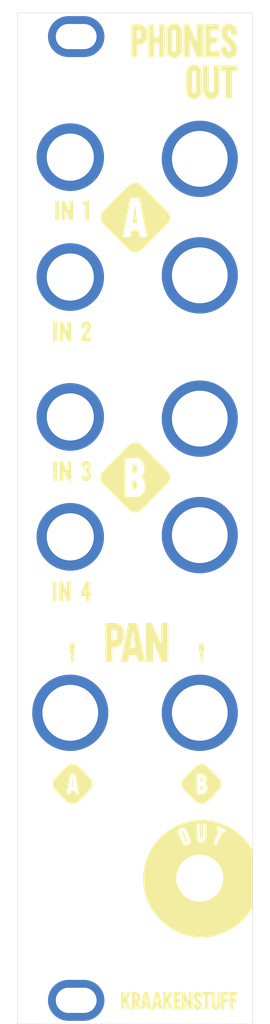
<source format=kicad_pcb>
(kicad_pcb (version 20171130) (host pcbnew "(5.1.9)-1")

  (general
    (thickness 1.6)
    (drawings 4)
    (tracks 0)
    (zones 0)
    (modules 14)
    (nets 2)
  )

  (page A4)
  (layers
    (0 F.Cu signal)
    (31 B.Cu signal)
    (32 B.Adhes user)
    (33 F.Adhes user)
    (34 B.Paste user)
    (35 F.Paste user)
    (36 B.SilkS user)
    (37 F.SilkS user)
    (38 B.Mask user)
    (39 F.Mask user)
    (40 Dwgs.User user)
    (41 Cmts.User user)
    (42 Eco1.User user)
    (43 Eco2.User user)
    (44 Edge.Cuts user)
    (45 Margin user)
    (46 B.CrtYd user)
    (47 F.CrtYd user)
    (48 B.Fab user)
    (49 F.Fab user)
  )

  (setup
    (last_trace_width 0.25)
    (user_trace_width 0.5)
    (trace_clearance 0.2)
    (zone_clearance 0.508)
    (zone_45_only no)
    (trace_min 0.2)
    (via_size 0.8)
    (via_drill 0.4)
    (via_min_size 0.4)
    (via_min_drill 0.3)
    (uvia_size 0.3)
    (uvia_drill 0.1)
    (uvias_allowed no)
    (uvia_min_size 0.2)
    (uvia_min_drill 0.1)
    (edge_width 0.05)
    (segment_width 0.2)
    (pcb_text_width 0.3)
    (pcb_text_size 1.5 1.5)
    (mod_edge_width 0.12)
    (mod_text_size 1 1)
    (mod_text_width 0.15)
    (pad_size 1.524 1.524)
    (pad_drill 0.762)
    (pad_to_mask_clearance 0)
    (aux_axis_origin 0 0)
    (visible_elements 7FFFFFFF)
    (pcbplotparams
      (layerselection 0x010fc_ffffffff)
      (usegerberextensions false)
      (usegerberattributes true)
      (usegerberadvancedattributes true)
      (creategerberjobfile false)
      (excludeedgelayer true)
      (linewidth 0.100000)
      (plotframeref false)
      (viasonmask false)
      (mode 1)
      (useauxorigin false)
      (hpglpennumber 1)
      (hpglpenspeed 20)
      (hpglpendiameter 15.000000)
      (psnegative false)
      (psa4output false)
      (plotreference true)
      (plotvalue true)
      (plotinvisibletext false)
      (padsonsilk false)
      (subtractmaskfromsilk false)
      (outputformat 1)
      (mirror false)
      (drillshape 0)
      (scaleselection 1)
      (outputdirectory "Gerbers/"))
  )

  (net 0 "")
  (net 1 GND)

  (net_class Default "This is the default net class."
    (clearance 0.2)
    (trace_width 0.25)
    (via_dia 0.8)
    (via_drill 0.4)
    (uvia_dia 0.3)
    (uvia_drill 0.1)
  )

  (module "Hands of Svarog:panel" (layer F.Cu) (tedit 0) (tstamp 6052C819)
    (at 46.605 82.804)
    (fp_text reference G*** (at 0 0) (layer F.SilkS) hide
      (effects (font (size 1.524 1.524) (thickness 0.3)))
    )
    (fp_text value LOGO (at 0.75 0) (layer F.SilkS) hide
      (effects (font (size 1.524 1.524) (thickness 0.3)))
    )
    (fp_poly (pts (xy 10.886017 60.132384) (xy 10.887239 60.860517) (xy 10.887396 60.96364) (xy 10.887503 61.05868)
      (xy 10.887554 61.146023) (xy 10.887543 61.226054) (xy 10.887463 61.299156) (xy 10.887309 61.365714)
      (xy 10.887075 61.426114) (xy 10.886754 61.480738) (xy 10.886339 61.529973) (xy 10.885826 61.574203)
      (xy 10.885208 61.613812) (xy 10.884478 61.649184) (xy 10.88363 61.680705) (xy 10.882659 61.708759)
      (xy 10.881559 61.73373) (xy 10.880322 61.756004) (xy 10.878943 61.775964) (xy 10.877416 61.793995)
      (xy 10.875735 61.810482) (xy 10.873893 61.82581) (xy 10.871884 61.840363) (xy 10.871546 61.84265)
      (xy 10.856421 61.924741) (xy 10.836408 62.001294) (xy 10.811653 62.072009) (xy 10.782302 62.136589)
      (xy 10.748501 62.194734) (xy 10.710394 62.246145) (xy 10.668128 62.290524) (xy 10.642879 62.312049)
      (xy 10.6041 62.34073) (xy 10.567603 62.363344) (xy 10.531065 62.38093) (xy 10.492163 62.394528)
      (xy 10.448573 62.405176) (xy 10.424584 62.409669) (xy 10.398641 62.412912) (xy 10.36737 62.414912)
      (xy 10.333403 62.41567) (xy 10.29937 62.415185) (xy 10.267901 62.413456) (xy 10.241626 62.410483)
      (xy 10.237035 62.409704) (xy 10.175463 62.394174) (xy 10.115351 62.370402) (xy 10.057083 62.338544)
      (xy 10.047817 62.332616) (xy 10.027362 62.317462) (xy 10.003917 62.2972) (xy 9.979322 62.273677)
      (xy 9.955416 62.248739) (xy 9.934038 62.224235) (xy 9.917027 62.20201) (xy 9.91542 62.199662)
      (xy 9.880654 62.141112) (xy 9.850749 62.075772) (xy 9.825755 62.00382) (xy 9.805725 61.925437)
      (xy 9.790709 61.840799) (xy 9.78076 61.750087) (xy 9.779197 61.728423) (xy 9.778594 61.714706)
      (xy 9.778031 61.692706) (xy 9.777509 61.662605) (xy 9.77703 61.624586) (xy 9.776594 61.578831)
      (xy 9.776202 61.525524) (xy 9.775855 61.464847) (xy 9.775554 61.396982) (xy 9.775301 61.322114)
      (xy 9.775095 61.240423) (xy 9.774938 61.152095) (xy 9.774832 61.05731) (xy 9.774776 60.956252)
      (xy 9.774767 60.895514) (xy 9.774767 60.130267) (xy 10.147029 60.130267) (xy 10.148559 60.929309)
      (xy 10.148742 61.026941) (xy 10.148909 61.116484) (xy 10.149069 61.198316) (xy 10.149231 61.272815)
      (xy 10.149405 61.340359) (xy 10.1496 61.401325) (xy 10.149826 61.456092) (xy 10.150093 61.505036)
      (xy 10.150408 61.548537) (xy 10.150783 61.586971) (xy 10.151227 61.620717) (xy 10.151748 61.650153)
      (xy 10.152357 61.675656) (xy 10.153063 61.697604) (xy 10.153875 61.716374) (xy 10.154803 61.732346)
      (xy 10.155857 61.745896) (xy 10.157045 61.757403) (xy 10.158377 61.767243) (xy 10.159864 61.775796)
      (xy 10.161513 61.783439) (xy 10.163335 61.790549) (xy 10.165339 61.797505) (xy 10.167535 61.804685)
      (xy 10.169931 61.812465) (xy 10.170739 61.815134) (xy 10.18558 61.852859) (xy 10.205732 61.886181)
      (xy 10.230327 61.913982) (xy 10.258495 61.935143) (xy 10.267997 61.940269) (xy 10.282085 61.946643)
      (xy 10.294282 61.95036) (xy 10.307879 61.952072) (xy 10.326163 61.952428) (xy 10.329334 61.952407)
      (xy 10.367166 61.948368) (xy 10.400808 61.937015) (xy 10.430137 61.918459) (xy 10.455027 61.892813)
      (xy 10.475355 61.860189) (xy 10.490998 61.820699) (xy 10.496252 61.801634) (xy 10.498199 61.79358)
      (xy 10.499985 61.785793) (xy 10.501617 61.777893) (xy 10.503103 61.769497) (xy 10.504452 61.760222)
      (xy 10.50567 61.749687) (xy 10.506766 61.73751) (xy 10.507748 61.723309) (xy 10.508623 61.706702)
      (xy 10.509399 61.687307) (xy 10.510084 61.664742) (xy 10.510685 61.638624) (xy 10.511212 61.608572)
      (xy 10.51167 61.574204) (xy 10.512069 61.535138) (xy 10.512416 61.490991) (xy 10.512719 61.441382)
      (xy 10.512986 61.385929) (xy 10.513224 61.32425) (xy 10.513441 61.255962) (xy 10.513646 61.180684)
      (xy 10.513845 61.098034) (xy 10.514047 61.007629) (xy 10.514231 60.922914) (xy 10.515933 60.130178)
      (xy 10.886017 60.132384)) (layer F.SilkS) (width 0.01))
    (fp_poly (pts (xy 8.049709 60.094084) (xy 8.108509 60.10326) (xy 8.164002 60.117964) (xy 8.185402 60.125589)
      (xy 8.241678 60.151798) (xy 8.29379 60.185162) (xy 8.341303 60.225235) (xy 8.383785 60.271571)
      (xy 8.420802 60.323724) (xy 8.451919 60.381249) (xy 8.465925 60.4139) (xy 8.483406 60.462753)
      (xy 8.499904 60.517218) (xy 8.514634 60.574445) (xy 8.526808 60.631581) (xy 8.528441 60.640384)
      (xy 8.5304 60.654179) (xy 8.532595 60.674545) (xy 8.534886 60.699595) (xy 8.537127 60.727444)
      (xy 8.539178 60.756203) (xy 8.540894 60.783986) (xy 8.542134 60.808906) (xy 8.542755 60.829077)
      (xy 8.542766 60.829825) (xy 8.542383 60.831494) (xy 8.540727 60.832892) (xy 8.537115 60.834044)
      (xy 8.530863 60.834973) (xy 8.521288 60.835702) (xy 8.507706 60.836257) (xy 8.489433 60.83666)
      (xy 8.465786 60.836935) (xy 8.436081 60.837106) (xy 8.399633 60.837196) (xy 8.355761 60.83723)
      (xy 8.329638 60.837234) (xy 8.116408 60.837234) (xy 8.113784 60.821359) (xy 8.112437 60.80889)
      (xy 8.111474 60.791769) (xy 8.111114 60.774625) (xy 8.109275 60.727019) (xy 8.104092 60.682443)
      (xy 8.095845 60.641645) (xy 8.084812 60.605374) (xy 8.071273 60.574378) (xy 8.055508 60.549405)
      (xy 8.037795 60.531204) (xy 8.018414 60.520523) (xy 8.016002 60.519785) (xy 7.994633 60.516411)
      (xy 7.973109 60.517427) (xy 7.954493 60.522516) (xy 7.946542 60.526981) (xy 7.934873 60.538257)
      (xy 7.922533 60.554412) (xy 7.911619 60.572325) (xy 7.904229 60.588873) (xy 7.903581 60.59095)
      (xy 7.898257 60.615881) (xy 7.894828 60.645649) (xy 7.893525 60.67679) (xy 7.894583 60.705838)
      (xy 7.895356 60.713308) (xy 7.903777 60.758717) (xy 7.918041 60.802796) (xy 7.938698 60.846789)
      (xy 7.966297 60.891935) (xy 7.987778 60.9219) (xy 7.997974 60.935137) (xy 8.008347 60.9479)
      (xy 8.019598 60.960908) (xy 8.03243 60.974878) (xy 8.047546 60.99053) (xy 8.065649 61.008581)
      (xy 8.087441 61.02975) (xy 8.113625 61.054754) (xy 8.144904 61.084311) (xy 8.167493 61.105547)
      (xy 8.239883 61.177281) (xy 8.304009 61.248884) (xy 8.360061 61.320667) (xy 8.40823 61.392939)
      (xy 8.448707 61.466008) (xy 8.481683 61.540186) (xy 8.507347 61.615781) (xy 8.524179 61.684428)
      (xy 8.530041 61.717759) (xy 8.533563 61.749671) (xy 8.534923 61.783036) (xy 8.534298 61.820726)
      (xy 8.533578 61.836753) (xy 8.525711 61.916954) (xy 8.510518 61.993016) (xy 8.488017 62.064883)
      (xy 8.458225 62.132499) (xy 8.42131 62.195581) (xy 8.384676 62.243127) (xy 8.341759 62.285452)
      (xy 8.293237 62.322156) (xy 8.239788 62.352841) (xy 8.182089 62.377107) (xy 8.120818 62.394554)
      (xy 8.068845 62.403436) (xy 8.04065 62.405842) (xy 8.007992 62.407009) (xy 7.974155 62.406938)
      (xy 7.942424 62.405631) (xy 7.918156 62.403371) (xy 7.852448 62.390816) (xy 7.790867 62.37094)
      (xy 7.733536 62.343879) (xy 7.680576 62.309772) (xy 7.63211 62.268754) (xy 7.58826 62.220965)
      (xy 7.549149 62.166542) (xy 7.514898 62.105622) (xy 7.485631 62.038343) (xy 7.461469 61.964842)
      (xy 7.442534 61.885258) (xy 7.438524 61.863817) (xy 7.432983 61.827328) (xy 7.427986 61.783961)
      (xy 7.423685 61.735297) (xy 7.420231 61.682915) (xy 7.419242 61.663792) (xy 7.417155 61.6204)
      (xy 7.823039 61.6204) (xy 7.825117 61.629925) (xy 7.826325 61.637439) (xy 7.828226 61.651572)
      (xy 7.83059 61.67053) (xy 7.83319 61.692515) (xy 7.83414 61.700834) (xy 7.83979 61.742089)
      (xy 7.847138 61.782269) (xy 7.855772 61.819655) (xy 7.865284 61.852528) (xy 7.875262 61.879168)
      (xy 7.878282 61.885682) (xy 7.890866 61.907376) (xy 7.906259 61.928007) (xy 7.922693 61.94554)
      (xy 7.938403 61.957938) (xy 7.94336 61.960667) (xy 7.966036 61.967108) (xy 7.991325 61.967246)
      (xy 8.016767 61.961555) (xy 8.039903 61.950512) (xy 8.054011 61.939258) (xy 8.072782 61.917746)
      (xy 8.086424 61.895191) (xy 8.09553 61.869891) (xy 8.100696 61.840142) (xy 8.102514 61.804244)
      (xy 8.102534 61.800148) (xy 8.099969 61.757563) (xy 8.091713 61.718163) (xy 8.077134 61.67999)
      (xy 8.055601 61.641083) (xy 8.04711 61.628115) (xy 8.042271 61.621107) (xy 8.037168 61.614112)
      (xy 8.031336 61.606629) (xy 8.024306 61.598153) (xy 8.015611 61.588182) (xy 8.004785 61.576212)
      (xy 7.991359 61.561739) (xy 7.974866 61.54426) (xy 7.954839 61.523273) (xy 7.930811 61.498272)
      (xy 7.902314 61.468757) (xy 7.868882 61.434222) (xy 7.830046 61.394165) (xy 7.826749 61.390766)
      (xy 7.78206 61.344428) (xy 7.742932 61.303229) (xy 7.70879 61.266476) (xy 7.679055 61.233477)
      (xy 7.653152 61.203539) (xy 7.630503 61.17597) (xy 7.610532 61.150077) (xy 7.592663 61.125168)
      (xy 7.576317 61.10055) (xy 7.56092 61.07553) (xy 7.553186 61.062289) (xy 7.520428 60.997045)
      (xy 7.494299 60.927359) (xy 7.474936 60.854226) (xy 7.462474 60.778635) (xy 7.45705 60.70158)
      (xy 7.458798 60.624053) (xy 7.467856 60.547045) (xy 7.47656 60.5028) (xy 7.494775 60.438973)
      (xy 7.519399 60.378626) (xy 7.549929 60.322412) (xy 7.585863 60.270982) (xy 7.626698 60.224989)
      (xy 7.671932 60.185085) (xy 7.721062 60.151924) (xy 7.763366 60.130454) (xy 7.81416 60.112275)
      (xy 7.869828 60.099531) (xy 7.928733 60.092238) (xy 7.989238 60.090416) (xy 8.049709 60.094084)) (layer F.SilkS) (width 0.01))
    (fp_poly (pts (xy 1.454242 60.134512) (xy 1.499123 60.13456) (xy 1.536805 60.134662) (xy 1.567921 60.134837)
      (xy 1.593105 60.135103) (xy 1.612991 60.135479) (xy 1.628213 60.135982) (xy 1.639403 60.136632)
      (xy 1.647197 60.137446) (xy 1.652227 60.138444) (xy 1.655127 60.139643) (xy 1.65653 60.141061)
      (xy 1.656885 60.141909) (xy 1.657891 60.146723) (xy 1.660413 60.159415) (xy 1.664371 60.179567)
      (xy 1.669685 60.206761) (xy 1.676273 60.240578) (xy 1.684054 60.280601) (xy 1.692949 60.326411)
      (xy 1.702876 60.37759) (xy 1.713755 60.433721) (xy 1.725504 60.494385) (xy 1.738044 60.559163)
      (xy 1.751294 60.627639) (xy 1.765172 60.699393) (xy 1.779599 60.774008) (xy 1.794493 60.851065)
      (xy 1.809774 60.930147) (xy 1.825361 61.010836) (xy 1.841173 61.092712) (xy 1.85713 61.175359)
      (xy 1.873151 61.258358) (xy 1.889156 61.341291) (xy 1.905063 61.42374) (xy 1.920791 61.505287)
      (xy 1.936262 61.585513) (xy 1.951392 61.664001) (xy 1.966103 61.740333) (xy 1.980312 61.81409)
      (xy 1.99394 61.884854) (xy 2.006906 61.952208) (xy 2.019128 62.015732) (xy 2.030527 62.07501)
      (xy 2.041022 62.129622) (xy 2.050532 62.179152) (xy 2.058976 62.22318) (xy 2.066273 62.261289)
      (xy 2.072343 62.29306) (xy 2.077106 62.318076) (xy 2.08048 62.335918) (xy 2.082384 62.346168)
      (xy 2.082801 62.348615) (xy 2.078613 62.349669) (xy 2.066233 62.35058) (xy 2.045932 62.35134)
      (xy 2.017982 62.351945) (xy 1.982657 62.352388) (xy 1.940229 62.352664) (xy 1.890969 62.352767)
      (xy 1.690697 62.352767) (xy 1.653541 62.176025) (xy 1.645497 62.137824) (xy 1.637846 62.10161)
      (xy 1.630794 62.068353) (xy 1.624548 62.039022) (xy 1.619314 62.014584) (xy 1.6153 61.99601)
      (xy 1.612711 61.984267) (xy 1.612014 61.981253) (xy 1.607642 61.963221) (xy 1.399956 61.964319)
      (xy 1.192269 61.965417) (xy 1.156051 62.161209) (xy 1.119834 62.357) (xy 0.719506 62.357)
      (xy 0.721675 62.347475) (xy 0.722656 62.342532) (xy 0.72517 62.329626) (xy 0.729149 62.309109)
      (xy 0.734525 62.281333) (xy 0.74123 62.246648) (xy 0.749197 62.205408) (xy 0.758357 62.157963)
      (xy 0.768643 62.104665) (xy 0.779987 62.045866) (xy 0.792321 61.981916) (xy 0.805578 61.913168)
      (xy 0.819689 61.839974) (xy 0.834587 61.762684) (xy 0.850204 61.68165) (xy 0.866472 61.597224)
      (xy 0.87428 61.556696) (xy 1.27 61.556696) (xy 1.27171 61.558214) (xy 1.277333 61.559316)
      (xy 1.287608 61.560015) (xy 1.303276 61.560324) (xy 1.325077 61.560255) (xy 1.353751 61.559823)
      (xy 1.390039 61.559039) (xy 1.395942 61.558898) (xy 1.42764 61.558115) (xy 1.456442 61.557372)
      (xy 1.481303 61.556697) (xy 1.501182 61.556119) (xy 1.515033 61.55567) (xy 1.521814 61.555378)
      (xy 1.522323 61.55532) (xy 1.52205 61.552509) (xy 1.521094 61.544111) (xy 1.519434 61.529955)
      (xy 1.51705 61.509868) (xy 1.51392 61.483678) (xy 1.510025 61.451213) (xy 1.505342 61.412302)
      (xy 1.499853 61.366771) (xy 1.493534 61.314449) (xy 1.486367 61.255163) (xy 1.478329 61.188742)
      (xy 1.469401 61.115014) (xy 1.459561 61.033806) (xy 1.448789 60.944947) (xy 1.437064 60.848264)
      (xy 1.424365 60.743585) (xy 1.410671 60.630738) (xy 1.405266 60.586205) (xy 1.403015 60.568871)
      (xy 1.400981 60.555389) (xy 1.399441 60.547472) (xy 1.398827 60.546129) (xy 1.398151 60.550384)
      (xy 1.396494 60.562413) (xy 1.393936 60.581588) (xy 1.390558 60.607283) (xy 1.386439 60.638872)
      (xy 1.381659 60.675728) (xy 1.376298 60.717224) (xy 1.370435 60.762734) (xy 1.364151 60.811631)
      (xy 1.357526 60.863289) (xy 1.350639 60.917081) (xy 1.34357 60.972379) (xy 1.336399 61.028559)
      (xy 1.329207 61.084993) (xy 1.322072 61.141054) (xy 1.315075 61.196116) (xy 1.308296 61.249552)
      (xy 1.301814 61.300736) (xy 1.29571 61.349041) (xy 1.290063 61.39384) (xy 1.284953 61.434508)
      (xy 1.280461 61.470416) (xy 1.276665 61.500939) (xy 1.273646 61.52545) (xy 1.271484 61.543323)
      (xy 1.270258 61.55393) (xy 1.27 61.556696) (xy 0.87428 61.556696) (xy 0.883323 61.509758)
      (xy 0.900689 61.419603) (xy 0.918504 61.32711) (xy 0.929281 61.27115) (xy 0.947395 61.17709)
      (xy 0.965134 61.084979) (xy 0.982429 60.99518) (xy 0.999209 60.908057) (xy 1.015405 60.823971)
      (xy 1.030947 60.743286) (xy 1.045765 60.666364) (xy 1.05979 60.593569) (xy 1.07295 60.525262)
      (xy 1.085176 60.461806) (xy 1.096399 60.403565) (xy 1.106548 60.350901) (xy 1.115554 60.304177)
      (xy 1.123347 60.263755) (xy 1.129857 60.229998) (xy 1.135013 60.203269) (xy 1.138746 60.183931)
      (xy 1.140987 60.172346) (xy 1.141555 60.169425) (xy 1.148392 60.1345) (xy 1.401528 60.1345)
      (xy 1.454242 60.134512)) (layer F.SilkS) (width 0.01))
    (fp_poly (pts (xy 3.088096 60.150343) (xy 3.089542 60.157972) (xy 3.092485 60.173341) (xy 3.096842 60.19603)
      (xy 3.102533 60.225618) (xy 3.109476 60.261685) (xy 3.117591 60.303811) (xy 3.126796 60.351576)
      (xy 3.137011 60.404559) (xy 3.148153 60.462341) (xy 3.160142 60.524502) (xy 3.172898 60.59062)
      (xy 3.186337 60.660276) (xy 3.20038 60.73305) (xy 3.214946 60.808521) (xy 3.229952 60.88627)
      (xy 3.245319 60.965876) (xy 3.260964 61.046919) (xy 3.276807 61.128978) (xy 3.292767 61.211634)
      (xy 3.308763 61.294467) (xy 3.324712 61.377055) (xy 3.340535 61.45898) (xy 3.35615 61.53982)
      (xy 3.371476 61.619156) (xy 3.386431 61.696568) (xy 3.400935 61.771635) (xy 3.414907 61.843936)
      (xy 3.428265 61.913053) (xy 3.440928 61.978564) (xy 3.452815 62.04005) (xy 3.463846 62.09709)
      (xy 3.473938 62.149264) (xy 3.48301 62.196153) (xy 3.490982 62.237334) (xy 3.497773 62.27239)
      (xy 3.5033 62.300899) (xy 3.507484 62.322441) (xy 3.510243 62.336596) (xy 3.511495 62.342944)
      (xy 3.511559 62.343242) (xy 3.513828 62.352767) (xy 3.317351 62.352767) (xy 3.269334 62.35272)
      (xy 3.229191 62.352567) (xy 3.196331 62.352293) (xy 3.17016 62.351882) (xy 3.150088 62.351319)
      (xy 3.135521 62.350586) (xy 3.125869 62.34967) (xy 3.120538 62.348553) (xy 3.118975 62.347475)
      (xy 3.117738 62.342359) (xy 3.114949 62.329807) (xy 3.11079 62.31067) (xy 3.105444 62.2858)
      (xy 3.099092 62.256048) (xy 3.091918 62.222265) (xy 3.084103 62.185303) (xy 3.077247 62.152749)
      (xy 3.037417 61.963313) (xy 2.828926 61.963307) (xy 2.787812 61.963369) (xy 2.749387 61.96355)
      (xy 2.714459 61.963837) (xy 2.683835 61.964217) (xy 2.658323 61.964679) (xy 2.63873 61.965209)
      (xy 2.625865 61.965796) (xy 2.620534 61.966426) (xy 2.620434 61.966527) (xy 2.619688 61.971211)
      (xy 2.617579 61.983185) (xy 2.614296 62.001416) (xy 2.610032 62.02487) (xy 2.604976 62.052515)
      (xy 2.59932 62.083317) (xy 2.593255 62.116243) (xy 2.586971 62.150262) (xy 2.58066 62.184338)
      (xy 2.574512 62.21744) (xy 2.568719 62.248534) (xy 2.56347 62.276588) (xy 2.558957 62.300567)
      (xy 2.555372 62.31944) (xy 2.552904 62.332173) (xy 2.552383 62.334775) (xy 2.547867 62.357)
      (xy 2.3492 62.357) (xy 2.301132 62.356956) (xy 2.26094 62.356811) (xy 2.228035 62.35655)
      (xy 2.201825 62.356157) (xy 2.181721 62.355617) (xy 2.167133 62.354914) (xy 2.15747 62.354033)
      (xy 2.152144 62.352957) (xy 2.150561 62.351709) (xy 2.151355 62.347148) (xy 2.153688 62.334618)
      (xy 2.157494 62.314462) (xy 2.162707 62.287023) (xy 2.169261 62.252645) (xy 2.177091 62.211671)
      (xy 2.18613 62.164445) (xy 2.196312 62.111311) (xy 2.207572 62.052611) (xy 2.219843 61.98869)
      (xy 2.23306 61.919891) (xy 2.247157 61.846557) (xy 2.262067 61.769032) (xy 2.277725 61.687659)
      (xy 2.294064 61.602782) (xy 2.303005 61.556359) (xy 2.697658 61.556359) (xy 2.698728 61.558081)
      (xy 2.702035 61.559338) (xy 2.708456 61.560165) (xy 2.718868 61.560594) (xy 2.734146 61.560659)
      (xy 2.755166 61.560395) (xy 2.782804 61.559834) (xy 2.817936 61.55901) (xy 2.822159 61.558908)
      (xy 2.853965 61.558103) (xy 2.882925 61.557299) (xy 2.907986 61.556531) (xy 2.928097 61.555834)
      (xy 2.942206 61.555243) (xy 2.94926 61.554793) (xy 2.949865 61.554677) (xy 2.94961 61.550364)
      (xy 2.948388 61.53829) (xy 2.946275 61.519084) (xy 2.943347 61.493375) (xy 2.939682 61.461791)
      (xy 2.935356 61.424963) (xy 2.930446 61.383518) (xy 2.925028 61.338087) (xy 2.91918 61.289297)
      (xy 2.912979 61.237779) (xy 2.906499 61.184161) (xy 2.89982 61.129072) (xy 2.893016 61.073141)
      (xy 2.886166 61.016997) (xy 2.879345 60.961269) (xy 2.872631 60.906587) (xy 2.8661 60.853579)
      (xy 2.859828 60.802874) (xy 2.853893 60.755102) (xy 2.848371 60.710891) (xy 2.84334 60.670871)
      (xy 2.838875 60.63567) (xy 2.835053 60.605918) (xy 2.831951 60.582243) (xy 2.829647 60.565275)
      (xy 2.828216 60.555642) (xy 2.827774 60.5536) (xy 2.826953 60.557715) (xy 2.825148 60.569713)
      (xy 2.822427 60.589077) (xy 2.818857 60.615291) (xy 2.814507 60.647836) (xy 2.809444 60.686196)
      (xy 2.803735 60.729852) (xy 2.797449 60.778288) (xy 2.790653 60.830987) (xy 2.783415 60.887431)
      (xy 2.775802 60.947102) (xy 2.767884 61.009483) (xy 2.762766 61.049959) (xy 2.754677 61.113956)
      (xy 2.746856 61.175684) (xy 2.73937 61.234616) (xy 2.732288 61.290222) (xy 2.725678 61.341975)
      (xy 2.719607 61.389346) (xy 2.714144 61.431808) (xy 2.709356 61.468831) (xy 2.705311 61.499888)
      (xy 2.702078 61.524451) (xy 2.699723 61.541991) (xy 2.698316 61.551981) (xy 2.697951 61.554139)
      (xy 2.697658 61.556359) (xy 2.303005 61.556359) (xy 2.31102 61.514744) (xy 2.328525 61.42389)
      (xy 2.346514 61.330562) (xy 2.363685 61.241517) (xy 2.576781 60.136617) (xy 2.830964 60.135526)
      (xy 3.085146 60.134435) (xy 3.088096 60.150343)) (layer F.SilkS) (width 0.01))
    (fp_poly (pts (xy -1.546225 60.131284) (xy -1.348316 60.132384) (xy -1.3462 60.533757) (xy -1.344083 60.93513)
      (xy -0.928845 60.132384) (xy -0.729006 60.131284) (xy -0.68878 60.131093) (xy -0.65126 60.130974)
      (xy -0.617272 60.130926) (xy -0.587639 60.130946) (xy -0.563188 60.131033) (xy -0.544742 60.131185)
      (xy -0.533127 60.131402) (xy -0.529166 60.131675) (xy -0.531009 60.135579) (xy -0.536391 60.146624)
      (xy -0.545091 60.164364) (xy -0.556891 60.188353) (xy -0.571569 60.218145) (xy -0.588906 60.253294)
      (xy -0.608681 60.293356) (xy -0.630675 60.337883) (xy -0.654667 60.386431) (xy -0.680438 60.438553)
      (xy -0.707767 60.493804) (xy -0.736434 60.551737) (xy -0.766219 60.611908) (xy -0.774885 60.629411)
      (xy -1.020604 61.125655) (xy -0.761639 61.725453) (xy -0.732327 61.793343) (xy -0.703875 61.859245)
      (xy -0.676469 61.922727) (xy -0.650295 61.983357) (xy -0.625539 62.040704) (xy -0.602389 62.094335)
      (xy -0.58103 62.143819) (xy -0.561648 62.188724) (xy -0.54443 62.228618) (xy -0.529563 62.26307)
      (xy -0.517233 62.291647) (xy -0.507625 62.313918) (xy -0.500928 62.329451) (xy -0.497326 62.337814)
      (xy -0.496795 62.339051) (xy -0.490918 62.352851) (xy -0.68832 62.351751) (xy -0.885723 62.35065)
      (xy -1.077406 61.890025) (xy -1.102111 61.830677) (xy -1.125919 61.773523) (xy -1.148626 61.719049)
      (xy -1.17003 61.667738) (xy -1.189928 61.620076) (xy -1.208118 61.576546) (xy -1.224397 61.537634)
      (xy -1.238563 61.503823) (xy -1.250412 61.475598) (xy -1.259743 61.453443) (xy -1.266352 61.437844)
      (xy -1.270037 61.429284) (xy -1.270763 61.427726) (xy -1.273176 61.430733) (xy -1.278882 61.440104)
      (xy -1.287234 61.454707) (xy -1.297584 61.473412) (xy -1.309287 61.495088) (xy -1.309318 61.495146)
      (xy -1.3462 61.564238) (xy -1.3462 62.352767) (xy -1.744133 62.352767) (xy -1.744133 60.130183)
      (xy -1.546225 60.131284)) (layer F.SilkS) (width 0.01))
    (fp_poly (pts (xy -0.096308 60.131323) (xy -0.03761 60.131696) (xy 0.01328 60.132071) (xy 0.057022 60.132466)
      (xy 0.094274 60.132899) (xy 0.125695 60.133388) (xy 0.151945 60.133951) (xy 0.173682 60.134606)
      (xy 0.191565 60.135371) (xy 0.206254 60.136264) (xy 0.218408 60.137302) (xy 0.228685 60.138505)
      (xy 0.237744 60.139889) (xy 0.2413 60.14052) (xy 0.307879 60.156595) (xy 0.369147 60.179239)
      (xy 0.424976 60.208326) (xy 0.475237 60.243728) (xy 0.5198 60.28532) (xy 0.558536 60.332973)
      (xy 0.591316 60.386562) (xy 0.618011 60.445959) (xy 0.638491 60.511037) (xy 0.644465 60.536517)
      (xy 0.646438 60.546281) (xy 0.648104 60.556165) (xy 0.649498 60.566998) (xy 0.650653 60.579608)
      (xy 0.651604 60.594825) (xy 0.652385 60.613478) (xy 0.65303 60.636396) (xy 0.653574 60.664408)
      (xy 0.654051 60.698344) (xy 0.654495 60.739032) (xy 0.654941 60.787302) (xy 0.654972 60.790847)
      (xy 0.655385 60.84663) (xy 0.655548 60.894798) (xy 0.655408 60.936202) (xy 0.65491 60.971694)
      (xy 0.654003 61.002123) (xy 0.652633 61.02834) (xy 0.650745 61.051195) (xy 0.648288 61.071539)
      (xy 0.645208 61.090222) (xy 0.641452 61.108095) (xy 0.636966 61.126007) (xy 0.633108 61.139917)
      (xy 0.613451 61.1946) (xy 0.586274 61.248602) (xy 0.552486 61.300427) (xy 0.512995 61.348579)
      (xy 0.495203 61.367074) (xy 0.462486 61.399498) (xy 0.557166 61.864491) (xy 0.569707 61.926073)
      (xy 0.581802 61.985435) (xy 0.59334 62.042037) (xy 0.60421 62.095341) (xy 0.614303 62.144807)
      (xy 0.623509 62.189898) (xy 0.631717 62.230072) (xy 0.638817 62.264793) (xy 0.6447 62.29352)
      (xy 0.649255 62.315714) (xy 0.652373 62.330838) (xy 0.653942 62.338351) (xy 0.654087 62.339009)
      (xy 0.656328 62.348534) (xy 0.459398 62.348534) (xy 0.419472 62.348512) (xy 0.382258 62.348449)
      (xy 0.348585 62.348349) (xy 0.319286 62.348217) (xy 0.295191 62.348058) (xy 0.277132 62.347876)
      (xy 0.26594 62.347674) (xy 0.262423 62.347475) (xy 0.261564 62.34253) (xy 0.259158 62.330031)
      (xy 0.255344 62.310663) (xy 0.250262 62.28511) (xy 0.244049 62.254056) (xy 0.236846 62.218187)
      (xy 0.22879 62.178185) (xy 0.220022 62.134736) (xy 0.210679 62.088523) (xy 0.200902 62.04023)
      (xy 0.190829 61.990543) (xy 0.180598 61.940145) (xy 0.17035 61.889721) (xy 0.160223 61.839954)
      (xy 0.150356 61.79153) (xy 0.140888 61.745132) (xy 0.131958 61.701444) (xy 0.123705 61.661151)
      (xy 0.116268 61.624937) (xy 0.109786 61.593487) (xy 0.104398 61.567484) (xy 0.100243 61.547613)
      (xy 0.09746 61.534558) (xy 0.096188 61.529004) (xy 0.096133 61.528855) (xy 0.091494 61.529206)
      (xy 0.080506 61.531771) (xy 0.064861 61.536113) (xy 0.048059 61.541224) (xy 0.002117 61.555725)
      (xy -0.000043 62.352767) (xy -0.3937 62.352767) (xy -0.3937 61.120867) (xy 0 61.120867)
      (xy 0.051859 61.120821) (xy 0.082065 61.120093) (xy 0.106365 61.118037) (xy 0.12354 61.114758)
      (xy 0.124079 61.114597) (xy 0.160818 61.099235) (xy 0.193483 61.076565) (xy 0.209015 61.0618)
      (xy 0.222051 61.047521) (xy 0.232791 61.033915) (xy 0.241453 61.019992) (xy 0.248256 61.004757)
      (xy 0.253421 60.987218) (xy 0.257165 60.966382) (xy 0.259709 60.941258) (xy 0.261271 60.910851)
      (xy 0.26207 60.87417) (xy 0.262326 60.830221) (xy 0.262331 60.8203) (xy 0.262199 60.777289)
      (xy 0.261726 60.741686) (xy 0.260783 60.712435) (xy 0.259243 60.688482) (xy 0.256976 60.668769)
      (xy 0.253856 60.652242) (xy 0.249752 60.637844) (xy 0.244538 60.62452) (xy 0.238085 60.611215)
      (xy 0.236585 60.60837) (xy 0.218764 60.582638) (xy 0.195116 60.559796) (xy 0.169334 60.542944)
      (xy 0.150793 60.534952) (xy 0.130254 60.529373) (xy 0.10593 60.525908) (xy 0.076038 60.524259)
      (xy 0.056092 60.524017) (xy 0 60.523967) (xy 0 61.120867) (xy -0.3937 61.120867)
      (xy -0.3937 60.129536) (xy -0.096308 60.131323)) (layer F.SilkS) (width 0.01))
    (fp_poly (pts (xy 4.006851 60.939973) (xy 4.216261 60.53512) (xy 4.425672 60.130267) (xy 4.62372 60.130267)
      (xy 4.665564 60.130345) (xy 4.704013 60.130569) (xy 4.738319 60.130926) (xy 4.767737 60.131401)
      (xy 4.791519 60.131979) (xy 4.808917 60.132647) (xy 4.819187 60.133391) (xy 4.821767 60.134023)
      (xy 4.819924 60.138209) (xy 4.814541 60.149531) (xy 4.805839 60.167537) (xy 4.794041 60.191777)
      (xy 4.779366 60.221801) (xy 4.762038 60.257158) (xy 4.742276 60.297398) (xy 4.720302 60.34207)
      (xy 4.696338 60.390724) (xy 4.670604 60.442909) (xy 4.643322 60.498175) (xy 4.614713 60.556071)
      (xy 4.584998 60.616147) (xy 4.578351 60.62958) (xy 4.548418 60.690092) (xy 4.519543 60.748535)
      (xy 4.491946 60.80446) (xy 4.46585 60.857413) (xy 4.441476 60.906943) (xy 4.419044 60.952599)
      (xy 4.398777 60.993929) (xy 4.380895 61.030482) (xy 4.365621 61.061806) (xy 4.353175 61.087449)
      (xy 4.343779 61.10696) (xy 4.337654 61.119887) (xy 4.335022 61.12578) (xy 4.334934 61.126085)
      (xy 4.336584 61.130435) (xy 4.341414 61.142137) (xy 4.349244 61.160769) (xy 4.359894 61.185913)
      (xy 4.373185 61.217147) (xy 4.388936 61.254052) (xy 4.406967 61.296208) (xy 4.427098 61.343194)
      (xy 4.44915 61.39459) (xy 4.472942 61.449976) (xy 4.498295 61.508932) (xy 4.525029 61.571038)
      (xy 4.552963 61.635874) (xy 4.581918 61.703019) (xy 4.597401 61.7389) (xy 4.626809 61.807055)
      (xy 4.655292 61.873099) (xy 4.682668 61.936614) (xy 4.708759 61.997182) (xy 4.733385 62.054383)
      (xy 4.756365 62.107799) (xy 4.777521 62.157011) (xy 4.796671 62.201602) (xy 4.813637 62.241153)
      (xy 4.828239 62.275244) (xy 4.840296 62.303458) (xy 4.84963 62.325375) (xy 4.856059 62.340578)
      (xy 4.859405 62.348648) (xy 4.859867 62.349889) (xy 4.855773 62.350473) (xy 4.844045 62.351016)
      (xy 4.825518 62.351506) (xy 4.801024 62.35193) (xy 4.771396 62.352277) (xy 4.73747 62.352533)
      (xy 4.700076 62.352688) (xy 4.664076 62.352731) (xy 4.468284 62.352694) (xy 4.275667 61.889472)
      (xy 4.25092 61.830038) (xy 4.227051 61.772865) (xy 4.204262 61.718431) (xy 4.182755 61.667214)
      (xy 4.162734 61.619691) (xy 4.144401 61.576338) (xy 4.127958 61.537633) (xy 4.113608 61.504054)
      (xy 4.101554 61.476077) (xy 4.091998 61.45418) (xy 4.085143 61.438839) (xy 4.08119 61.430533)
      (xy 4.080273 61.429134) (xy 4.077483 61.433633) (xy 4.071422 61.444381) (xy 4.06277 61.460138)
      (xy 4.052209 61.479663) (xy 4.041115 61.500412) (xy 4.004734 61.568807) (xy 4.004734 62.352767)
      (xy 3.611034 62.352767) (xy 3.611034 60.130267) (xy 4.004691 60.130267) (xy 4.006851 60.939973)) (layer F.SilkS) (width 0.01))
    (fp_poly (pts (xy 5.918201 60.545134) (xy 5.334001 60.545134) (xy 5.334001 60.9981) (xy 5.786967 60.9981)
      (xy 5.786967 61.408734) (xy 5.334001 61.408734) (xy 5.334001 61.942134) (xy 5.943601 61.942134)
      (xy 5.943601 62.352767) (xy 4.927601 62.352767) (xy 4.927601 60.130267) (xy 5.918201 60.130267)
      (xy 5.918201 60.545134)) (layer F.SilkS) (width 0.01))
    (fp_poly (pts (xy 6.20495 60.131277) (xy 6.373165 60.132384) (xy 6.64281 60.7314) (xy 6.673198 60.798887)
      (xy 6.702676 60.864314) (xy 6.731054 60.927262) (xy 6.758142 60.987308) (xy 6.783748 61.044034)
      (xy 6.807684 61.097016) (xy 6.829758 61.145836) (xy 6.84978 61.190071) (xy 6.867559 61.229301)
      (xy 6.882905 61.263105) (xy 6.895628 61.291063) (xy 6.905536 61.312752) (xy 6.91244 61.327753)
      (xy 6.91615 61.335644) (xy 6.916729 61.336767) (xy 6.917403 61.333879) (xy 6.918021 61.323094)
      (xy 6.918584 61.304362) (xy 6.919093 61.277634) (xy 6.919547 61.242858) (xy 6.919947 61.199985)
      (xy 6.920294 61.148964) (xy 6.920587 61.089745) (xy 6.920827 61.022277) (xy 6.921015 60.946511)
      (xy 6.921151 60.862396) (xy 6.921235 60.769882) (xy 6.921252 60.736692) (xy 6.921501 60.130267)
      (xy 7.323667 60.130267) (xy 7.323667 62.352767) (xy 6.923093 62.352767) (xy 6.686752 61.769625)
      (xy 6.659557 61.702558) (xy 6.633198 61.637617) (xy 6.607854 61.57524) (xy 6.583703 61.51586)
      (xy 6.560921 61.459912) (xy 6.539687 61.407832) (xy 6.520179 61.360055) (xy 6.502574 61.317015)
      (xy 6.487051 61.279148) (xy 6.473786 61.246889) (xy 6.462959 61.220671) (xy 6.454746 61.200932)
      (xy 6.449325 61.188104) (xy 6.446874 61.182625) (xy 6.446772 61.182462) (xy 6.446331 61.186123)
      (xy 6.445906 61.197796) (xy 6.4455 61.217023) (xy 6.445117 61.243351) (xy 6.444759 61.276323)
      (xy 6.444429 61.315484) (xy 6.44413 61.360378) (xy 6.443865 61.41055) (xy 6.443636 61.465543)
      (xy 6.443446 61.524904) (xy 6.443299 61.588175) (xy 6.443197 61.654902) (xy 6.443142 61.724628)
      (xy 6.443134 61.765604) (xy 6.443134 62.352767) (xy 6.036734 62.352767) (xy 6.036734 60.13017)
      (xy 6.20495 60.131277)) (layer F.SilkS) (width 0.01))
    (fp_poly (pts (xy 9.711267 60.532434) (xy 9.342967 60.532434) (xy 9.342967 62.352767) (xy 8.945034 62.352767)
      (xy 8.945034 60.532434) (xy 8.576734 60.532434) (xy 8.576734 60.130267) (xy 9.711267 60.130267)
      (xy 9.711267 60.532434)) (layer F.SilkS) (width 0.01))
    (fp_poly (pts (xy 11.967634 60.545134) (xy 11.3792 60.545134) (xy 11.3792 61.002334) (xy 11.853334 61.002334)
      (xy 11.853334 61.4045) (xy 11.383434 61.4045) (xy 11.383434 62.352767) (xy 10.981267 62.352767)
      (xy 10.981267 60.130267) (xy 11.967634 60.130267) (xy 11.967634 60.545134)) (layer F.SilkS) (width 0.01))
    (fp_poly (pts (xy 13.051367 60.545134) (xy 12.462934 60.545134) (xy 12.462934 61.002334) (xy 12.932834 61.002334)
      (xy 12.932834 61.4045) (xy 12.467167 61.4045) (xy 12.467167 62.352767) (xy 12.065 62.352767)
      (xy 12.065 60.130267) (xy 13.051367 60.130267) (xy 13.051367 60.545134)) (layer F.SilkS) (width 0.01))
    (fp_poly (pts (xy 8.663517 38.273789) (xy 8.701783 38.274654) (xy 8.73882 38.275566) (xy 8.773439 38.276492)
      (xy 8.804448 38.277395) (xy 8.830657 38.278242) (xy 8.850875 38.278997) (xy 8.863913 38.279625)
      (xy 8.864601 38.279669) (xy 8.88135 38.280732) (xy 8.904169 38.282157) (xy 8.930674 38.283796)
      (xy 8.958483 38.285501) (xy 8.974667 38.286486) (xy 9.220407 38.305631) (xy 9.465452 38.33315)
      (xy 9.709541 38.368965) (xy 9.952412 38.412994) (xy 10.193805 38.465156) (xy 10.433458 38.525372)
      (xy 10.67111 38.59356) (xy 10.906499 38.669641) (xy 11.139364 38.753534) (xy 11.369445 38.845159)
      (xy 11.596479 38.944435) (xy 11.820207 39.051281) (xy 12.040365 39.165617) (xy 12.256693 39.287363)
      (xy 12.291484 39.307851) (xy 12.504565 39.43903) (xy 12.712906 39.577163) (xy 12.916338 39.722079)
      (xy 13.114693 39.873607) (xy 13.307803 40.031574) (xy 13.4955 40.19581) (xy 13.677615 40.366143)
      (xy 13.853981 40.542402) (xy 14.024428 40.724414) (xy 14.18879 40.912009) (xy 14.346898 41.105016)
      (xy 14.498583 41.303262) (xy 14.643678 41.506576) (xy 14.782014 41.714787) (xy 14.913423 41.927723)
      (xy 14.989442 42.058682) (xy 15.002934 42.082481) (xy 15.002934 49.364266) (xy 14.978108 49.407975)
      (xy 14.86207 49.6046) (xy 14.738221 49.799797) (xy 14.607199 49.992698) (xy 14.469642 50.182433)
      (xy 14.326187 50.368134) (xy 14.177472 50.54893) (xy 14.024134 50.723954) (xy 13.966147 50.7873)
      (xy 13.937318 50.817997) (xy 13.903472 50.853325) (xy 13.865767 50.892125) (xy 13.82536 50.933235)
      (xy 13.783408 50.975493) (xy 13.741069 51.01774) (xy 13.6995 51.058813) (xy 13.659859 51.097551)
      (xy 13.623302 51.132794) (xy 13.59535 51.159294) (xy 13.409618 51.327872) (xy 13.218746 51.489801)
      (xy 13.022918 51.644978) (xy 12.822317 51.7933) (xy 12.617126 51.934666) (xy 12.407528 52.068974)
      (xy 12.193707 52.19612) (xy 11.975845 52.316003) (xy 11.754126 52.42852) (xy 11.528733 52.533569)
      (xy 11.29985 52.631047) (xy 11.067658 52.720853) (xy 10.832342 52.802884) (xy 10.594085 52.877037)
      (xy 10.445751 52.9188) (xy 10.213231 52.977644) (xy 9.979502 53.02875) (xy 9.744037 53.072196)
      (xy 9.506308 53.108063) (xy 9.265789 53.13643) (xy 9.021952 53.157377) (xy 8.784167 53.170584)
      (xy 8.752894 53.171616) (xy 8.714551 53.172469) (xy 8.670444 53.173145) (xy 8.621878 53.173643)
      (xy 8.570159 53.173964) (xy 8.516591 53.174109) (xy 8.46248 53.174078) (xy 8.409131 53.173871)
      (xy 8.357849 53.17349) (xy 8.30994 53.172935) (xy 8.266708 53.172206) (xy 8.229459 53.171304)
      (xy 8.202084 53.170343) (xy 7.947559 53.155315) (xy 7.69512 53.132126) (xy 7.444853 53.100801)
      (xy 7.196843 53.061365) (xy 6.951173 53.013843) (xy 6.70793 52.95826) (xy 6.467199 52.894641)
      (xy 6.229063 52.823011) (xy 5.993608 52.743395) (xy 5.760919 52.655818) (xy 5.531081 52.560304)
      (xy 5.304179 52.45688) (xy 5.080297 52.34557) (xy 4.859521 52.226398) (xy 4.718051 52.144927)
      (xy 4.504565 52.013997) (xy 4.295911 51.876173) (xy 4.092245 51.731617) (xy 3.893721 51.580491)
      (xy 3.700495 51.422957) (xy 3.512721 51.259179) (xy 3.330553 51.089318) (xy 3.154148 50.913537)
      (xy 2.983659 50.731999) (xy 2.819242 50.544866) (xy 2.661052 50.3523) (xy 2.509243 50.154463)
      (xy 2.363971 49.95152) (xy 2.225389 49.743631) (xy 2.093655 49.530959) (xy 1.968921 49.313667)
      (xy 1.903994 49.19345) (xy 1.791598 48.97168) (xy 1.686927 48.746562) (xy 1.590023 48.518305)
      (xy 1.500929 48.287116) (xy 1.419686 48.053207) (xy 1.346336 47.816785) (xy 1.280922 47.578059)
      (xy 1.223484 47.337239) (xy 1.174066 47.094532) (xy 1.13271 46.850149) (xy 1.099457 46.604298)
      (xy 1.074349 46.357188) (xy 1.057429 46.109027) (xy 1.048738 45.860026) (xy 1.048319 45.610392)
      (xy 1.056213 45.360335) (xy 1.072463 45.110063) (xy 1.075459 45.074417) (xy 1.101197 44.825526)
      (xy 1.135195 44.578299) (xy 1.177381 44.332913) (xy 1.227679 44.089547) (xy 1.286016 43.848379)
      (xy 1.352316 43.609588) (xy 1.426507 43.373352) (xy 1.508513 43.13985) (xy 1.598261 42.909259)
      (xy 1.695675 42.681758) (xy 1.800683 42.457526) (xy 1.913209 42.23674) (xy 2.033179 42.019579)
      (xy 2.16052 41.806222) (xy 2.295156 41.596847) (xy 2.437014 41.391631) (xy 2.586019 41.190755)
      (xy 2.742097 40.994395) (xy 2.806383 40.917284) (xy 2.964777 40.735995) (xy 3.129888 40.558946)
      (xy 3.30102 40.386803) (xy 3.477476 40.220231) (xy 3.658559 40.059895) (xy 3.843572 39.906461)
      (xy 3.964517 39.811582) (xy 3.992612 39.79076) (xy 5.551644 39.79076) (xy 5.559756 39.857359)
      (xy 5.573082 39.913386) (xy 5.575752 39.920988) (xy 5.581422 39.935888) (xy 5.589875 39.957553)
      (xy 5.600892 39.98545) (xy 5.614258 40.019044) (xy 5.629755 40.057803) (xy 5.647166 40.101192)
      (xy 5.666274 40.148679) (xy 5.686863 40.19973) (xy 5.708714 40.253811) (xy 5.731611 40.31039)
      (xy 5.755338 40.368931) (xy 5.779676 40.428902) (xy 5.804409 40.48977) (xy 5.82932 40.551)
      (xy 5.854191 40.61206) (xy 5.878807 40.672415) (xy 5.902949 40.731533) (xy 5.926401 40.788879)
      (xy 5.948945 40.843921) (xy 5.970365 40.896124) (xy 5.990443 40.944956) (xy 6.008963 40.989882)
      (xy 6.025708 41.03037) (xy 6.04046 41.065885) (xy 6.053002 41.095894) (xy 6.063118 41.119865)
      (xy 6.07059 41.137262) (xy 6.074893 41.146899) (xy 6.1071 41.20611) (xy 6.145835 41.260252)
      (xy 6.19056 41.308912) (xy 6.240732 41.35168) (xy 6.295811 41.388143) (xy 6.355257 41.417889)
      (xy 6.418528 41.440509) (xy 6.479117 41.454576) (xy 6.508703 41.458319) (xy 6.542676 41.460326)
      (xy 6.577492 41.460536) (xy 6.60961 41.458886) (xy 6.625183 41.457115) (xy 6.671692 41.447497)
      (xy 6.720527 41.432107) (xy 6.76883 41.411868) (xy 6.775451 41.408669) (xy 6.829879 41.377976)
      (xy 6.878056 41.34229) (xy 6.920598 41.300989) (xy 6.934065 41.283927) (xy 10.051428 41.283927)
      (xy 10.052507 41.28638) (xy 10.055512 41.289227) (xy 10.061099 41.292767) (xy 10.069924 41.297301)
      (xy 10.082643 41.303127) (xy 10.099913 41.310546) (xy 10.12239 41.319858) (xy 10.150731 41.331363)
      (xy 10.185591 41.34536) (xy 10.227628 41.362149) (xy 10.230566 41.363321) (xy 10.267641 41.378045)
      (xy 10.302348 41.391708) (xy 10.333889 41.404004) (xy 10.361466 41.414629) (xy 10.38428 41.423277)
      (xy 10.401533 41.429641) (xy 10.412428 41.433417) (xy 10.416117 41.434357) (xy 10.418067 41.430359)
      (xy 10.422998 41.418854) (xy 10.430764 41.400202) (xy 10.44122 41.374764) (xy 10.454221 41.342901)
      (xy 10.469621 41.304975) (xy 10.487275 41.261345) (xy 10.507038 41.212374) (xy 10.528764 41.158421)
      (xy 10.552308 41.099848) (xy 10.577525 41.037016) (xy 10.604269 40.970285) (xy 10.632395 40.900017)
      (xy 10.661758 40.826572) (xy 10.692213 40.750311) (xy 10.723613 40.671596) (xy 10.755432 40.591746)
      (xy 10.787616 40.510951) (xy 10.818982 40.432246) (xy 10.849383 40.35599) (xy 10.878676 40.282546)
      (xy 10.906717 40.212275) (xy 10.933359 40.145539) (xy 10.95846 40.082698) (xy 10.981874 40.024115)
      (xy 11.003457 39.97015) (xy 11.023064 39.921165) (xy 11.040551 39.877521) (xy 11.055774 39.83958)
      (xy 11.068587 39.807704) (xy 11.078846 39.782253) (xy 11.086407 39.763589) (xy 11.091125 39.752074)
      (xy 11.092853 39.74807) (xy 11.097148 39.7491) (xy 11.108478 39.752996) (xy 11.126029 39.759446)
      (xy 11.148988 39.768141) (xy 11.176542 39.778772) (xy 11.207877 39.791026) (xy 11.242179 39.804596)
      (xy 11.26496 39.813685) (xy 11.311675 39.832251) (xy 11.351136 39.847649) (xy 11.383251 39.859846)
      (xy 11.40793 39.868808) (xy 11.425079 39.874501) (xy 11.434609 39.876892) (xy 11.436679 39.876645)
      (xy 11.438602 39.871794) (xy 11.443333 39.859884) (xy 11.450552 39.841723) (xy 11.459938 39.818118)
      (xy 11.471169 39.789877) (xy 11.483923 39.757807) (xy 11.497881 39.722718) (xy 11.510206 39.691734)
      (xy 11.524787 39.654875) (xy 11.538247 39.620445) (xy 11.550288 39.589234) (xy 11.560614 39.562034)
      (xy 11.568925 39.539638) (xy 11.574924 39.522838) (xy 11.578312 39.512424) (xy 11.578916 39.509186)
      (xy 11.574622 39.507245) (xy 11.563043 39.502429) (xy 11.544737 39.494957) (xy 11.520258 39.485051)
      (xy 11.490163 39.472932) (xy 11.455009 39.45882) (xy 11.41535 39.442936) (xy 11.371743 39.425501)
      (xy 11.324745 39.406736) (xy 11.27491 39.386862) (xy 11.222796 39.3661) (xy 11.168958 39.34467)
      (xy 11.113952 39.322794) (xy 11.058335 39.300692) (xy 11.002662 39.278585) (xy 10.947489 39.256694)
      (xy 10.893373 39.23524) (xy 10.840869 39.214443) (xy 10.790534 39.194525) (xy 10.742923 39.175707)
      (xy 10.698593 39.158209) (xy 10.658099 39.142252) (xy 10.621999 39.128057) (xy 10.590847 39.115845)
      (xy 10.565199 39.105836) (xy 10.545613 39.098253) (xy 10.532643 39.093314) (xy 10.526846 39.091242)
      (xy 10.526584 39.091196) (xy 10.524736 39.095414) (xy 10.52016 39.106545) (xy 10.513233 39.123644)
      (xy 10.504333 39.145763) (xy 10.493835 39.171953) (xy 10.482117 39.201269) (xy 10.469555 39.232762)
      (xy 10.456526 39.265486) (xy 10.443406 39.298492) (xy 10.430573 39.330834) (xy 10.418402 39.361564)
      (xy 10.407271 39.389735) (xy 10.397557 39.414399) (xy 10.389635 39.434609) (xy 10.383884 39.449418)
      (xy 10.380678 39.457878) (xy 10.380134 39.45951) (xy 10.38394 39.461505) (xy 10.394822 39.466265)
      (xy 10.411975 39.473462) (xy 10.434594 39.482766) (xy 10.461875 39.493847) (xy 10.493014 39.506376)
      (xy 10.527204 39.520023) (xy 10.549467 39.528856) (xy 10.585148 39.543056) (xy 10.61827 39.556387)
      (xy 10.648031 39.568511) (xy 10.673623 39.579096) (xy 10.694243 39.587806) (xy 10.709083 39.594305)
      (xy 10.717341 39.59826) (xy 10.718801 39.599283) (xy 10.717257 39.603486) (xy 10.712723 39.615191)
      (xy 10.705342 39.634034) (xy 10.695259 39.659652) (xy 10.682617 39.691682) (xy 10.667561 39.72976)
      (xy 10.650235 39.773523) (xy 10.630782 39.822607) (xy 10.609348 39.87665) (xy 10.586075 39.935288)
      (xy 10.561109 39.998158) (xy 10.534593 40.064895) (xy 10.506671 40.135138) (xy 10.477488 40.208523)
      (xy 10.447187 40.284686) (xy 10.415913 40.363263) (xy 10.386394 40.437403) (xy 10.354315 40.517975)
      (xy 10.323057 40.596517) (xy 10.292765 40.672662) (xy 10.263585 40.746043) (xy 10.235662 40.816294)
      (xy 10.209142 40.883049) (xy 10.18417 40.945939) (xy 10.160892 41.004598) (xy 10.139453 41.05866)
      (xy 10.119999 41.107757) (xy 10.102675 41.151523) (xy 10.087626 41.189591) (xy 10.074999 41.221594)
      (xy 10.064938 41.247165) (xy 10.057589 41.265937) (xy 10.053098 41.277544) (xy 10.051618 41.281567)
      (xy 10.051428 41.283927) (xy 6.934065 41.283927) (xy 6.95812 41.253452) (xy 6.991236 41.199059)
      (xy 7.000127 41.181867) (xy 7.027912 41.117502) (xy 7.047245 41.052774) (xy 7.058123 40.987717)
      (xy 7.060545 40.922362) (xy 7.054507 40.856742) (xy 7.040009 40.790889) (xy 7.029811 40.758534)
      (xy 7.026342 40.749244) (xy 7.019884 40.732704) (xy 7.010661 40.709461) (xy 6.998895 40.680061)
      (xy 6.984809 40.645049) (xy 6.968628 40.604973) (xy 6.950574 40.560377) (xy 6.930871 40.511809)
      (xy 6.909743 40.459814) (xy 6.887412 40.404938) (xy 6.864102 40.347728) (xy 6.840037 40.288729)
      (xy 6.81544 40.228487) (xy 6.790533 40.167549) (xy 6.765541 40.106461) (xy 6.740687 40.045769)
      (xy 6.716195 39.986018) (xy 6.692287 39.927756) (xy 6.669187 39.871527) (xy 6.647118 39.817879)
      (xy 6.626304 39.767357) (xy 6.606968 39.720507) (xy 6.589334 39.677876) (xy 6.573625 39.640009)
      (xy 6.560063 39.607453) (xy 6.548874 39.580753) (xy 6.540279 39.560456) (xy 6.534503 39.547108)
      (xy 6.532387 39.542461) (xy 6.500045 39.484763) (xy 6.461217 39.43214) (xy 6.416476 39.384993)
      (xy 6.366395 39.343724) (xy 6.311549 39.308733) (xy 6.252511 39.280424) (xy 6.189856 39.259197)
      (xy 6.124156 39.245454) (xy 6.104467 39.24291) (xy 6.05424 39.240884) (xy 6.000807 39.245211)
      (xy 5.946017 39.255452) (xy 5.89172 39.271172) (xy 5.839768 39.291932) (xy 5.793317 39.316499)
      (xy 5.742384 39.352266) (xy 5.696269 39.394756) (xy 5.655461 39.443421) (xy 5.620447 39.497708)
      (xy 5.603107 39.5313) (xy 5.577699 39.594556) (xy 5.560638 39.659074) (xy 5.551945 39.72457)
      (xy 5.551644 39.79076) (xy 3.992612 39.79076) (xy 4.167239 39.66134) (xy 4.374002 39.518501)
      (xy 4.584647 39.383117) (xy 4.799016 39.255241) (xy 5.016948 39.134924) (xy 5.238285 39.022218)
      (xy 5.462867 38.917177) (xy 5.690534 38.819851) (xy 5.698394 38.816798) (xy 7.889696 38.816798)
      (xy 7.892791 39.272258) (xy 7.893663 39.397871) (xy 7.894518 39.515239) (xy 7.895359 39.624583)
      (xy 7.896188 39.726127) (xy 7.897009 39.82009) (xy 7.897825 39.906696) (xy 7.89864 39.986166)
      (xy 7.899455 40.058721) (xy 7.900275 40.124584) (xy 7.901102 40.183975) (xy 7.901939 40.237118)
      (xy 7.902791 40.284233) (xy 7.903658 40.325542) (xy 7.904546 40.361267) (xy 7.905456 40.39163)
      (xy 7.906392 40.416853) (xy 7.907358 40.437157) (xy 7.908355 40.452764) (xy 7.909388 40.463895)
      (xy 7.909438 40.464317) (xy 7.919393 40.535611) (xy 7.931448 40.600071) (xy 7.945985 40.659153)
      (xy 7.963392 40.714316) (xy 7.984053 40.767014) (xy 7.996991 40.79558) (xy 8.029897 40.856131)
      (xy 8.068075 40.910425) (xy 8.111218 40.958234) (xy 8.159016 40.999326) (xy 8.211163 41.033473)
      (xy 8.267351 41.060444) (xy 8.32727 41.080009) (xy 8.390614 41.091938) (xy 8.394707 41.092428)
      (xy 8.419977 41.095025) (xy 8.441541 41.096303) (xy 8.462556 41.096274) (xy 8.486181 41.094951)
      (xy 8.509849 41.092898) (xy 8.574731 41.082979) (xy 8.636017 41.065972) (xy 8.693022 41.042099)
      (xy 8.729134 41.021969) (xy 8.750718 41.00664) (xy 8.775329 40.986008) (xy 8.801256 40.961787)
      (xy 8.826788 40.93569) (xy 8.850213 40.909432) (xy 8.86982 40.884724) (xy 8.878085 40.872834)
      (xy 8.910823 40.817136) (xy 8.938594 40.757731) (xy 8.961705 40.693718) (xy 8.980466 40.624196)
      (xy 8.995184 40.548265) (xy 8.999824 40.517234) (xy 9.001452 40.504932) (xy 9.002931 40.492375)
      (xy 9.004264 40.479161) (xy 9.005455 40.464887) (xy 9.006506 40.44915) (xy 9.00742 40.431549)
      (xy 9.0082 40.41168) (xy 9.008849 40.38914) (xy 9.009371 40.363529) (xy 9.009767 40.334442)
      (xy 9.010042 40.301477) (xy 9.010198 40.264232) (xy 9.010238 40.222305) (xy 9.010165 40.175292)
      (xy 9.009982 40.122792) (xy 9.009693 40.064401) (xy 9.009299 39.999718) (xy 9.008804 39.928339)
      (xy 9.008212 39.849862) (xy 9.007524 39.763885) (xy 9.006744 39.670006) (xy 9.006408 39.630202)
      (xy 9.00574 39.551343) (xy 9.005092 39.474321) (xy 9.004467 39.399603) (xy 9.003869 39.327656)
      (xy 9.003301 39.258949) (xy 9.002767 39.193949) (xy 9.002272 39.133124) (xy 9.001818 39.076942)
      (xy 9.00141 39.02587) (xy 9.001052 38.980377) (xy 9.000747 38.94093) (xy 9.000498 38.907996)
      (xy 9.00031 38.882045) (xy 9.000187 38.863542) (xy 9.000133 38.852957) (xy 9.00013 38.851959)
      (xy 9.000067 38.805934) (xy 8.816113 38.807666) (xy 8.777479 38.808073) (xy 8.741512 38.808538)
      (xy 8.709083 38.809041) (xy 8.681064 38.809567) (xy 8.658329 38.810096) (xy 8.641748 38.810613)
      (xy 8.632195 38.811099) (xy 8.630167 38.81139) (xy 8.629994 38.815764) (xy 8.629896 38.828179)
      (xy 8.629872 38.84821) (xy 8.629917 38.875432) (xy 8.630031 38.90942) (xy 8.630209 38.949749)
      (xy 8.630451 38.995994) (xy 8.630752 39.04773) (xy 8.631112 39.104531) (xy 8.631526 39.165973)
      (xy 8.631993 39.23163) (xy 8.63251 39.301078) (xy 8.633074 39.37389) (xy 8.633684 39.449643)
      (xy 8.634335 39.527911) (xy 8.634705 39.571116) (xy 8.63555 39.669827) (xy 8.63631 39.760454)
      (xy 8.63698 39.843381) (xy 8.637555 39.918992) (xy 8.638031 39.987669) (xy 8.638401 40.049795)
      (xy 8.638662 40.105755) (xy 8.638809 40.15593) (xy 8.638837 40.200705) (xy 8.638741 40.240462)
      (xy 8.638516 40.275585) (xy 8.638157 40.306457) (xy 8.63766 40.33346) (xy 8.63702 40.356979)
      (xy 8.636232 40.377396) (xy 8.635291 40.395094) (xy 8.634193 40.410457) (xy 8.632932 40.423868)
      (xy 8.631503 40.435711) (xy 8.629903 40.446367) (xy 8.628126 40.456221) (xy 8.626166 40.465656)
      (xy 8.624021 40.475054) (xy 8.623294 40.478114) (xy 8.611339 40.51755) (xy 8.595556 40.55066)
      (xy 8.575172 40.579014) (xy 8.571554 40.583081) (xy 8.548449 40.604472) (xy 8.523749 40.618982)
      (xy 8.495471 40.627509) (xy 8.466293 40.630766) (xy 8.435475 40.630766) (xy 8.410401 40.626975)
      (xy 8.388913 40.618635) (xy 8.368852 40.604994) (xy 8.354166 40.59155) (xy 8.333261 40.56739)
      (xy 8.315999 40.539821) (xy 8.302097 40.50797) (xy 8.291273 40.470967) (xy 8.283245 40.42794)
      (xy 8.277729 40.378017) (xy 8.275814 40.350017) (xy 8.275315 40.337524) (xy 8.274769 40.317059)
      (xy 8.27418 40.289115) (xy 8.273555 40.254187) (xy 8.2729 40.212769) (xy 8.272221 40.165354)
      (xy 8.271525 40.112437) (xy 8.270816 40.054511) (xy 8.270101 39.992071) (xy 8.269387 39.925611)
      (xy 8.268679 39.855624) (xy 8.267983 39.782606) (xy 8.267305 39.707049) (xy 8.266651 39.629448)
      (xy 8.266028 39.550297) (xy 8.265985 39.544539) (xy 8.265385 39.466617) (xy 8.264784 39.390989)
      (xy 8.264185 39.318089) (xy 8.263592 39.248351) (xy 8.26301 39.182207) (xy 8.262443 39.120091)
      (xy 8.261895 39.062436) (xy 8.261371 39.009675) (xy 8.260875 38.962241) (xy 8.260412 38.920568)
      (xy 8.259985 38.885089) (xy 8.259599 38.856237) (xy 8.259259 38.834445) (xy 8.258968 38.820146)
      (xy 8.258731 38.813774) (xy 8.258682 38.813471) (xy 8.254208 38.813152) (xy 8.24214 38.812966)
      (xy 8.22335 38.81291) (xy 8.198709 38.812979) (xy 8.16909 38.813171) (xy 8.135363 38.813481)
      (xy 8.098401 38.813906) (xy 8.073294 38.814239) (xy 7.889696 38.816798) (xy 5.698394 38.816798)
      (xy 5.921129 38.730293) (xy 6.15449 38.648556) (xy 6.39046 38.57469) (xy 6.628878 38.508749)
      (xy 6.869586 38.450785) (xy 7.112423 38.400849) (xy 7.357232 38.358994) (xy 7.603852 38.325272)
      (xy 7.852124 38.299735) (xy 8.101889 38.282435) (xy 8.352988 38.273425) (xy 8.605261 38.272756)
      (xy 8.663517 38.273789)) (layer F.SilkS) (width 0.01))
    (fp_poly (pts (xy -7.857939 31.156496) (xy -7.762642 31.167584) (xy -7.668874 31.186742) (xy -7.577036 31.213869)
      (xy -7.487526 31.248868) (xy -7.400743 31.291637) (xy -7.317085 31.342079) (xy -7.237759 31.399457)
      (xy -7.230825 31.405558) (xy -7.218235 31.417341) (xy -7.200307 31.434492) (xy -7.177359 31.456692)
      (xy -7.149709 31.483626) (xy -7.117674 31.514975) (xy -7.081573 31.550424) (xy -7.041722 31.589656)
      (xy -6.99844 31.632353) (xy -6.952044 31.6782) (xy -6.902853 31.726878) (xy -6.851183 31.778072)
      (xy -6.797353 31.831465) (xy -6.741681 31.886739) (xy -6.684483 31.943578) (xy -6.626079 32.001665)
      (xy -6.566785 32.060684) (xy -6.506919 32.120317) (xy -6.4468 32.180247) (xy -6.386745 32.240159)
      (xy -6.327071 32.299734) (xy -6.268097 32.358657) (xy -6.21014 32.41661) (xy -6.153518 32.473277)
      (xy -6.098548 32.528341) (xy -6.045549 32.581484) (xy -5.994838 32.632391) (xy -5.946733 32.680744)
      (xy -5.901551 32.726226) (xy -5.859611 32.768521) (xy -5.82123 32.807312) (xy -5.786726 32.842282)
      (xy -5.756417 32.873115) (xy -5.73062 32.899493) (xy -5.709653 32.921099) (xy -5.693834 32.937617)
      (xy -5.683481 32.948731) (xy -5.680364 32.952267) (xy -5.620256 33.02986) (xy -5.567566 33.111284)
      (xy -5.522389 33.196119) (xy -5.48482 33.283942) (xy -5.454957 33.374333) (xy -5.432895 33.466868)
      (xy -5.418731 33.561127) (xy -5.41256 33.656688) (xy -5.414479 33.75313) (xy -5.424583 33.85003)
      (xy -5.44297 33.946966) (xy -5.448448 33.96949) (xy -5.47301 34.051011) (xy -5.505225 34.132823)
      (xy -5.544436 34.213614) (xy -5.58998 34.292075) (xy -5.641199 34.366897) (xy -5.663189 34.395592)
      (xy -5.669611 34.402902) (xy -5.681726 34.415858) (xy -5.699218 34.434141) (xy -5.721768 34.457435)
      (xy -5.749059 34.485421) (xy -5.780774 34.517783) (xy -5.816596 34.554202) (xy -5.856206 34.594362)
      (xy -5.899287 34.637945) (xy -5.945523 34.684634) (xy -5.994595 34.734111) (xy -6.046186 34.786058)
      (xy -6.099978 34.840158) (xy -6.155655 34.896094) (xy -6.212899 34.953549) (xy -6.271391 35.012204)
      (xy -6.330816 35.071743) (xy -6.390855 35.131848) (xy -6.45119 35.192201) (xy -6.511506 35.252485)
      (xy -6.571483 35.312383) (xy -6.630805 35.371577) (xy -6.689153 35.429749) (xy -6.746212 35.486583)
      (xy -6.801663 35.541761) (xy -6.855188 35.594965) (xy -6.906471 35.645877) (xy -6.955193 35.694182)
      (xy -7.001038 35.73956) (xy -7.043688 35.781695) (xy -7.082826 35.820269) (xy -7.118133 35.854965)
      (xy -7.149293 35.885464) (xy -7.175989 35.911451) (xy -7.197902 35.932607) (xy -7.214715 35.948614)
      (xy -7.226111 35.959157) (xy -7.230775 35.963177) (xy -7.311974 36.022261) (xy -7.396444 36.07358)
      (xy -7.484021 36.117068) (xy -7.57454 36.152661) (xy -7.667836 36.180296) (xy -7.763745 36.199907)
      (xy -7.862103 36.211431) (xy -7.865976 36.211715) (xy -7.897174 36.213772) (xy -7.923182 36.214963)
      (xy -7.946896 36.21529) (xy -7.97121 36.214757) (xy -7.999022 36.213367) (xy -8.022166 36.211882)
      (xy -8.11771 36.201205) (xy -8.211813 36.182298) (xy -8.304018 36.155339) (xy -8.393865 36.120509)
      (xy -8.480894 36.077986) (xy -8.564646 36.027949) (xy -8.644661 35.970578) (xy -8.648699 35.967406)
      (xy -8.656391 35.960686) (xy -8.669947 35.948045) (xy -8.689272 35.929579) (xy -8.714271 35.905381)
      (xy -8.744848 35.875547) (xy -8.780907 35.84017) (xy -8.822354 35.799345) (xy -8.869094 35.753166)
      (xy -8.921031 35.701728) (xy -8.978069 35.645124) (xy -9.040114 35.583449) (xy -9.10707 35.516797)
      (xy -9.178842 35.445263) (xy -9.255335 35.36894) (xy -9.336452 35.287924) (xy -9.4221 35.202308)
      (xy -9.447005 35.1774) (xy -9.528007 35.096377) (xy -9.603255 35.021103) (xy -9.67298 34.951337)
      (xy -9.710177 34.914101) (xy -8.699499 34.914101) (xy -8.698841 34.915589) (xy -8.696423 34.91684)
      (xy -8.691583 34.917874) (xy -8.68366 34.918713) (xy -8.67199 34.919374) (xy -8.655911 34.91988)
      (xy -8.63476 34.920249) (xy -8.607875 34.920503) (xy -8.574594 34.92066) (xy -8.534254 34.920741)
      (xy -8.486193 34.920767) (xy -8.479616 34.920767) (xy -8.433505 34.920694) (xy -8.391349 34.920483)
      (xy -8.353789 34.920144) (xy -8.321467 34.919689) (xy -8.295023 34.919128) (xy -8.275098 34.918474)
      (xy -8.262332 34.917738) (xy -8.257367 34.916929) (xy -8.25734 34.916896) (xy -8.256105 34.912065)
      (xy -8.253505 34.899745) (xy -8.249703 34.880774) (xy -8.244861 34.85599) (xy -8.239141 34.826232)
      (xy -8.232707 34.79234) (xy -8.225721 34.75515) (xy -8.21899 34.718988) (xy -8.211519 34.678722)
      (xy -8.204378 34.640321) (xy -8.197743 34.604732) (xy -8.191791 34.572899) (xy -8.1867 34.54577)
      (xy -8.182646 34.524288) (xy -8.179807 34.509401) (xy -8.178499 34.502726) (xy -8.173966 34.480501)
      (xy -7.943549 34.480501) (xy -7.900266 34.480548) (xy -7.859632 34.480684) (xy -7.822417 34.4809)
      (xy -7.789387 34.481187) (xy -7.761312 34.481537) (xy -7.738959 34.48194) (xy -7.723097 34.482387)
      (xy -7.714494 34.48287) (xy -7.713133 34.483159) (xy -7.712277 34.488066) (xy -7.709844 34.500262)
      (xy -7.706036 34.518796) (xy -7.701056 34.54272) (xy -7.695105 34.571084) (xy -7.688387 34.602941)
      (xy -7.681103 34.637341) (xy -7.673456 34.673335) (xy -7.665649 34.709974) (xy -7.657883 34.74631)
      (xy -7.65036 34.781393) (xy -7.643284 34.814275) (xy -7.636857 34.844007) (xy -7.63128 34.869639)
      (xy -7.626756 34.890224) (xy -7.623488 34.904811) (xy -7.621678 34.912453) (xy -7.621403 34.913359)
      (xy -7.616926 34.913972) (xy -7.604781 34.914546) (xy -7.585767 34.915069) (xy -7.560681 34.915531)
      (xy -7.530323 34.915919) (xy -7.495492 34.916222) (xy -7.456986 34.916429) (xy -7.415603 34.916527)
      (xy -7.401274 34.916534) (xy -7.183048 34.916534) (xy -7.185253 34.907009) (xy -7.186227 34.902118)
      (xy -7.188741 34.889241) (xy -7.192731 34.868706) (xy -7.198136 34.840841) (xy -7.204891 34.805972)
      (xy -7.212932 34.764428) (xy -7.222197 34.716537) (xy -7.232623 34.662625) (xy -7.244146 34.60302)
      (xy -7.256702 34.538051) (xy -7.270229 34.468044) (xy -7.284663 34.393328) (xy -7.29994 34.31423)
      (xy -7.315998 34.231077) (xy -7.332774 34.144197) (xy -7.350203 34.053918) (xy -7.368223 33.960567)
      (xy -7.38677 33.864472) (xy -7.40578 33.765961) (xy -7.42372 33.672992) (xy -7.659982 32.448501)
      (xy -8.224448 32.448501) (xy -8.226776 32.458026) (xy -8.227949 32.463695) (xy -8.23063 32.477225)
      (xy -8.234745 32.49822) (xy -8.240215 32.526283) (xy -8.246966 32.561017) (xy -8.254921 32.602027)
      (xy -8.264003 32.648916) (xy -8.274137 32.701288) (xy -8.285245 32.758746) (xy -8.297252 32.820893)
      (xy -8.310082 32.887334) (xy -8.323658 32.957673) (xy -8.337903 33.031512) (xy -8.352742 33.108456)
      (xy -8.368098 33.188107) (xy -8.383895 33.270071) (xy -8.400057 33.353949) (xy -8.416507 33.439347)
      (xy -8.433169 33.525867) (xy -8.449967 33.613114) (xy -8.466825 33.70069) (xy -8.483666 33.7882)
      (xy -8.500413 33.875247) (xy -8.516992 33.961435) (xy -8.533324 34.046367) (xy -8.549335 34.129647)
      (xy -8.564947 34.210879) (xy -8.580085 34.289666) (xy -8.594672 34.365612) (xy -8.608632 34.438321)
      (xy -8.621889 34.507396) (xy -8.634366 34.572441) (xy -8.645987 34.633059) (xy -8.656676 34.688854)
      (xy -8.666356 34.73943) (xy -8.674951 34.784391) (xy -8.682385 34.823339) (xy -8.688582 34.855879)
      (xy -8.693465 34.881614) (xy -8.696958 34.900149) (xy -8.698985 34.911085) (xy -8.699499 34.914101)
      (xy -9.710177 34.914101) (xy -9.737412 34.886838) (xy -9.796782 34.827366) (xy -9.85132 34.77268)
      (xy -9.901257 34.72254) (xy -9.946823 34.676705) (xy -9.988249 34.634935) (xy -10.025765 34.596988)
      (xy -10.059602 34.562625) (xy -10.08999 34.531604) (xy -10.117161 34.503685) (xy -10.141344 34.478628)
      (xy -10.162769 34.456191) (xy -10.181669 34.436135) (xy -10.198272 34.418219) (xy -10.21281 34.402201)
      (xy -10.225513 34.387842) (xy -10.236612 34.374901) (xy -10.246336 34.363137) (xy -10.254918 34.352309)
      (xy -10.262587 34.342178) (xy -10.269573 34.332502) (xy -10.276108 34.323041) (xy -10.282421 34.313554)
      (xy -10.288744 34.303801) (xy -10.295306 34.293541) (xy -10.298194 34.289015) (xy -10.320577 34.251471)
      (xy -10.343663 34.208298) (xy -10.366213 34.162111) (xy -10.386983 34.11552) (xy -10.404732 34.071137)
      (xy -10.413439 34.046584) (xy -10.436796 33.968723) (xy -10.453884 33.892909) (xy -10.465226 33.816248)
      (xy -10.471344 33.73584) (xy -10.471862 33.722734) (xy -10.471146 33.624437) (xy -10.462163 33.527578)
      (xy -10.445047 33.432537) (xy -10.419932 33.339693) (xy -10.386951 33.249425) (xy -10.346238 33.162112)
      (xy -10.297927 33.078135) (xy -10.242152 32.997872) (xy -10.196662 32.941684) (xy -10.190971 32.935559)
      (xy -10.179611 32.923779) (xy -10.162905 32.906668) (xy -10.141178 32.884551) (xy -10.114754 32.857752)
      (xy -10.083956 32.826596) (xy -10.049108 32.791407) (xy -10.010536 32.75251) (xy -9.968562 32.71023)
      (xy -9.92351 32.66489) (xy -9.875705 32.616817) (xy -9.825471 32.566334) (xy -9.773132 32.513766)
      (xy -9.719012 32.459438) (xy -9.663434 32.403674) (xy -9.606723 32.346799) (xy -9.549203 32.289137)
      (xy -9.491198 32.231013) (xy -9.433031 32.172751) (xy -9.375028 32.114677) (xy -9.317511 32.057115)
      (xy -9.260805 32.000389) (xy -9.205234 31.944823) (xy -9.151122 31.890744) (xy -9.098793 31.838474)
      (xy -9.048572 31.78834) (xy -9.000781 31.740664) (xy -8.955745 31.695773) (xy -8.913788 31.65399)
      (xy -8.875234 31.61564) (xy -8.840407 31.581048) (xy -8.809632 31.550538) (xy -8.783232 31.524435)
      (xy -8.76153 31.503064) (xy -8.744852 31.486749) (xy -8.733521 31.475814) (xy -8.731249 31.473666)
      (xy -8.655821 31.407623) (xy -8.578833 31.349724) (xy -8.499791 31.299712) (xy -8.418199 31.257331)
      (xy -8.33356 31.222323) (xy -8.245379 31.194434) (xy -8.15316 31.173406) (xy -8.149024 31.172639)
      (xy -8.05153 31.158924) (xy -7.954368 31.153576) (xy -7.857939 31.156496)) (layer F.SilkS) (width 0.01))
    (fp_poly (pts (xy 8.55666 31.155198) (xy 8.652435 31.164043) (xy 8.74697 31.180885) (xy 8.83959 31.205547)
      (xy 8.929621 31.237848) (xy 9.016391 31.277609) (xy 9.099225 31.324651) (xy 9.099551 31.324856)
      (xy 9.110392 31.331654) (xy 9.120536 31.338043) (xy 9.130224 31.344253) (xy 9.139697 31.350512)
      (xy 9.149194 31.357052) (xy 9.158957 31.364102) (xy 9.169225 31.371891) (xy 9.18024 31.380651)
      (xy 9.192242 31.39061) (xy 9.205471 31.401999) (xy 9.220168 31.415047) (xy 9.236574 31.429985)
      (xy 9.254929 31.447042) (xy 9.275473 31.466449) (xy 9.298447 31.488435) (xy 9.324091 31.51323)
      (xy 9.352647 31.541064) (xy 9.384354 31.572167) (xy 9.419454 31.606769) (xy 9.458186 31.645099)
      (xy 9.500791 31.687389) (xy 9.54751 31.733867) (xy 9.598583 31.784763) (xy 9.65425 31.840308)
      (xy 9.714753 31.900731) (xy 9.780332 31.966263) (xy 9.851227 32.037133) (xy 9.927679 32.113571)
      (xy 9.993359 32.179241) (xy 10.085953 32.271852) (xy 10.172573 32.358557) (xy 10.253267 32.439404)
      (xy 10.328082 32.514441) (xy 10.397064 32.583715) (xy 10.460261 32.647274) (xy 10.51772 32.705165)
      (xy 10.569487 32.757436) (xy 10.615611 32.804134) (xy 10.656137 32.845308) (xy 10.691113 32.881004)
      (xy 10.720585 32.91127) (xy 10.744602 32.936153) (xy 10.76321 32.955702) (xy 10.776456 32.969964)
      (xy 10.784386 32.978986) (xy 10.785336 32.980162) (xy 10.843443 33.060599) (xy 10.893844 33.144545)
      (xy 10.936536 33.231989) (xy 10.971514 33.322919) (xy 10.998773 33.417325) (xy 11.018308 33.515196)
      (xy 11.022052 33.540701) (xy 11.026133 33.580235) (xy 11.028627 33.625599) (xy 11.029551 33.67431)
      (xy 11.028924 33.723884) (xy 11.026766 33.771838) (xy 11.023093 33.815688) (xy 11.019834 33.841267)
      (xy 11.001017 33.939955) (xy 10.974762 34.034616) (xy 10.941021 34.125358) (xy 10.899743 34.212292)
      (xy 10.850878 34.295525) (xy 10.794377 34.375169) (xy 10.753183 34.425467) (xy 10.745367 34.434023)
      (xy 10.73195 34.448126) (xy 10.71325 34.467456) (xy 10.689587 34.491696) (xy 10.661279 34.520528)
      (xy 10.628646 34.553632) (xy 10.592007 34.59069) (xy 10.551681 34.631385) (xy 10.507987 34.675398)
      (xy 10.461244 34.722409) (xy 10.411772 34.772102) (xy 10.35989 34.824158) (xy 10.305917 34.878257)
      (xy 10.250171 34.934083) (xy 10.192973 34.991315) (xy 10.134641 35.049637) (xy 10.075494 35.10873)
      (xy 10.015852 35.168275) (xy 9.956033 35.227954) (xy 9.896358 35.287448) (xy 9.837145 35.346439)
      (xy 9.778713 35.40461) (xy 9.721381 35.461641) (xy 9.665469 35.517213) (xy 9.611295 35.57101)
      (xy 9.559179 35.622711) (xy 9.509441 35.672) (xy 9.462398 35.718557) (xy 9.418371 35.762064)
      (xy 9.377678 35.802203) (xy 9.340638 35.838655) (xy 9.307572 35.871103) (xy 9.278797 35.899226)
      (xy 9.254634 35.922709) (xy 9.2354 35.94123) (xy 9.221416 35.954474) (xy 9.213001 35.96212)
      (xy 9.211734 35.963177) (xy 9.13818 36.017152) (xy 9.059702 36.065705) (xy 8.977688 36.108136)
      (xy 8.893529 36.143742) (xy 8.808615 36.17182) (xy 8.786942 36.177708) (xy 8.690566 36.19836)
      (xy 8.593043 36.210644) (xy 8.494692 36.214529) (xy 8.420101 36.211882) (xy 8.32469 36.201213)
      (xy 8.230661 36.182314) (xy 8.138492 36.155371) (xy 8.048665 36.120572) (xy 7.961661 36.078105)
      (xy 7.877961 36.028157) (xy 7.798045 35.970917) (xy 7.793567 35.967401) (xy 7.786601 35.961266)
      (xy 7.773984 35.949438) (xy 7.756033 35.932233) (xy 7.733062 35.909966) (xy 7.705388 35.882952)
      (xy 7.673324 35.851507) (xy 7.637188 35.815945) (xy 7.597293 35.776583) (xy 7.553955 35.733734)
      (xy 7.50749 35.687715) (xy 7.458214 35.63884) (xy 7.40644 35.587424) (xy 7.352485 35.533784)
      (xy 7.296664 35.478233) (xy 7.239292 35.421088) (xy 7.180685 35.362663) (xy 7.121158 35.303273)
      (xy 7.061026 35.243235) (xy 7.000604 35.182862) (xy 6.940209 35.12247) (xy 6.880155 35.062375)
      (xy 6.820757 35.002892) (xy 6.762332 34.944335) (xy 6.734617 34.916534) (xy 7.890934 34.916534)
      (xy 8.249709 34.916499) (xy 8.310302 34.916443) (xy 8.367761 34.91629) (xy 8.421499 34.916048)
      (xy 8.47093 34.915722) (xy 8.51547 34.915318) (xy 8.554532 34.914843) (xy 8.587532 34.914303)
      (xy 8.613883 34.913704) (xy 8.633 34.913053) (xy 8.644297 34.912355) (xy 8.645005 34.912279)
      (xy 8.701685 34.901722) (xy 8.75951 34.882978) (xy 8.818116 34.85619) (xy 8.87714 34.821502)
      (xy 8.881265 34.818791) (xy 8.930614 34.782044) (xy 8.974464 34.740614) (xy 9.013032 34.694105)
      (xy 9.046537 34.642124) (xy 9.075197 34.584279) (xy 9.099231 34.520176) (xy 9.118858 34.449422)
      (xy 9.134296 34.371623) (xy 9.136181 34.359851) (xy 9.138328 34.340388) (xy 9.139929 34.31429)
      (xy 9.140986 34.283371) (xy 9.1415 34.249444) (xy 9.141469 34.214324) (xy 9.140896 34.179825)
      (xy 9.13978 34.14776) (xy 9.138123 34.119944) (xy 9.136099 34.099501) (xy 9.122652 34.019577)
      (xy 9.103957 33.946037) (xy 9.080049 33.87895) (xy 9.05096 33.818383) (xy 9.016723 33.764408)
      (xy 8.977371 33.717093) (xy 8.935219 33.678328) (xy 8.917245 33.664771) (xy 8.897834 33.651533)
      (xy 8.880275 33.640813) (xy 8.874779 33.637862) (xy 8.847436 33.623983) (xy 8.868669 33.612372)
      (xy 8.912481 33.583664) (xy 8.95254 33.547742) (xy 8.988509 33.50514) (xy 9.02005 33.456391)
      (xy 9.046828 33.402028) (xy 9.068505 33.342585) (xy 9.084744 33.278594) (xy 9.087062 33.266642)
      (xy 9.090491 33.242468) (xy 9.093223 33.211935) (xy 9.095203 33.177126) (xy 9.096375 33.140127)
      (xy 9.096681 33.103019) (xy 9.096065 33.067888) (xy 9.094471 33.036816) (xy 9.093577 33.026301)
      (xy 9.082059 32.946243) (xy 9.063514 32.87038) (xy 9.038032 32.798982) (xy 9.005704 32.732318)
      (xy 8.98008 32.690164) (xy 8.944566 32.643891) (xy 8.902002 32.601143) (xy 8.853266 32.562483)
      (xy 8.799241 32.528472) (xy 8.740806 32.499674) (xy 8.678842 32.47665) (xy 8.622271 32.461651)
      (xy 8.606738 32.458477) (xy 8.590944 32.455707) (xy 8.574222 32.453315) (xy 8.555905 32.451274)
      (xy 8.535327 32.449558) (xy 8.511821 32.448139) (xy 8.48472 32.446992) (xy 8.453359 32.446089)
      (xy 8.41707 32.445404) (xy 8.375187 32.44491) (xy 8.327043 32.444581) (xy 8.271972 32.44439)
      (xy 8.209306 32.44431) (xy 8.188326 32.444303) (xy 7.890934 32.444267) (xy 7.890934 34.916534)
      (xy 6.734617 34.916534) (xy 6.705193 34.887019) (xy 6.649657 34.831262) (xy 6.596039 34.777376)
      (xy 6.544655 34.725678) (xy 6.495819 34.676482) (xy 6.449846 34.630105) (xy 6.407054 34.58686)
      (xy 6.367755 34.547064) (xy 6.332267 34.511031) (xy 6.300903 34.479076) (xy 6.273981 34.451516)
      (xy 6.251814 34.428665) (xy 6.234718 34.410837) (xy 6.223009 34.398349) (xy 6.217069 34.391601)
      (xy 6.159933 34.312626) (xy 6.110163 34.230097) (xy 6.067814 34.144506) (xy 6.032943 34.056351)
      (xy 6.005608 33.966126) (xy 5.985866 33.874325) (xy 5.973773 33.781445) (xy 5.969388 33.68798)
      (xy 5.972766 33.594425) (xy 5.983966 33.501275) (xy 6.003043 33.409026) (xy 6.030056 33.318173)
      (xy 6.065062 33.22921) (xy 6.07945 33.198119) (xy 6.11153 33.135353) (xy 6.144862 33.078287)
      (xy 6.181208 33.024173) (xy 6.22233 32.970259) (xy 6.237062 32.952267) (xy 6.242765 32.946011)
      (xy 6.254138 32.934098) (xy 6.270857 32.916852) (xy 6.292598 32.894599) (xy 6.319038 32.867662)
      (xy 6.349855 32.836366) (xy 6.384724 32.801036) (xy 6.423322 32.761994) (xy 6.465326 32.719567)
      (xy 6.510413 32.674078) (xy 6.558258 32.625852) (xy 6.60854 32.575212) (xy 6.660934 32.522484)
      (xy 6.715118 32.467992) (xy 6.770767 32.41206) (xy 6.827558 32.355012) (xy 6.885169 32.297173)
      (xy 6.943276 32.238868) (xy 7.001555 32.180419) (xy 7.059683 32.122153) (xy 7.117336 32.064393)
      (xy 7.174192 32.007463) (xy 7.229927 31.951689) (xy 7.284218 31.897394) (xy 7.336741 31.844903)
      (xy 7.387173 31.794539) (xy 7.435191 31.746628) (xy 7.480471 31.701494) (xy 7.522689 31.659461)
      (xy 7.561524 31.620854) (xy 7.59665 31.585996) (xy 7.627746 31.555213) (xy 7.654487 31.528829)
      (xy 7.67655 31.507167) (xy 7.693612 31.490553) (xy 7.70535 31.47931) (xy 7.706377 31.478345)
      (xy 7.751526 31.43713) (xy 7.793258 31.401529) (xy 7.833224 31.370372) (xy 7.873077 31.342491)
      (xy 7.914468 31.316719) (xy 7.959052 31.291886) (xy 7.998884 31.271537) (xy 8.086017 31.232488)
      (xy 8.173312 31.201588) (xy 8.261831 31.178568) (xy 8.352636 31.163159) (xy 8.44679 31.155092)
      (xy 8.460317 31.154532) (xy 8.55666 31.155198)) (layer F.SilkS) (width 0.01))
    (fp_poly (pts (xy -7.867768 15.805244) (xy -7.832606 15.831457) (xy -7.798416 15.858297) (xy -7.76628 15.884829)
      (xy -7.737281 15.910121) (xy -7.712498 15.933239) (xy -7.693014 15.953249) (xy -7.683748 15.964091)
      (xy -7.676238 15.973858) (xy -7.670278 15.982793) (xy -7.665713 15.991981) (xy -7.662389 16.002511)
      (xy -7.660151 16.015469) (xy -7.658844 16.031942) (xy -7.658314 16.053017) (xy -7.658406 16.079782)
      (xy -7.658966 16.113323) (xy -7.659418 16.135134) (xy -7.660381 16.171167) (xy -7.661761 16.206218)
      (xy -7.663647 16.241084) (xy -7.666129 16.276567) (xy -7.669296 16.313467) (xy -7.673239 16.352583)
      (xy -7.678046 16.394716) (xy -7.683808 16.440666) (xy -7.690613 16.491233) (xy -7.698551 16.547217)
      (xy -7.707713 16.609418) (xy -7.718186 16.678636) (xy -7.725778 16.728017) (xy -7.733278 16.776707)
      (xy -7.740709 16.825277) (xy -7.748185 16.874503) (xy -7.755822 16.925159) (xy -7.763734 16.978023)
      (xy -7.772037 17.03387) (xy -7.780845 17.093476) (xy -7.790275 17.157616) (xy -7.800439 17.227066)
      (xy -7.811455 17.302603) (xy -7.823435 17.385001) (xy -7.835954 17.47129) (xy -7.844313 17.528686)
      (xy -7.853052 17.588175) (xy -7.861986 17.64853) (xy -7.870931 17.708525) (xy -7.879702 17.766935)
      (xy -7.888114 17.822532) (xy -7.895984 17.874091) (xy -7.903126 17.920386) (xy -7.909356 17.960191)
      (xy -7.91229 17.978635) (xy -7.91846 18.017384) (xy -7.924191 18.053819) (xy -7.929346 18.087031)
      (xy -7.933786 18.116113) (xy -7.937375 18.140158) (xy -7.939974 18.158257) (xy -7.941446 18.169504)
      (xy -7.941733 18.172728) (xy -7.945136 18.189164) (xy -7.954105 18.206274) (xy -7.966775 18.220671)
      (xy -7.969172 18.222611) (xy -7.984499 18.230433) (xy -8.003602 18.235023) (xy -8.02216 18.235524)
      (xy -8.028516 18.234374) (xy -8.041565 18.228142) (xy -8.055532 18.217472) (xy -8.066999 18.205195)
      (xy -8.070645 18.199496) (xy -8.074145 18.189557) (xy -8.077726 18.17426) (xy -8.080686 18.156677)
      (xy -8.081011 18.154207) (xy -8.08265 18.14239) (xy -8.085462 18.123384) (xy -8.089267 18.09836)
      (xy -8.093884 18.068484) (xy -8.099133 18.034928) (xy -8.104833 17.998859) (xy -8.110802 17.961447)
      (xy -8.111048 17.959917) (xy -8.116188 17.927416) (xy -8.122342 17.887746) (xy -8.129326 17.842117)
      (xy -8.136958 17.791743) (xy -8.145058 17.737834) (xy -8.153442 17.681604) (xy -8.16193 17.624264)
      (xy -8.170339 17.567026) (xy -8.178487 17.511103) (xy -8.180927 17.494251) (xy -8.195259 17.395284)
      (xy -8.208568 17.303704) (xy -8.221003 17.218514) (xy -8.232711 17.138713) (xy -8.24384 17.063304)
      (xy -8.254538 16.991289) (xy -8.264953 16.921669) (xy -8.275232 16.853446) (xy -8.285525 16.785621)
      (xy -8.295977 16.717197) (xy -8.297239 16.708967) (xy -8.3086 16.634263) (xy -8.318587 16.567144)
      (xy -8.327279 16.506854) (xy -8.334759 16.452637) (xy -8.341107 16.403736) (xy -8.346403 16.359397)
      (xy -8.350729 16.318864) (xy -8.354165 16.281379) (xy -8.356792 16.246189) (xy -8.358692 16.212535)
      (xy -8.359945 16.179664) (xy -8.360631 16.146819) (xy -8.360833 16.11446) (xy -8.360783 16.079274)
      (xy -8.360487 16.051368) (xy -8.35973 16.029555) (xy -8.358293 16.012648) (xy -8.355961 15.99946)
      (xy -8.352516 15.988805) (xy -8.347742 15.979496) (xy -8.341421 15.970346) (xy -8.333337 15.960168)
      (xy -8.332432 15.959059) (xy -8.316097 15.941055) (xy -8.293699 15.919372) (xy -8.266294 15.894915)
      (xy -8.234936 15.868588) (xy -8.200682 15.841296) (xy -8.164588 15.813942) (xy -8.153643 15.80592)
      (xy -8.079804 15.752234) (xy -7.940873 15.752234) (xy -7.867768 15.805244)) (layer F.SilkS) (width 0.01))
    (fp_poly (pts (xy 8.642232 15.805244) (xy 8.677394 15.831457) (xy 8.711584 15.858297) (xy 8.74372 15.884829)
      (xy 8.772719 15.910121) (xy 8.797502 15.933239) (xy 8.816986 15.953249) (xy 8.826252 15.964091)
      (xy 8.833717 15.973792) (xy 8.839654 15.982663) (xy 8.844213 15.991779) (xy 8.847544 16.002214)
      (xy 8.849799 16.015043) (xy 8.851129 16.031342) (xy 8.851683 16.052186) (xy 8.851613 16.078648)
      (xy 8.851069 16.111805) (xy 8.850537 16.137293) (xy 8.849623 16.172341) (xy 8.848374 16.20589)
      (xy 8.846699 16.23877) (xy 8.844504 16.271817) (xy 8.841699 16.305863) (xy 8.838191 16.34174)
      (xy 8.833888 16.380283) (xy 8.828698 16.422325) (xy 8.82253 16.468698) (xy 8.81529 16.520235)
      (xy 8.806887 16.577771) (xy 8.797229 16.642138) (xy 8.788324 16.700501) (xy 8.778119 16.767209)
      (xy 8.768069 16.833343) (xy 8.75803 16.899866) (xy 8.747861 16.967742) (xy 8.737419 17.037932)
      (xy 8.726561 17.111402) (xy 8.715144 17.189113) (xy 8.703026 17.272029) (xy 8.690063 17.361113)
      (xy 8.676115 17.457328) (xy 8.671691 17.487901) (xy 8.6635 17.544238) (xy 8.654885 17.602942)
      (xy 8.646042 17.66271) (xy 8.637167 17.722241) (xy 8.628456 17.780232) (xy 8.620104 17.835381)
      (xy 8.612307 17.886386) (xy 8.605262 17.931944) (xy 8.599163 17.970754) (xy 8.597785 17.979402)
      (xy 8.591614 18.018199) (xy 8.585881 18.054652) (xy 8.580722 18.087861) (xy 8.576275 18.116925)
      (xy 8.572676 18.140943) (xy 8.570062 18.159014) (xy 8.56857 18.170238) (xy 8.568267 18.173495)
      (xy 8.564955 18.189095) (xy 8.556274 18.205685) (xy 8.544112 18.21989) (xy 8.540828 18.222611)
      (xy 8.525501 18.230433) (xy 8.506398 18.235023) (xy 8.48784 18.235524) (xy 8.481484 18.234374)
      (xy 8.468435 18.228142) (xy 8.454468 18.217472) (xy 8.443001 18.205195) (xy 8.439355 18.199496)
      (xy 8.435855 18.189557) (xy 8.432274 18.17426) (xy 8.429314 18.156677) (xy 8.428989 18.154207)
      (xy 8.427344 18.142337) (xy 8.424529 18.12329) (xy 8.420725 18.098247) (xy 8.416114 18.068388)
      (xy 8.41088 18.034895) (xy 8.405204 17.998947) (xy 8.399317 17.962034) (xy 8.394379 17.930779)
      (xy 8.388413 17.89228) (xy 8.381589 17.847674) (xy 8.374079 17.798099) (xy 8.366053 17.74469)
      (xy 8.357681 17.688587) (xy 8.349134 17.630924) (xy 8.340582 17.572841) (xy 8.332196 17.515474)
      (xy 8.327225 17.481253) (xy 8.314424 17.392972) (xy 8.302677 17.312148) (xy 8.291847 17.237857)
      (xy 8.281796 17.169173) (xy 8.272389 17.105172) (xy 8.263487 17.044929) (xy 8.254953 16.987519)
      (xy 8.246652 16.932017) (xy 8.238444 16.877497) (xy 8.230194 16.823036) (xy 8.221765 16.767708)
      (xy 8.213095 16.711084) (xy 8.201622 16.635662) (xy 8.191538 16.567822) (xy 8.182762 16.506808)
      (xy 8.175213 16.451864) (xy 8.168811 16.402233) (xy 8.163475 16.35716) (xy 8.159124 16.315888)
      (xy 8.155676 16.277661) (xy 8.153052 16.241723) (xy 8.151171 16.207319) (xy 8.149952 16.17369)
      (xy 8.149314 16.140083) (xy 8.149167 16.112681) (xy 8.149274 16.0777) (xy 8.149627 16.050192)
      (xy 8.150279 16.029163) (xy 8.151279 16.013621) (xy 8.152679 16.002575) (xy 8.15453 15.995031)
      (xy 8.155312 15.992992) (xy 8.166121 15.974449) (xy 8.183997 15.952264) (xy 8.208545 15.926802)
      (xy 8.239374 15.89843) (xy 8.27609 15.867512) (xy 8.3183 15.834413) (xy 8.35629 15.806224)
      (xy 8.430684 15.752264) (xy 8.499905 15.752249) (xy 8.569127 15.752234) (xy 8.642232 15.805244)) (layer F.SilkS) (width 0.01))
    (fp_poly (pts (xy 0.304523 13.251392) (xy 0.305585 13.256816) (xy 0.308207 13.270319) (xy 0.312343 13.291671)
      (xy 0.317949 13.320638) (xy 0.32498 13.356986) (xy 0.33339 13.400484) (xy 0.343135 13.450899)
      (xy 0.35417 13.507998) (xy 0.36645 13.571548) (xy 0.379929 13.641316) (xy 0.394563 13.717069)
      (xy 0.410308 13.798576) (xy 0.427117 13.885602) (xy 0.444946 13.977916) (xy 0.46375 14.075284)
      (xy 0.483485 14.177474) (xy 0.504104 14.284253) (xy 0.525564 14.395388) (xy 0.547819 14.510646)
      (xy 0.570825 14.629795) (xy 0.594536 14.752602) (xy 0.618907 14.878834) (xy 0.643893 15.008259)
      (xy 0.66945 15.140642) (xy 0.695533 15.275753) (xy 0.722096 15.413358) (xy 0.749095 15.553224)
      (xy 0.776484 15.695118) (xy 0.778929 15.707784) (xy 0.806331 15.849744) (xy 0.833339 15.989656)
      (xy 0.859909 16.127289) (xy 0.885995 16.262413) (xy 0.911554 16.394795) (xy 0.936539 16.524205)
      (xy 0.960908 16.650412) (xy 0.984615 16.773184) (xy 1.007615 16.89229) (xy 1.029864 17.0075)
      (xy 1.051317 17.118581) (xy 1.07193 17.225303) (xy 1.091657 17.327435) (xy 1.110455 17.424745)
      (xy 1.128278 17.517003) (xy 1.145082 17.603976) (xy 1.160822 17.685435) (xy 1.175454 17.761147)
      (xy 1.188932 17.830882) (xy 1.201213 17.894408) (xy 1.212251 17.951495) (xy 1.222003 18.00191)
      (xy 1.230422 18.045424) (xy 1.237465 18.081805) (xy 1.243088 18.110821) (xy 1.247244 18.132241)
      (xy 1.24989 18.145835) (xy 1.250981 18.151371) (xy 1.251004 18.151476) (xy 1.253228 18.161001)
      (xy 0.814998 18.161001) (xy 0.754866 18.160969) (xy 0.697172 18.160876) (xy 0.642473 18.160727)
      (xy 0.591328 18.160525) (xy 0.544292 18.160276) (xy 0.501923 18.159983) (xy 0.464777 18.159651)
      (xy 0.433412 18.159283) (xy 0.408386 18.158885) (xy 0.390254 18.15846) (xy 0.379573 18.158013)
      (xy 0.376767 18.157632) (xy 0.375916 18.153248) (xy 0.373455 18.141249) (xy 0.369526 18.122305)
      (xy 0.36427 18.097083) (xy 0.357826 18.066253) (xy 0.350338 18.030485) (xy 0.341944 17.990446)
      (xy 0.332785 17.946806) (xy 0.323004 17.900233) (xy 0.31274 17.851398) (xy 0.302134 17.800968)
      (xy 0.291327 17.749612) (xy 0.28046 17.698) (xy 0.269674 17.646801) (xy 0.25911 17.596683)
      (xy 0.248908 17.548316) (xy 0.239209 17.502367) (xy 0.230154 17.459507) (xy 0.221884 17.420405)
      (xy 0.214539 17.385728) (xy 0.208261 17.356147) (xy 0.203191 17.332329) (xy 0.199468 17.314945)
      (xy 0.197235 17.304663) (xy 0.196787 17.302673) (xy 0.194563 17.29313) (xy -0.26758 17.294207)
      (xy -0.729724 17.295284) (xy -0.810591 17.731317) (xy -0.891458 18.167351) (xy -1.334729 18.168428)
      (xy -1.408165 18.168589) (xy -1.473543 18.16869) (xy -1.53127 18.168728) (xy -1.581754 18.168699)
      (xy -1.625404 18.168599) (xy -1.662626 18.168424) (xy -1.69383 18.168171) (xy -1.719422 18.167835)
      (xy -1.739812 18.167412) (xy -1.755406 18.166899) (xy -1.766612 18.166292) (xy -1.77384 18.165587)
      (xy -1.777495 18.164779) (xy -1.77815 18.164195) (xy -1.777364 18.159767) (xy -1.775019 18.147254)
      (xy -1.771158 18.126886) (xy -1.765827 18.098893) (xy -1.759068 18.063503) (xy -1.750925 18.020945)
      (xy -1.741444 17.971449) (xy -1.730668 17.915244) (xy -1.718641 17.852559) (xy -1.705406 17.783624)
      (xy -1.69101 17.708666) (xy -1.675494 17.627917) (xy -1.658904 17.541604) (xy -1.641283 17.449958)
      (xy -1.622676 17.353206) (xy -1.603126 17.251579) (xy -1.582678 17.145306) (xy -1.561375 17.034615)
      (xy -1.539263 16.919736) (xy -1.516384 16.800899) (xy -1.492783 16.678332) (xy -1.468505 16.552264)
      (xy -1.443592 16.422925) (xy -1.438577 16.396891) (xy -0.560074 16.396891) (xy -0.278978 16.393768)
      (xy -0.231016 16.393222) (xy -0.185607 16.392679) (xy -0.143448 16.392149) (xy -0.105238 16.391643)
      (xy -0.071677 16.39117) (xy -0.043462 16.39074) (xy -0.021293 16.390364) (xy -0.005869 16.39005)
      (xy 0.002113 16.389811) (xy 0.003094 16.389727) (xy 0.002728 16.385465) (xy 0.001386 16.373223)
      (xy -0.000884 16.35342) (xy -0.00403 16.326475) (xy -0.008 16.292807) (xy -0.012744 16.252835)
      (xy -0.018212 16.206979) (xy -0.024351 16.155657) (xy -0.031112 16.099288) (xy -0.038443 16.038292)
      (xy -0.046293 15.973087) (xy -0.054612 15.904093) (xy -0.063348 15.831728) (xy -0.072451 15.756412)
      (xy -0.081869 15.678564) (xy -0.091552 15.598603) (xy -0.101449 15.516948) (xy -0.111508 15.434017)
      (xy -0.121679 15.350231) (xy -0.131911 15.266008) (xy -0.142154 15.181767) (xy -0.152355 15.097927)
      (xy -0.162464 15.014907) (xy -0.172431 14.933127) (xy -0.182203 14.853005) (xy -0.191732 14.774961)
      (xy -0.200964 14.699413) (xy -0.20985 14.626781) (xy -0.218339 14.557484) (xy -0.226379 14.49194)
      (xy -0.233919 14.430569) (xy -0.24091 14.37379) (xy -0.247299 14.322022) (xy -0.253036 14.275683)
      (xy -0.25807 14.235194) (xy -0.26235 14.200973) (xy -0.265826 14.173439) (xy -0.268445 14.153012)
      (xy -0.270157 14.140109) (xy -0.270912 14.135151) (xy -0.270933 14.135109) (xy -0.271641 14.139252)
      (xy -0.273366 14.151449) (xy -0.276065 14.171356) (xy -0.279692 14.198628) (xy -0.284203 14.232918)
      (xy -0.289553 14.273882) (xy -0.295699 14.321175) (xy -0.302596 14.374452) (xy -0.310199 14.433366)
      (xy -0.318463 14.497574) (xy -0.327346 14.56673) (xy -0.336801 14.640488) (xy -0.346785 14.718504)
      (xy -0.357253 14.800433) (xy -0.368161 14.885928) (xy -0.379464 14.974646) (xy -0.391118 15.06624)
      (xy -0.403078 15.160366) (xy -0.414394 15.249533) (xy -0.426618 15.345912) (xy -0.438577 15.440191)
      (xy -0.450225 15.532017) (xy -0.461518 15.62104) (xy -0.472411 15.706906) (xy -0.482859 15.789264)
      (xy -0.492819 15.867762) (xy -0.502245 15.942048) (xy -0.511092 16.01177) (xy -0.519316 16.076576)
      (xy -0.526872 16.136114) (xy -0.533716 16.190031) (xy -0.539802 16.237977) (xy -0.545087 16.279598)
      (xy -0.549525 16.314544) (xy -0.553073 16.342461) (xy -0.555684 16.362998) (xy -0.557315 16.375804)
      (xy -0.557906 16.380421) (xy -0.560074 16.396891) (xy -1.438577 16.396891) (xy -1.418089 16.290544)
      (xy -1.392041 16.155351) (xy -1.365491 16.017573) (xy -1.338484 15.877441) (xy -1.311063 15.735184)
      (xy -1.303128 15.694026) (xy -0.827957 13.229167) (xy 0.299967 13.229167) (xy 0.304523 13.251392)) (layer F.SilkS) (width 0.01))
    (fp_poly (pts (xy -3.131608 13.224948) (xy -3.035871 13.224982) (xy -2.94671 13.225077) (xy -2.86429 13.225233)
      (xy -2.788781 13.225449) (xy -2.720349 13.225723) (xy -2.659163 13.226055) (xy -2.60539 13.226443)
      (xy -2.559198 13.226887) (xy -2.520755 13.227384) (xy -2.490227 13.227935) (xy -2.467783 13.228538)
      (xy -2.453591 13.229191) (xy -2.451099 13.229385) (xy -2.349815 13.242371) (xy -2.252635 13.262503)
      (xy -2.159733 13.289683) (xy -2.071284 13.323814) (xy -1.987463 13.3648) (xy -1.908443 13.412542)
      (xy -1.834399 13.466945) (xy -1.765506 13.527912) (xy -1.701938 13.595344) (xy -1.64387 13.669146)
      (xy -1.633216 13.684251) (xy -1.583992 13.762232) (xy -1.541693 13.844154) (xy -1.50624 13.930273)
      (xy -1.477551 14.020844) (xy -1.455548 14.116124) (xy -1.440149 14.216368) (xy -1.431276 14.321833)
      (xy -1.43081 14.331265) (xy -1.430061 14.352159) (xy -1.429393 14.380509) (xy -1.428806 14.415451)
      (xy -1.428299 14.456123) (xy -1.427873 14.501661) (xy -1.427528 14.551202) (xy -1.427263 14.603883)
      (xy -1.42708 14.65884) (xy -1.426977 14.715209) (xy -1.426955 14.772129) (xy -1.427015 14.828736)
      (xy -1.427155 14.884165) (xy -1.427377 14.937555) (xy -1.42768 14.988042) (xy -1.428064 15.034762)
      (xy -1.428529 15.076853) (xy -1.429076 15.11345) (xy -1.429704 15.143692) (xy -1.430414 15.166714)
      (xy -1.430756 15.174402) (xy -1.438952 15.271897) (xy -1.453456 15.364342) (xy -1.474464 15.452551)
      (xy -1.502174 15.537334) (xy -1.536782 15.619504) (xy -1.540659 15.62767) (xy -1.576432 15.697435)
      (xy -1.614211 15.76115) (xy -1.655383 15.820767) (xy -1.701334 15.878235) (xy -1.753451 15.935506)
      (xy -1.775469 15.95793) (xy -1.831042 16.010862) (xy -1.885591 16.057206) (xy -1.940999 16.098325)
      (xy -1.999151 16.135584) (xy -2.06193 16.170346) (xy -2.084916 16.181963) (xy -2.155163 16.214068)
      (xy -2.224851 16.240352) (xy -2.296341 16.261554) (xy -2.37199 16.278416) (xy -2.417233 16.286268)
      (xy -2.431348 16.288387) (xy -2.445172 16.290171) (xy -2.459629 16.291659) (xy -2.475642 16.292887)
      (xy -2.494133 16.293896) (xy -2.516026 16.294723) (xy -2.542243 16.295406) (xy -2.573708 16.295984)
      (xy -2.611342 16.296495) (xy -2.65607 16.296978) (xy -2.680758 16.297215) (xy -2.887133 16.299141)
      (xy -2.887133 18.161001) (xy -3.763433 18.161001) (xy -3.763433 14.092767) (xy -2.882899 14.092767)
      (xy -2.882899 15.422825) (xy -2.765424 15.42088) (xy -2.729202 15.420207) (xy -2.700258 15.419468)
      (xy -2.677405 15.418579) (xy -2.659455 15.417457) (xy -2.645221 15.416018) (xy -2.633515 15.414178)
      (xy -2.623149 15.411855) (xy -2.618316 15.410548) (xy -2.566341 15.392852) (xy -2.520107 15.370423)
      (xy -2.477698 15.342141) (xy -2.437197 15.306887) (xy -2.431836 15.301597) (xy -2.396292 15.261985)
      (xy -2.367299 15.220216) (xy -2.343159 15.173737) (xy -2.336482 15.158182) (xy -2.330754 15.144193)
      (xy -2.325768 15.131523) (xy -2.321473 15.119498) (xy -2.317816 15.107447) (xy -2.314747 15.094694)
      (xy -2.312214 15.080568) (xy -2.310165 15.064394) (xy -2.30855 15.0455) (xy -2.307316 15.023213)
      (xy -2.306413 14.996859) (xy -2.305789 14.965764) (xy -2.305391 14.929257) (xy -2.30517 14.886663)
      (xy -2.305074 14.83731) (xy -2.30505 14.780524) (xy -2.305049 14.746817) (xy -2.305055 14.686377)
      (xy -2.305102 14.633718) (xy -2.305236 14.588155) (xy -2.305502 14.549) (xy -2.305947 14.51557)
      (xy -2.306614 14.487177) (xy -2.307552 14.463137) (xy -2.308803 14.442763) (xy -2.310415 14.425371)
      (xy -2.312433 14.410273) (xy -2.314902 14.396785) (xy -2.317868 14.38422) (xy -2.321377 14.371893)
      (xy -2.325473 14.359119) (xy -2.330203 14.345211) (xy -2.332088 14.33974) (xy -2.353539 14.290241)
      (xy -2.382063 14.244816) (xy -2.416968 14.204163) (xy -2.457564 14.168983) (xy -2.503158 14.139973)
      (xy -2.550826 14.118638) (xy -2.57325 14.111108) (xy -2.595493 14.105116) (xy -2.618887 14.100508)
      (xy -2.644761 14.097131) (xy -2.674443 14.094829) (xy -2.709264 14.093449) (xy -2.750552 14.092835)
      (xy -2.773579 14.092767) (xy -2.882899 14.092767) (xy -3.763433 14.092767) (xy -3.763433 13.224934)
      (xy -3.131608 13.224948)) (layer F.SilkS) (width 0.01))
    (fp_poly (pts (xy 2.745441 14.569976) (xy 3.354917 15.923484) (xy 3.355982 14.569976) (xy 3.357047 13.216467)
      (xy 4.250267 13.216467) (xy 4.250267 18.161001) (xy 3.362533 18.161001) (xy 2.300817 15.543749)
      (xy 2.298687 18.161001) (xy 1.392767 18.161001) (xy 1.392767 13.216467) (xy 2.135964 13.216467)
      (xy 2.745441 14.569976)) (layer F.SilkS) (width 0.01))
    (fp_poly (pts (xy -10.024533 10.426701) (xy -10.246077 10.426701) (xy -10.288607 10.426648) (xy -10.328561 10.426498)
      (xy -10.365142 10.426259) (xy -10.397555 10.425942) (xy -10.425002 10.425557) (xy -10.446686 10.425114)
      (xy -10.46181 10.424624) (xy -10.469578 10.424095) (xy -10.470444 10.423878) (xy -10.470677 10.419466)
      (xy -10.470904 10.406919) (xy -10.471126 10.386572) (xy -10.471341 10.358758) (xy -10.471549 10.323809)
      (xy -10.471748 10.282059) (xy -10.471939 10.233841) (xy -10.47212 10.179488) (xy -10.472291 10.119332)
      (xy -10.472451 10.053707) (xy -10.472598 9.982947) (xy -10.472733 9.907383) (xy -10.472855 9.827349)
      (xy -10.472962 9.743179) (xy -10.473055 9.655205) (xy -10.473131 9.56376) (xy -10.473192 9.469178)
      (xy -10.473235 9.371791) (xy -10.47326 9.271932) (xy -10.473266 9.187745) (xy -10.473266 7.954434)
      (xy -10.024533 7.954434) (xy -10.024533 10.426701)) (layer F.SilkS) (width 0.01))
    (fp_poly (pts (xy -9.450472 7.951214) (xy -9.265878 7.952317) (xy -8.96258 8.625853) (xy -8.659283 9.299388)
      (xy -8.657166 8.625853) (xy -8.655049 7.952317) (xy -8.431741 7.951221) (xy -8.208433 7.950126)
      (xy -8.208433 10.426701) (xy -8.651712 10.426701) (xy -8.915463 9.775826) (xy -8.944206 9.704923)
      (xy -8.972117 9.636129) (xy -8.999026 9.569856) (xy -9.024768 9.506515) (xy -9.049173 9.446518)
      (xy -9.072074 9.390275) (xy -9.093302 9.338198) (xy -9.112691 9.290698) (xy -9.130072 9.248187)
      (xy -9.145277 9.211076) (xy -9.158138 9.179776) (xy -9.168488 9.154699) (xy -9.176158 9.136256)
      (xy -9.180981 9.124858) (xy -9.182773 9.120929) (xy -9.183174 9.124628) (xy -9.183562 9.136342)
      (xy -9.183935 9.155618) (xy -9.18429 9.182006) (xy -9.184625 9.215052) (xy -9.184937 9.254305)
      (xy -9.185225 9.299313) (xy -9.185485 9.349625) (xy -9.185715 9.404787) (xy -9.185912 9.464348)
      (xy -9.186075 9.527856) (xy -9.1862 9.59486) (xy -9.186285 9.664907) (xy -9.186328 9.737545)
      (xy -9.186333 9.771804) (xy -9.186333 10.426701) (xy -9.635066 10.426701) (xy -9.635066 7.950112)
      (xy -9.450472 7.951214)) (layer F.SilkS) (width 0.01))
    (fp_poly (pts (xy -5.782733 9.351434) (xy -5.549899 9.351434) (xy -5.549899 9.795798) (xy -5.665258 9.796924)
      (xy -5.780616 9.798051) (xy -5.781702 10.112376) (xy -5.782787 10.426701) (xy -6.000071 10.426701)
      (xy -6.042181 10.426647) (xy -6.081709 10.426494) (xy -6.11785 10.426251) (xy -6.149801 10.425928)
      (xy -6.176755 10.425537) (xy -6.197909 10.425087) (xy -6.212457 10.424588) (xy -6.219594 10.424052)
      (xy -6.220177 10.423878) (xy -6.220635 10.419289) (xy -6.221069 10.406901) (xy -6.221474 10.387382)
      (xy -6.221845 10.361398) (xy -6.222175 10.329618) (xy -6.222457 10.292709) (xy -6.222687 10.251339)
      (xy -6.222858 10.206175) (xy -6.222964 10.157885) (xy -6.222999 10.108495) (xy -6.222999 9.795934)
      (xy -6.900333 9.795934) (xy -6.900174 9.587442) (xy -6.900014 9.378951) (xy -6.887512 9.351434)
      (xy -6.464086 9.351434) (xy -6.222999 9.351434) (xy -6.222999 9.090378) (xy -6.223025 9.044292)
      (xy -6.223098 9.000856) (xy -6.223214 8.960787) (xy -6.22337 8.924799) (xy -6.223559 8.893609)
      (xy -6.223779 8.86793) (xy -6.224024 8.848478) (xy -6.224291 8.835969) (xy -6.224573 8.831117)
      (xy -6.224612 8.831087) (xy -6.226647 8.835206) (xy -6.232026 8.84664) (xy -6.240572 8.865005)
      (xy -6.252107 8.889916) (xy -6.266455 8.920989) (xy -6.283438 8.957838) (xy -6.30288 9.000079)
      (xy -6.324603 9.047328) (xy -6.34843 9.0992) (xy -6.374184 9.15531) (xy -6.401689 9.215274)
      (xy -6.430767 9.278707) (xy -6.450026 9.320742) (xy -6.464086 9.351434) (xy -6.887512 9.351434)
      (xy -6.576871 8.667751) (xy -6.253727 7.956551) (xy -5.782733 7.954363) (xy -5.782733 9.351434)) (layer F.SilkS) (width 0.01))
    (fp_poly (pts (xy 0.075405 -9.713384) (xy 0.117792 -9.712069) (xy 0.155989 -9.709632) (xy 0.187987 -9.706057)
      (xy 0.1905 -9.705678) (xy 0.289268 -9.686663) (xy 0.383318 -9.660799) (xy 0.473231 -9.627845)
      (xy 0.559586 -9.587557) (xy 0.642962 -9.539693) (xy 0.723939 -9.48401) (xy 0.729265 -9.480015)
      (xy 0.733572 -9.476495) (xy 0.740026 -9.470793) (xy 0.748754 -9.462783) (xy 0.759881 -9.452339)
      (xy 0.773534 -9.439336) (xy 0.789839 -9.423648) (xy 0.808922 -9.40515) (xy 0.83091 -9.383718)
      (xy 0.855929 -9.359224) (xy 0.884106 -9.331544) (xy 0.915566 -9.300552) (xy 0.950436 -9.266124)
      (xy 0.988841 -9.228132) (xy 1.03091 -9.186453) (xy 1.076766 -9.140961) (xy 1.126538 -9.091529)
      (xy 1.180351 -9.038033) (xy 1.238332 -8.980348) (xy 1.300606 -8.918347) (xy 1.3673 -8.851906)
      (xy 1.43854 -8.780899) (xy 1.514454 -8.7052) (xy 1.595166 -8.624684) (xy 1.680803 -8.539226)
      (xy 1.771491 -8.448701) (xy 1.867357 -8.352982) (xy 1.968527 -8.251944) (xy 2.075128 -8.145462)
      (xy 2.187285 -8.033411) (xy 2.305124 -7.915664) (xy 2.428773 -7.792098) (xy 2.475682 -7.745217)
      (xy 2.576709 -7.644234) (xy 2.676349 -7.544615) (xy 2.774428 -7.446532) (xy 2.870775 -7.350158)
      (xy 2.965215 -7.255668) (xy 3.057576 -7.163234) (xy 3.147685 -7.073031) (xy 3.23537 -6.98523)
      (xy 3.320458 -6.900007) (xy 3.402776 -6.817533) (xy 3.48215 -6.737983) (xy 3.55841 -6.66153)
      (xy 3.63138 -6.588347) (xy 3.70089 -6.518608) (xy 3.766765 -6.452486) (xy 3.828834 -6.390155)
      (xy 3.886922 -6.331788) (xy 3.940859 -6.277557) (xy 3.99047 -6.227638) (xy 4.035583 -6.182202)
      (xy 4.076025 -6.141424) (xy 4.111624 -6.105477) (xy 4.142206 -6.074534) (xy 4.167598 -6.048769)
      (xy 4.187629 -6.028355) (xy 4.202125 -6.013465) (xy 4.210913 -6.004273) (xy 4.213465 -6.001457)
      (xy 4.272663 -5.923851) (xy 4.324792 -5.841736) (xy 4.369656 -5.755548) (xy 4.407059 -5.665723)
      (xy 4.436805 -5.572695) (xy 4.458698 -5.476901) (xy 4.464273 -5.444066) (xy 4.467963 -5.413712)
      (xy 4.470788 -5.377048) (xy 4.472718 -5.336189) (xy 4.473719 -5.293252) (xy 4.473761 -5.250351)
      (xy 4.472812 -5.209603) (xy 4.47084 -5.173123) (xy 4.468672 -5.14985) (xy 4.453517 -5.053297)
      (xy 4.430886 -4.960295) (xy 4.400614 -4.870425) (xy 4.362532 -4.783273) (xy 4.316475 -4.698423)
      (xy 4.262275 -4.615459) (xy 4.244532 -4.59105) (xy 4.241375 -4.586964) (xy 4.237341 -4.582045)
      (xy 4.232284 -4.576147) (xy 4.226061 -4.569125) (xy 4.218526 -4.560833) (xy 4.209536 -4.551125)
      (xy 4.198946 -4.539857) (xy 4.186611 -4.526883) (xy 4.172389 -4.512057) (xy 4.156133 -4.495234)
      (xy 4.1377 -4.476268) (xy 4.116945 -4.455015) (xy 4.093724 -4.431328) (xy 4.067893 -4.405062)
      (xy 4.039307 -4.376072) (xy 4.007822 -4.344212) (xy 3.973294 -4.309338) (xy 3.935577 -4.271302)
      (xy 3.894529 -4.229961) (xy 3.850004 -4.185168) (xy 3.801859 -4.136779) (xy 3.749948 -4.084647)
      (xy 3.694127 -4.028627) (xy 3.634253 -3.968574) (xy 3.57018 -3.904342) (xy 3.501765 -3.835787)
      (xy 3.428863 -3.762761) (xy 3.351329 -3.685121) (xy 3.26902 -3.602721) (xy 3.181791 -3.515414)
      (xy 3.089497 -3.423057) (xy 2.991995 -3.325503) (xy 2.889139 -3.222606) (xy 2.780786 -3.114222)
      (xy 2.666792 -3.000205) (xy 2.547011 -2.880409) (xy 2.496012 -2.829407) (xy 2.361358 -2.694756)
      (xy 2.232613 -2.566038) (xy 2.109711 -2.443187) (xy 1.992585 -2.326138) (xy 1.881169 -2.214824)
      (xy 1.775396 -2.109179) (xy 1.675202 -2.009138) (xy 1.580518 -1.914635) (xy 1.49128 -1.825604)
      (xy 1.407421 -1.741979) (xy 1.328875 -1.663694) (xy 1.255576 -1.590683) (xy 1.187457 -1.522881)
      (xy 1.124452 -1.460222) (xy 1.066495 -1.402639) (xy 1.01352 -1.350067) (xy 0.965461 -1.302441)
      (xy 0.922251 -1.259693) (xy 0.883825 -1.221759) (xy 0.850115 -1.188573) (xy 0.821056 -1.160068)
      (xy 0.796582 -1.136179) (xy 0.776627 -1.116839) (xy 0.761123 -1.101984) (xy 0.750006 -1.091547)
      (xy 0.743208 -1.085463) (xy 0.742074 -1.084533) (xy 0.661615 -1.026453) (xy 0.577385 -0.975918)
      (xy 0.489621 -0.933031) (xy 0.398565 -0.897897) (xy 0.304455 -0.87062) (xy 0.20753 -0.851303)
      (xy 0.202629 -0.850551) (xy 0.172659 -0.846891) (xy 0.136818 -0.843921) (xy 0.097296 -0.841704)
      (xy 0.056283 -0.840304) (xy 0.015968 -0.839782) (xy -0.021457 -0.840203) (xy -0.053802 -0.841628)
      (xy -0.067733 -0.842772) (xy -0.108106 -0.847754) (xy -0.152706 -0.854848) (xy -0.197766 -0.863388)
      (xy -0.239514 -0.872706) (xy -0.246348 -0.874405) (xy -0.319151 -0.896133) (xy -0.393631 -0.924572)
      (xy -0.467871 -0.95877) (xy -0.539955 -0.997772) (xy -0.607967 -1.040623) (xy -0.66675 -1.083779)
      (xy -0.671724 -1.08834) (xy -0.682478 -1.09868) (xy -0.698803 -1.114592) (xy -0.720492 -1.135869)
      (xy -0.747338 -1.162303) (xy -0.779131 -1.193686) (xy -0.815664 -1.229813) (xy -0.85673 -1.270475)
      (xy -0.902121 -1.315465) (xy -0.951628 -1.364576) (xy -1.005045 -1.4176) (xy -1.062162 -1.47433)
      (xy -1.122773 -1.53456) (xy -1.18667 -1.598081) (xy -1.253644 -1.664686) (xy -1.323488 -1.734168)
      (xy -1.395995 -1.80632) (xy -1.470955 -1.880934) (xy -1.548162 -1.957803) (xy -1.627408 -2.03672)
      (xy -1.708484 -2.117478) (xy -1.791184 -2.199869) (xy -1.875298 -2.283685) (xy -1.96062 -2.36872)
      (xy -2.046942 -2.454767) (xy -2.134055 -2.541617) (xy -2.221752 -2.629064) (xy -2.309825 -2.716901)
      (xy -2.398067 -2.804919) (xy -2.399852 -2.8067) (xy -1.214966 -2.8067) (xy -0.500591 -2.806767)
      (xy -0.41009 -2.8068) (xy -0.323777 -2.806883) (xy -0.241983 -2.807013) (xy -0.165038 -2.807188)
      (xy -0.093273 -2.807406) (xy -0.027019 -2.807666) (xy 0.033393 -2.807966) (xy 0.087634 -2.808303)
      (xy 0.135372 -2.808677) (xy 0.176277 -2.809085) (xy 0.210019 -2.809526) (xy 0.236266 -2.809997)
      (xy 0.254688 -2.810497) (xy 0.264584 -2.810992) (xy 0.339271 -2.820172) (xy 0.412474 -2.835525)
      (xy 0.48509 -2.857372) (xy 0.558013 -2.886032) (xy 0.632139 -2.921824) (xy 0.708366 -2.96507)
      (xy 0.725324 -2.975502) (xy 0.775331 -3.007825) (xy 0.819307 -3.038893) (xy 0.859218 -3.070236)
      (xy 0.897028 -3.103386) (xy 0.929439 -3.134585) (xy 0.974816 -3.182384) (xy 1.014528 -3.229804)
      (xy 1.050052 -3.278929) (xy 1.082868 -3.331839) (xy 1.114454 -3.390617) (xy 1.121948 -3.405691)
      (xy 1.152936 -3.472001) (xy 1.17911 -3.535251) (xy 1.201574 -3.598437) (xy 1.22143 -3.664552)
      (xy 1.231796 -3.703872) (xy 1.250478 -3.784551) (xy 1.265089 -3.863083) (xy 1.275883 -3.941589)
      (xy 1.283111 -4.022192) (xy 1.287024 -4.107013) (xy 1.287939 -4.176183) (xy 1.28464 -4.303449)
      (xy 1.27457 -4.426295) (xy 1.257759 -4.54456) (xy 1.234238 -4.658082) (xy 1.204036 -4.7667)
      (xy 1.167185 -4.870253) (xy 1.149477 -4.912783) (xy 1.133399 -4.94865) (xy 1.118611 -4.979027)
      (xy 1.103744 -5.00646) (xy 1.087427 -5.033497) (xy 1.07088 -5.058833) (xy 1.018986 -5.130739)
      (xy 0.965117 -5.194604) (xy 0.909003 -5.25068) (xy 0.85037 -5.29922) (xy 0.788947 -5.340476)
      (xy 0.737358 -5.368533) (xy 0.693408 -5.390104) (xy 0.735233 -5.412003) (xy 0.754922 -5.422627)
      (xy 0.774271 -5.433607) (xy 0.790545 -5.443365) (xy 0.798104 -5.448256) (xy 0.856512 -5.493044)
      (xy 0.911386 -5.545104) (xy 0.962398 -5.603871) (xy 1.009221 -5.66878) (xy 1.051527 -5.739266)
      (xy 1.088989 -5.814765) (xy 1.121278 -5.894711) (xy 1.148068 -5.978542) (xy 1.16903 -6.065691)
      (xy 1.175148 -6.098116) (xy 1.185396 -6.169467) (xy 1.192454 -6.246845) (xy 1.196356 -6.328449)
      (xy 1.197139 -6.412476) (xy 1.194836 -6.497125) (xy 1.189482 -6.580595) (xy 1.181114 -6.661085)
      (xy 1.169764 -6.736792) (xy 1.161983 -6.777078) (xy 1.143613 -6.852113) (xy 1.120148 -6.928442)
      (xy 1.092255 -7.004531) (xy 1.060604 -7.078847) (xy 1.025864 -7.149854) (xy 0.988703 -7.216018)
      (xy 0.949792 -7.275805) (xy 0.936562 -7.294033) (xy 0.889633 -7.352884) (xy 0.841293 -7.40526)
      (xy 0.789786 -7.452777) (xy 0.733357 -7.497052) (xy 0.670253 -7.539701) (xy 0.668867 -7.540576)
      (xy 0.57656 -7.593888) (xy 0.481314 -7.63926) (xy 0.383086 -7.676711) (xy 0.281831 -7.706257)
      (xy 0.201084 -7.72376) (xy 0.186691 -7.726423) (xy 0.173339 -7.728843) (xy 0.160576 -7.731033)
      (xy 0.147951 -7.733004) (xy 0.135014 -7.73477) (xy 0.121312 -7.736343) (xy 0.106395 -7.737737)
      (xy 0.089812 -7.738964) (xy 0.071111 -7.740036) (xy 0.049842 -7.740967) (xy 0.025554 -7.741769)
      (xy -0.002205 -7.742455) (xy -0.033886 -7.743038) (xy -0.06994 -7.74353) (xy -0.110818 -7.743945)
      (xy -0.156971 -7.744295) (xy -0.208851 -7.744593) (xy -0.266907 -7.744851) (xy -0.331593 -7.745083)
      (xy -0.403357 -7.7453) (xy -0.482653 -7.745517) (xy -0.56993 -7.745745) (xy -0.576791 -7.745763)
      (xy -1.214966 -7.747428) (xy -1.214966 -2.8067) (xy -2.399852 -2.8067) (xy -2.486269 -2.892913)
      (xy -2.574223 -2.980673) (xy -2.661722 -3.067994) (xy -2.748559 -3.154668) (xy -2.834524 -3.240488)
      (xy -2.919411 -3.325245) (xy -3.003011 -3.408734) (xy -3.085117 -3.490746) (xy -3.165521 -3.571075)
      (xy -3.244015 -3.649513) (xy -3.320391 -3.725853) (xy -3.394441 -3.799887) (xy -3.465959 -3.871408)
      (xy -3.534735 -3.940209) (xy -3.600561 -4.006083) (xy -3.663231 -4.068822) (xy -3.722537 -4.128219)
      (xy -3.77827 -4.184067) (xy -3.830222 -4.236158) (xy -3.878187 -4.284285) (xy -3.921955 -4.328241)
      (xy -3.96132 -4.367819) (xy -3.996073 -4.40281) (xy -4.026006 -4.433009) (xy -4.050913 -4.458207)
      (xy -4.070584 -4.478198) (xy -4.084813 -4.492773) (xy -4.09339 -4.501726) (xy -4.094815 -4.503267)
      (xy -4.123639 -4.535489) (xy -4.14782 -4.563731) (xy -4.168835 -4.589867) (xy -4.188161 -4.615767)
      (xy -4.207274 -4.643304) (xy -4.217851 -4.659247) (xy -4.266184 -4.740686) (xy -4.307632 -4.826768)
      (xy -4.341996 -4.916935) (xy -4.369075 -5.010635) (xy -4.38867 -5.107312) (xy -4.394768 -5.14985)
      (xy -4.397349 -5.177765) (xy -4.399045 -5.211908) (xy -4.399876 -5.250111) (xy -4.39986 -5.290206)
      (xy -4.399013 -5.330027) (xy -4.397355 -5.367406) (xy -4.394904 -5.400178) (xy -4.392506 -5.420783)
      (xy -4.374528 -5.519755) (xy -4.349525 -5.61418) (xy -4.317302 -5.704516) (xy -4.277661 -5.791225)
      (xy -4.230406 -5.874763) (xy -4.17534 -5.955592) (xy -4.148785 -5.990166) (xy -4.143578 -5.996111)
      (xy -4.133764 -6.006634) (xy -4.119284 -6.021792) (xy -4.100081 -6.041643) (xy -4.076099 -6.066244)
      (xy -4.04728 -6.095654) (xy -4.013566 -6.129929) (xy -3.974902 -6.169128) (xy -3.931229 -6.213307)
      (xy -3.88249 -6.262524) (xy -3.828629 -6.316837) (xy -3.769587 -6.376303) (xy -3.705308 -6.44098)
      (xy -3.635735 -6.510925) (xy -3.56081 -6.586196) (xy -3.480476 -6.666851) (xy -3.394677 -6.752946)
      (xy -3.303354 -6.84454) (xy -3.206451 -6.94169) (xy -3.10391 -7.044453) (xy -2.995675 -7.152888)
      (xy -2.881688 -7.267051) (xy -2.761891 -7.387) (xy -2.636229 -7.512793) (xy -2.504643 -7.644487)
      (xy -2.464182 -7.684975) (xy -2.364587 -7.78463) (xy -2.266279 -7.882981) (xy -2.169439 -7.979851)
      (xy -2.074246 -8.075059) (xy -1.980879 -8.168426) (xy -1.889519 -8.259774) (xy -1.800343 -8.348923)
      (xy -1.713533 -8.435694) (xy -1.629267 -8.519908) (xy -1.547725 -8.601386) (xy -1.469086 -8.679948)
      (xy -1.39353 -8.755415) (xy -1.321236 -8.827609) (xy -1.252383 -8.89635) (xy -1.187151 -8.961459)
      (xy -1.12572 -9.022756) (xy -1.068269 -9.080063) (xy -1.014977 -9.133201) (xy -0.966024 -9.18199)
      (xy -0.921589 -9.226251) (xy -0.881851 -9.265805) (xy -0.846991 -9.300474) (xy -0.817188 -9.330076)
      (xy -0.79262 -9.354435) (xy -0.773468 -9.373369) (xy -0.759911 -9.386701) (xy -0.752129 -9.394252)
      (xy -0.751416 -9.394925) (xy -0.675516 -9.46132) (xy -0.597823 -9.519588) (xy -0.51786 -9.569966)
      (xy -0.435147 -9.612691) (xy -0.349206 -9.648002) (xy -0.25956 -9.676134) (xy -0.165729 -9.697326)
      (xy -0.129116 -9.703571) (xy -0.095894 -9.707674) (xy -0.056823 -9.71072) (xy -0.013911 -9.712696)
      (xy 0.030835 -9.713588) (xy 0.075405 -9.713384)) (layer F.SilkS) (width 0.01))
    (fp_poly (pts (xy -6.149115 -7.380075) (xy -6.094187 -7.372815) (xy -6.042986 -7.36167) (xy -6.002866 -7.348865)
      (xy -5.943768 -7.322364) (xy -5.889428 -7.289283) (xy -5.838715 -7.248912) (xy -5.82737 -7.238449)
      (xy -5.782073 -7.190511) (xy -5.743857 -7.138859) (xy -5.71164 -7.082023) (xy -5.710768 -7.08025)
      (xy -5.692978 -7.041715) (xy -5.678381 -7.004737) (xy -5.666712 -6.967938) (xy -5.657711 -6.929944)
      (xy -5.651115 -6.889379) (xy -5.646661 -6.844866) (xy -5.644087 -6.795031) (xy -5.64313 -6.738498)
      (xy -5.64311 -6.725491) (xy -5.643884 -6.668739) (xy -5.646256 -6.618825) (xy -5.650447 -6.574234)
      (xy -5.656673 -6.533453) (xy -5.665153 -6.494967) (xy -5.676105 -6.457259) (xy -5.685684 -6.429629)
      (xy -5.709466 -6.374692) (xy -5.739916 -6.319816) (xy -5.775534 -6.267301) (xy -5.814824 -6.219447)
      (xy -5.838862 -6.194579) (xy -5.870411 -6.164042) (xy -5.839017 -6.137429) (xy -5.793697 -6.094116)
      (xy -5.751726 -6.044359) (xy -5.714092 -5.98975) (xy -5.681781 -5.931883) (xy -5.65578 -5.872349)
      (xy -5.637075 -5.81274) (xy -5.636545 -5.810591) (xy -5.631078 -5.785694) (xy -5.626666 -5.759566)
      (xy -5.623249 -5.731186) (xy -5.620765 -5.69953) (xy -5.619152 -5.663575) (xy -5.618351 -5.622298)
      (xy -5.618299 -5.574675) (xy -5.618936 -5.519684) (xy -5.618986 -5.516665) (xy -5.620075 -5.465551)
      (xy -5.621619 -5.421695) (xy -5.623793 -5.38389) (xy -5.626771 -5.350933) (xy -5.630728 -5.321619)
      (xy -5.635839 -5.294742) (xy -5.642279 -5.269099) (xy -5.650223 -5.243483) (xy -5.659846 -5.21669)
      (xy -5.664158 -5.20549) (xy -5.693936 -5.140819) (xy -5.730993 -5.079971) (xy -5.774754 -5.023612)
      (xy -5.824643 -4.972408) (xy -5.880082 -4.927024) (xy -5.937092 -4.890066) (xy -5.982324 -4.866298)
      (xy -6.026698 -4.84781) (xy -6.07425 -4.832971) (xy -6.085386 -4.830073) (xy -6.105669 -4.825655)
      (xy -6.130567 -4.821293) (xy -6.157937 -4.817252) (xy -6.185637 -4.813798) (xy -6.211528 -4.811199)
      (xy -6.233466 -4.809719) (xy -6.249312 -4.809626) (xy -6.249688 -4.809648) (xy -6.257952 -4.810275)
      (xy -6.272151 -4.811456) (xy -6.289787 -4.812982) (xy -6.297905 -4.813701) (xy -6.365351 -4.823726)
      (xy -6.429571 -4.841519) (xy -6.490694 -4.867141) (xy -6.548855 -4.900655) (xy -6.604184 -4.942121)
      (xy -6.636825 -4.971562) (xy -6.687515 -5.025384) (xy -6.730503 -5.081711) (xy -6.765602 -5.140259)
      (xy -6.792626 -5.200744) (xy -6.799981 -5.221816) (xy -6.809672 -5.253149) (xy -6.817295 -5.281735)
      (xy -6.823079 -5.3093) (xy -6.827256 -5.337571) (xy -6.830054 -5.368272) (xy -6.831703 -5.403129)
      (xy -6.832432 -5.443868) (xy -6.832524 -5.466332) (xy -6.8326 -5.562681) (xy -6.628341 -5.561582)
      (xy -6.424083 -5.560483) (xy -6.418946 -5.496983) (xy -6.416788 -5.472237) (xy -6.414421 -5.448237)
      (xy -6.412091 -5.427313) (xy -6.410047 -5.411794) (xy -6.409519 -5.408499) (xy -6.399709 -5.373366)
      (xy -6.383347 -5.341015) (xy -6.361469 -5.312875) (xy -6.335109 -5.290378) (xy -6.316133 -5.279491)
      (xy -6.301283 -5.273437) (xy -6.286025 -5.269704) (xy -6.267179 -5.267645) (xy -6.254749 -5.267016)
      (xy -6.213862 -5.268372) (xy -6.175856 -5.275362) (xy -6.141685 -5.287532) (xy -6.112298 -5.304429)
      (xy -6.088649 -5.325601) (xy -6.071687 -5.350594) (xy -6.069548 -5.355166) (xy -6.063983 -5.368629)
      (xy -6.059553 -5.381678) (xy -6.05613 -5.395491) (xy -6.053587 -5.411248) (xy -6.051795 -5.430126)
      (xy -6.050628 -5.453303) (xy -6.049957 -5.481958) (xy -6.049655 -5.517269) (xy -6.049601 -5.539316)
      (xy -6.049931 -5.590185) (xy -6.051166 -5.633683) (xy -6.053487 -5.670873) (xy -6.057076 -5.702821)
      (xy -6.062114 -5.730591) (xy -6.068781 -5.755247) (xy -6.077259 -5.777853) (xy -6.08773 -5.799474)
      (xy -6.096519 -5.814887) (xy -6.121017 -5.847467) (xy -6.152299 -5.875385) (xy -6.189976 -5.898473)
      (xy -6.233659 -5.916565) (xy -6.282959 -5.929494) (xy -6.337487 -5.937093) (xy -6.387041 -5.939235)
      (xy -6.426199 -5.939366) (xy -6.426199 -6.336056) (xy -6.365874 -6.338469) (xy -6.319386 -6.341502)
      (xy -6.279685 -6.346836) (xy -6.245309 -6.354869) (xy -6.214794 -6.365998) (xy -6.186679 -6.380621)
      (xy -6.169518 -6.391822) (xy -6.135207 -6.419836) (xy -6.106643 -6.451967) (xy -6.083309 -6.489065)
      (xy -6.064686 -6.531982) (xy -6.050257 -6.581566) (xy -6.048062 -6.59128) (xy -6.044529 -6.61279)
      (xy -6.041779 -6.640067) (xy -6.039823 -6.671403) (xy -6.038672 -6.705092) (xy -6.038335 -6.739427)
      (xy -6.038823 -6.772701) (xy -6.040146 -6.803208) (xy -6.042316 -6.82924) (xy -6.045341 -6.849092)
      (xy -6.046466 -6.853766) (xy -6.055964 -6.883762) (xy -6.066649 -6.906853) (xy -6.079664 -6.9246)
      (xy -6.096152 -6.938564) (xy -6.117144 -6.950252) (xy -6.130004 -6.955591) (xy -6.143046 -6.959139)
      (xy -6.158845 -6.961377) (xy -6.179974 -6.962784) (xy -6.185514 -6.963027) (xy -6.217012 -6.963292)
      (xy -6.242192 -6.960789) (xy -6.262919 -6.954932) (xy -6.281057 -6.945135) (xy -6.298469 -6.930812)
      (xy -6.303433 -6.925947) (xy -6.319591 -6.90693) (xy -6.33257 -6.885229) (xy -6.342613 -6.859886)
      (xy -6.349964 -6.829944) (xy -6.354869 -6.794447) (xy -6.357571 -6.752436) (xy -6.358318 -6.710891)
      (xy -6.358466 -6.637866) (xy -6.7818 -6.637866) (xy -6.7818 -6.709098) (xy -6.779597 -6.788275)
      (xy -6.772876 -6.861032) (xy -6.761464 -6.928217) (xy -6.74519 -6.990674) (xy -6.723883 -7.049251)
      (xy -6.704277 -7.091577) (xy -6.669454 -7.151657) (xy -6.629482 -7.205075) (xy -6.584497 -7.251729)
      (xy -6.534637 -7.291521) (xy -6.480039 -7.324348) (xy -6.420839 -7.350112) (xy -6.357175 -7.368711)
      (xy -6.315102 -7.376664) (xy -6.261688 -7.382188) (xy -6.205654 -7.383262) (xy -6.149115 -7.380075)) (layer F.SilkS) (width 0.01))
    (fp_poly (pts (xy -9.956799 -4.868333) (xy -10.178344 -4.868333) (xy -10.220873 -4.868385) (xy -10.260827 -4.868536)
      (xy -10.297409 -4.868774) (xy -10.329822 -4.869091) (xy -10.357268 -4.869476) (xy -10.378952 -4.869919)
      (xy -10.394077 -4.87041) (xy -10.401845 -4.870939) (xy -10.402711 -4.871155) (xy -10.402943 -4.875568)
      (xy -10.403171 -4.888114) (xy -10.403392 -4.908461) (xy -10.403608 -4.936275) (xy -10.403815 -4.971224)
      (xy -10.404015 -5.012974) (xy -10.404206 -5.061192) (xy -10.404387 -5.115546) (xy -10.404558 -5.175701)
      (xy -10.404717 -5.241326) (xy -10.404865 -5.312087) (xy -10.405 -5.38765) (xy -10.405121 -5.467684)
      (xy -10.405229 -5.551854) (xy -10.405321 -5.639828) (xy -10.405398 -5.731273) (xy -10.405458 -5.825856)
      (xy -10.405501 -5.923243) (xy -10.405526 -6.023101) (xy -10.405533 -6.107288) (xy -10.405533 -7.3406)
      (xy -9.956799 -7.3406) (xy -9.956799 -4.868333)) (layer F.SilkS) (width 0.01))
    (fp_poly (pts (xy -8.1407 -4.868333) (xy -8.584299 -4.868333) (xy -8.594947 -4.894791) (xy -8.605774 -4.921654)
      (xy -8.618926 -4.954215) (xy -8.6342 -4.991978) (xy -8.651395 -5.034443) (xy -8.670306 -5.081114)
      (xy -8.690733 -5.131493) (xy -8.712473 -5.185083) (xy -8.735324 -5.241385) (xy -8.759082 -5.299903)
      (xy -8.783546 -5.360138) (xy -8.808514 -5.421594) (xy -8.833782 -5.483772) (xy -8.85915 -5.546174)
      (xy -8.884413 -5.608305) (xy -8.90937 -5.669665) (xy -8.933819 -5.729757) (xy -8.957558 -5.788083)
      (xy -8.980383 -5.844147) (xy -9.002092 -5.89745) (xy -9.022484 -5.947494) (xy -9.041355 -5.993783)
      (xy -9.058503 -6.035818) (xy -9.073727 -6.073103) (xy -9.086823 -6.105138) (xy -9.097589 -6.131428)
      (xy -9.105824 -6.151474) (xy -9.111323 -6.164778) (xy -9.113886 -6.170843) (xy -9.114035 -6.171156)
      (xy -9.114684 -6.168567) (xy -9.115279 -6.158432) (xy -9.115822 -6.140673) (xy -9.116312 -6.115214)
      (xy -9.116752 -6.081979) (xy -9.117139 -6.040892) (xy -9.117477 -5.991876) (xy -9.117764 -5.934854)
      (xy -9.118002 -5.86975) (xy -9.118191 -5.796489) (xy -9.118332 -5.714993) (xy -9.118425 -5.625185)
      (xy -9.11847 -5.52699) (xy -9.118471 -5.523441) (xy -9.118599 -4.868333) (xy -9.567333 -4.868333)
      (xy -9.567333 -7.3406) (xy -9.382124 -7.34052) (xy -9.196916 -7.340441) (xy -8.894233 -6.667705)
      (xy -8.591549 -5.994969) (xy -8.590478 -6.667784) (xy -8.589407 -7.3406) (xy -8.1407 -7.3406)
      (xy -8.1407 -4.868333)) (layer F.SilkS) (width 0.01))
    (fp_poly (pts (xy -9.969499 -22.622933) (xy -10.413999 -22.622933) (xy -10.413999 -25.090966) (xy -9.969499 -25.090966)
      (xy -9.969499 -22.622933)) (layer F.SilkS) (width 0.01))
    (fp_poly (pts (xy -8.600016 -23.742983) (xy -8.597874 -25.095199) (xy -8.149166 -25.095199) (xy -8.149166 -22.622933)
      (xy -8.372475 -22.622969) (xy -8.595783 -22.623005) (xy -8.860366 -23.275493) (xy -9.124949 -23.92798)
      (xy -9.126021 -23.275457) (xy -9.127093 -22.622933) (xy -9.580033 -22.622933) (xy -9.580033 -25.095199)
      (xy -9.2088 -25.095199) (xy -8.600016 -23.742983)) (layer F.SilkS) (width 0.01))
    (fp_poly (pts (xy -6.145082 -25.143563) (xy -6.084095 -25.134506) (xy -6.026834 -25.118963) (xy -5.97206 -25.09657)
      (xy -5.918533 -25.066966) (xy -5.901266 -25.055776) (xy -5.841405 -25.010958) (xy -5.78763 -24.961069)
      (xy -5.740314 -24.906623) (xy -5.699827 -24.848136) (xy -5.666539 -24.786121) (xy -5.640821 -24.721095)
      (xy -5.628052 -24.676271) (xy -5.621261 -24.646135) (xy -5.616182 -24.618134) (xy -5.61266 -24.590382)
      (xy -5.610539 -24.560995) (xy -5.609663 -24.528088) (xy -5.609876 -24.489775) (xy -5.610466 -24.463313)
      (xy -5.616101 -24.366806) (xy -5.62792 -24.275256) (xy -5.646265 -24.187487) (xy -5.671481 -24.102322)
      (xy -5.703913 -24.018587) (xy -5.743904 -23.935107) (xy -5.788012 -23.856949) (xy -5.795446 -23.84467)
      (xy -5.802672 -23.832848) (xy -5.810057 -23.82092) (xy -5.817968 -23.808327) (xy -5.826774 -23.794507)
      (xy -5.836841 -23.778898) (xy -5.848537 -23.760939) (xy -5.86223 -23.740069) (xy -5.878286 -23.715727)
      (xy -5.897074 -23.687352) (xy -5.918961 -23.654381) (xy -5.944315 -23.616255) (xy -5.973502 -23.572411)
      (xy -6.00689 -23.522288) (xy -6.019994 -23.502622) (xy -6.06854 -23.429678) (xy -6.112365 -23.363642)
      (xy -6.151521 -23.304433) (xy -6.186062 -23.251968) (xy -6.216041 -23.206164) (xy -6.241512 -23.166938)
      (xy -6.262529 -23.134209) (xy -6.279144 -23.107894) (xy -6.291411 -23.08791) (xy -6.299383 -23.074175)
      (xy -6.303115 -23.066606) (xy -6.303433 -23.065308) (xy -6.299329 -23.064908) (xy -6.287534 -23.064533)
      (xy -6.268825 -23.06419) (xy -6.243977 -23.063886) (xy -6.213767 -23.063629) (xy -6.17897 -23.063425)
      (xy -6.140363 -23.063283) (xy -6.098722 -23.063209) (xy -6.077636 -23.063199) (xy -6.030177 -23.063143)
      (xy -5.981625 -23.06298) (xy -5.933342 -23.062723) (xy -5.886691 -23.062382) (xy -5.843032 -23.06197)
      (xy -5.803729 -23.061497) (xy -5.770142 -23.060975) (xy -5.743634 -23.060415) (xy -5.743203 -23.060404)
      (xy -5.634566 -23.057609) (xy -5.634566 -22.622933) (xy -6.8453 -22.622933) (xy -6.8453 -23.009053)
      (xy -6.835015 -23.02953) (xy -6.827505 -23.043237) (xy -6.815729 -23.063111) (xy -6.800218 -23.088342)
      (xy -6.781501 -23.118122) (xy -6.76011 -23.151639) (xy -6.736575 -23.188085) (xy -6.711425 -23.226648)
      (xy -6.685192 -23.266521) (xy -6.658405 -23.306892) (xy -6.631596 -23.346953) (xy -6.605294 -23.385892)
      (xy -6.58003 -23.422901) (xy -6.556334 -23.45717) (xy -6.535699 -23.486533) (xy -6.514647 -23.516322)
      (xy -6.490653 -23.550489) (xy -6.464538 -23.587848) (xy -6.43712 -23.627218) (xy -6.409219 -23.667412)
      (xy -6.381656 -23.707249) (xy -6.35525 -23.745543) (xy -6.33082 -23.781112) (xy -6.309187 -23.81277)
      (xy -6.291169 -23.839335) (xy -6.283208 -23.851182) (xy -6.230183 -23.933278) (xy -6.183438 -24.01162)
      (xy -6.143081 -24.08599) (xy -6.10922 -24.156171) (xy -6.081966 -24.221944) (xy -6.061425 -24.283093)
      (xy -6.054184 -24.309916) (xy -6.045798 -24.349404) (xy -6.039353 -24.39124) (xy -6.034952 -24.433645)
      (xy -6.032701 -24.474836) (xy -6.032702 -24.513032) (xy -6.03506 -24.546454) (xy -6.039008 -24.56983)
      (xy -6.050586 -24.604519) (xy -6.067968 -24.637363) (xy -6.08993 -24.666736) (xy -6.115249 -24.691016)
      (xy -6.142699 -24.708578) (xy -6.144136 -24.709265) (xy -6.173734 -24.71912) (xy -6.20695 -24.723435)
      (xy -6.241002 -24.722214) (xy -6.273108 -24.715458) (xy -6.289563 -24.709091) (xy -6.315502 -24.692387)
      (xy -6.339568 -24.667588) (xy -6.361614 -24.634888) (xy -6.381493 -24.594481) (xy -6.387483 -24.579669)
      (xy -6.393614 -24.562065) (xy -6.398533 -24.543627) (xy -6.402358 -24.523212) (xy -6.405207 -24.499678)
      (xy -6.407197 -24.471882) (xy -6.408444 -24.43868) (xy -6.409067 -24.398929) (xy -6.409193 -24.368124)
      (xy -6.409266 -24.269699) (xy -6.842024 -24.269699) (xy -6.839857 -24.401991) (xy -6.838886 -24.449589)
      (xy -6.837564 -24.490128) (xy -6.835745 -24.525015) (xy -6.833279 -24.555657) (xy -6.830018 -24.583459)
      (xy -6.825815 -24.609828) (xy -6.820521 -24.63617) (xy -6.813988 -24.663891) (xy -6.811067 -24.675401)
      (xy -6.789668 -24.745312) (xy -6.762876 -24.809179) (xy -6.730156 -24.867892) (xy -6.690975 -24.922341)
      (xy -6.644796 -24.973416) (xy -6.615306 -25.00121) (xy -6.562213 -25.04358) (xy -6.506037 -25.078468)
      (xy -6.446404 -25.106009) (xy -6.382943 -25.126337) (xy -6.31528 -25.139585) (xy -6.243043 -25.145889)
      (xy -6.211035 -25.146497) (xy -6.145082 -25.143563)) (layer F.SilkS) (width 0.01))
    (fp_poly (pts (xy 0.138578 -42.734881) (xy 0.235106 -42.722118) (xy 0.263875 -42.716675) (xy 0.353066 -42.69462)
      (xy 0.441219 -42.664997) (xy 0.526703 -42.628455) (xy 0.60789 -42.585643) (xy 0.637117 -42.567965)
      (xy 0.64443 -42.563417) (xy 0.651245 -42.559234) (xy 0.657716 -42.555266) (xy 0.663992 -42.551367)
      (xy 0.670227 -42.547387) (xy 0.67657 -42.543179) (xy 0.683174 -42.538594) (xy 0.690191 -42.533485)
      (xy 0.697771 -42.527702) (xy 0.706067 -42.521098) (xy 0.715229 -42.513525) (xy 0.72541 -42.504834)
      (xy 0.73676 -42.494877) (xy 0.749432 -42.483506) (xy 0.763577 -42.470574) (xy 0.779346 -42.45593)
      (xy 0.79689 -42.439429) (xy 0.816363 -42.42092) (xy 0.837914 -42.400257) (xy 0.861695 -42.377291)
      (xy 0.887858 -42.351873) (xy 0.916555 -42.323856) (xy 0.947936 -42.293091) (xy 0.982154 -42.25943)
      (xy 1.01936 -42.222726) (xy 1.059705 -42.182829) (xy 1.103342 -42.139591) (xy 1.15042 -42.092865)
      (xy 1.201093 -42.042503) (xy 1.255511 -41.988355) (xy 1.313826 -41.930274) (xy 1.37619 -41.868112)
      (xy 1.442753 -41.80172) (xy 1.513668 -41.730951) (xy 1.589086 -41.655656) (xy 1.669159 -41.575686)
      (xy 1.754038 -41.490895) (xy 1.843874 -41.401133) (xy 1.938819 -41.306252) (xy 2.039025 -41.206104)
      (xy 2.144643 -41.100542) (xy 2.255824 -40.989416) (xy 2.372721 -40.872578) (xy 2.473665 -40.771688)
      (xy 2.574641 -40.670757) (xy 2.674232 -40.571187) (xy 2.772266 -40.473151) (xy 2.86857 -40.376823)
      (xy 2.96297 -40.282377) (xy 3.055295 -40.189985) (xy 3.14537 -40.099823) (xy 3.233023 -40.012062)
      (xy 3.318081 -39.926878) (xy 3.40037 -39.844443) (xy 3.479717 -39.764931) (xy 3.555951 -39.688516)
      (xy 3.628896 -39.615371) (xy 3.698381 -39.545671) (xy 3.764233 -39.479587) (xy 3.826277 -39.417295)
      (xy 3.884342 -39.358968) (xy 3.938254 -39.304778) (xy 3.987841 -39.254901) (xy 4.032928 -39.20951)
      (xy 4.073344 -39.168777) (xy 4.108914 -39.132878) (xy 4.139467 -39.101984) (xy 4.164828 -39.076271)
      (xy 4.184826 -39.055911) (xy 4.199286 -39.041079) (xy 4.208036 -39.031947) (xy 4.210525 -39.029216)
      (xy 4.268953 -38.953571) (xy 4.32077 -38.872912) (xy 4.365707 -38.787835) (xy 4.403494 -38.698933)
      (xy 4.433863 -38.606802) (xy 4.456543 -38.512037) (xy 4.464231 -38.468299) (xy 4.467936 -38.438001)
      (xy 4.470775 -38.401388) (xy 4.472715 -38.360571) (xy 4.473724 -38.31766) (xy 4.473771 -38.274767)
      (xy 4.472824 -38.234003) (xy 4.470851 -38.197477) (xy 4.468672 -38.174083) (xy 4.453153 -38.075931)
      (xy 4.429853 -37.981114) (xy 4.398764 -37.889612) (xy 4.359878 -37.801408) (xy 4.313187 -37.716483)
      (xy 4.258683 -37.634818) (xy 4.203274 -37.564483) (xy 4.197913 -37.5587) (xy 4.186787 -37.547175)
      (xy 4.170103 -37.530114) (xy 4.148068 -37.507724) (xy 4.120889 -37.480211) (xy 4.088773 -37.447782)
      (xy 4.051926 -37.410643) (xy 4.010556 -37.369) (xy 3.964869 -37.323062) (xy 3.915071 -37.273033)
      (xy 3.861371 -37.219121) (xy 3.803974 -37.161532) (xy 3.743087 -37.100472) (xy 3.678917 -37.036149)
      (xy 3.611672 -36.968769) (xy 3.541557 -36.898537) (xy 3.468779 -36.825662) (xy 3.393547 -36.750349)
      (xy 3.316065 -36.672805) (xy 3.236541 -36.593237) (xy 3.155182 -36.511851) (xy 3.072195 -36.428853)
      (xy 2.987786 -36.344451) (xy 2.902162 -36.25885) (xy 2.81553 -36.172258) (xy 2.728097 -36.08488)
      (xy 2.64007 -35.996924) (xy 2.551655 -35.908596) (xy 2.46306 -35.820103) (xy 2.374491 -35.731651)
      (xy 2.286154 -35.643446) (xy 2.198257 -35.555695) (xy 2.111007 -35.468606) (xy 2.02461 -35.382383)
      (xy 1.939273 -35.297235) (xy 1.855203 -35.213367) (xy 1.772607 -35.130986) (xy 1.691691 -35.050298)
      (xy 1.612663 -34.971511) (xy 1.535729 -34.89483) (xy 1.461095 -34.820462) (xy 1.38897 -34.748615)
      (xy 1.319559 -34.679493) (xy 1.25307 -34.613304) (xy 1.189708 -34.550255) (xy 1.129682 -34.490552)
      (xy 1.073198 -34.434402) (xy 1.020462 -34.38201) (xy 0.971681 -34.333584) (xy 0.927063 -34.289331)
      (xy 0.886814 -34.249456) (xy 0.851141 -34.214166) (xy 0.82025 -34.183669) (xy 0.794349 -34.15817)
      (xy 0.773644 -34.137875) (xy 0.758343 -34.122993) (xy 0.748651 -34.113728) (xy 0.745067 -34.110494)
      (xy 0.66503 -34.052614) (xy 0.581211 -34.002158) (xy 0.494047 -33.959257) (xy 0.403973 -33.92404)
      (xy 0.311428 -33.89664) (xy 0.216847 -33.877187) (xy 0.120668 -33.865812) (xy 0.023328 -33.862646)
      (xy -0.067156 -33.867121) (xy -0.159509 -33.87943) (xy -0.250744 -33.899883) (xy -0.341193 -33.928577)
      (xy -0.43119 -33.965607) (xy -0.46355 -33.981001) (xy -0.511861 -34.005809) (xy -0.555676 -34.030648)
      (xy -0.596639 -34.056681) (xy -0.636393 -34.085068) (xy -0.676581 -34.11697) (xy -0.718846 -34.153548)
      (xy -0.756056 -34.187706) (xy -0.765042 -34.19632) (xy -0.779659 -34.210589) (xy -0.799698 -34.230303)
      (xy -0.824951 -34.255252) (xy -0.855207 -34.285227) (xy -0.890258 -34.32002) (xy -0.929896 -34.359419)
      (xy -0.973911 -34.403217) (xy -1.022093 -34.451204) (xy -1.074235 -34.50317) (xy -1.130127 -34.558906)
      (xy -1.18956 -34.618204) (xy -1.252326 -34.680852) (xy -1.318214 -34.746643) (xy -1.387017 -34.815367)
      (xy -1.458524 -34.886814) (xy -1.532528 -34.960775) (xy -1.608819 -35.037041) (xy -1.687188 -35.115402)
      (xy -1.767427 -35.19565) (xy -1.849325 -35.277574) (xy -1.932675 -35.360966) (xy -2.017266 -35.445616)
      (xy -2.102891 -35.531315) (xy -2.189341 -35.617853) (xy -2.276405 -35.705021) (xy -2.363876 -35.79261)
      (xy -2.402102 -35.830894) (xy -1.515704 -35.830894) (xy -1.070246 -35.831972) (xy -0.624789 -35.83305)
      (xy -0.543973 -36.269083) (xy -0.463156 -36.705116) (xy -0.000861 -36.706193) (xy 0.064927 -36.706313)
      (xy 0.127318 -36.70636) (xy 0.185843 -36.706337) (xy 0.240034 -36.706247) (xy 0.289422 -36.706093)
      (xy 0.333539 -36.705877) (xy 0.371915 -36.705602) (xy 0.404083 -36.70527) (xy 0.429573 -36.704885)
      (xy 0.447917 -36.704448) (xy 0.458647 -36.703964) (xy 0.461434 -36.703534) (xy 0.462286 -36.699099)
      (xy 0.464748 -36.68705) (xy 0.468678 -36.668056) (xy 0.473937 -36.642788) (xy 0.480383 -36.611915)
      (xy 0.487875 -36.576106) (xy 0.496272 -36.536031) (xy 0.505433 -36.49236) (xy 0.515217 -36.445762)
      (xy 0.525483 -36.396907) (xy 0.536091 -36.346465) (xy 0.546898 -36.295104) (xy 0.557765 -36.243495)
      (xy 0.56855 -36.192308) (xy 0.579113 -36.142212) (xy 0.589312 -36.093876) (xy 0.599006 -36.04797)
      (xy 0.608054 -36.005165) (xy 0.616316 -35.966128) (xy 0.623651 -35.931531) (xy 0.629917 -35.902042)
      (xy 0.634973 -35.878332) (xy 0.638679 -35.861069) (xy 0.640894 -35.850924) (xy 0.64135 -35.848925)
      (xy 0.643628 -35.8394) (xy 1.519928 -35.8394) (xy 1.517657 -35.848925) (xy 1.516729 -35.853602)
      (xy 1.514241 -35.866361) (xy 1.510238 -35.886972) (xy 1.504765 -35.915202) (xy 1.497866 -35.950821)
      (xy 1.489587 -35.993597) (xy 1.47997 -36.043299) (xy 1.469062 -36.099697) (xy 1.456908 -36.162559)
      (xy 1.44355 -36.231653) (xy 1.429035 -36.306749) (xy 1.413407 -36.387616) (xy 1.396711 -36.474021)
      (xy 1.37899 -36.565735) (xy 1.360291 -36.662526) (xy 1.340657 -36.764163) (xy 1.320134 -36.870415)
      (xy 1.298765 -36.98105) (xy 1.276596 -37.095837) (xy 1.253671 -37.214545) (xy 1.230035 -37.336944)
      (xy 1.205733 -37.462801) (xy 1.180809 -37.591886) (xy 1.155307 -37.723968) (xy 1.129274 -37.858814)
      (xy 1.102752 -37.996195) (xy 1.075787 -38.13588) (xy 1.048424 -38.277635) (xy 1.045533 -38.292616)
      (xy 1.018111 -38.434679) (xy 0.991075 -38.574734) (xy 0.964472 -38.712549) (xy 0.938346 -38.84789)
      (xy 0.912741 -38.980525) (xy 0.887702 -39.110221) (xy 0.863276 -39.236745) (xy 0.839506 -39.359865)
      (xy 0.816437 -39.479348) (xy 0.794115 -39.59496) (xy 0.772584 -39.70647) (xy 0.75189 -39.813644)
      (xy 0.732077 -39.91625) (xy 0.71319 -40.014055) (xy 0.695274 -40.106826) (xy 0.678375 -40.194331)
      (xy 0.662537 -40.276336) (xy 0.647804 -40.352608) (xy 0.634223 -40.422916) (xy 0.621838 -40.487027)
      (xy 0.610693 -40.544706) (xy 0.600834 -40.595723) (xy 0.592307 -40.639844) (xy 0.585155 -40.676835)
      (xy 0.579423 -40.706466) (xy 0.575158 -40.728502) (xy 0.572403 -40.74271) (xy 0.571203 -40.748859)
      (xy 0.571173 -40.749008) (xy 0.566667 -40.771233) (xy -0.562433 -40.771233) (xy -0.566939 -40.749008)
      (xy -0.567997 -40.743585) (xy -0.570612 -40.730082) (xy -0.57474 -40.708729) (xy -0.580335 -40.679761)
      (xy -0.587353 -40.64341) (xy -0.595749 -40.599907) (xy -0.605477 -40.549487) (xy -0.616494 -40.49238)
      (xy -0.628754 -40.428821) (xy -0.642213 -40.359041) (xy -0.656825 -40.283273) (xy -0.672546 -40.20175)
      (xy -0.689331 -40.114705) (xy -0.707135 -40.022369) (xy -0.725913 -39.924975) (xy -0.74562 -39.822757)
      (xy -0.766213 -39.715946) (xy -0.787644 -39.604775) (xy -0.809871 -39.489477) (xy -0.832848 -39.370284)
      (xy -0.85653 -39.24743) (xy -0.880872 -39.121145) (xy -0.90583 -38.991664) (xy -0.931358 -38.859219)
      (xy -0.957412 -38.724042) (xy -0.983947 -38.586365) (xy -1.010918 -38.446422) (xy -1.038281 -38.304445)
      (xy -1.041376 -38.288383) (xy -1.06876 -38.146295) (xy -1.095751 -38.006254) (xy -1.122303 -37.868492)
      (xy -1.148374 -37.73324) (xy -1.173917 -37.600728) (xy -1.198888 -37.471187) (xy -1.223243 -37.344849)
      (xy -1.246938 -37.221944) (xy -1.269927 -37.102704) (xy -1.292167 -36.987359) (xy -1.313612 -36.876141)
      (xy -1.334218 -36.769279) (xy -1.353941 -36.667006) (xy -1.372736 -36.569553) (xy -1.390558 -36.477149)
      (xy -1.407363 -36.390027) (xy -1.423107 -36.308417) (xy -1.437744 -36.232551) (xy -1.451231 -36.162658)
      (xy -1.463522 -36.098971) (xy -1.474573 -36.04172) (xy -1.48434 -35.991136) (xy -1.492779 -35.947451)
      (xy -1.499843 -35.910894) (xy -1.50549 -35.881698) (xy -1.509674 -35.860092) (xy -1.512351 -35.846309)
      (xy -1.513476 -35.840579) (xy -1.513506 -35.840438) (xy -1.515704 -35.830894) (xy -2.402102 -35.830894)
      (xy -2.451543 -35.88041) (xy -2.539199 -35.968213) (xy -2.626635 -36.055808) (xy -2.71364 -36.142987)
      (xy -2.800007 -36.229539) (xy -2.885526 -36.315257) (xy -2.969988 -36.39993) (xy -3.053184 -36.483348)
      (xy -3.134906 -36.565304) (xy -3.214943 -36.645587) (xy -3.293089 -36.723988) (xy -3.369132 -36.800298)
      (xy -3.442865 -36.874307) (xy -3.514077 -36.945806) (xy -3.582562 -37.014586) (xy -3.648108 -37.080437)
      (xy -3.710508 -37.14315) (xy -3.769552 -37.202516) (xy -3.825031 -37.258325) (xy -3.876737 -37.310368)
      (xy -3.92446 -37.358436) (xy -3.967991 -37.402319) (xy -4.007121 -37.441808) (xy -4.041642 -37.476694)
      (xy -4.071344 -37.506767) (xy -4.096019 -37.531819) (xy -4.115457 -37.551638) (xy -4.129449 -37.566017)
      (xy -4.137786 -37.574746) (xy -4.139986 -37.577183) (xy -4.18085 -37.630424) (xy -4.220531 -37.689396)
      (xy -4.257746 -37.751863) (xy -4.291214 -37.81559) (xy -4.319652 -37.878341) (xy -4.334223 -37.91585)
      (xy -4.348672 -37.959809) (xy -4.362511 -38.009313) (xy -4.375016 -38.06144) (xy -4.385466 -38.113269)
      (xy -4.390524 -38.143505) (xy -4.395654 -38.186984) (xy -4.398909 -38.236167) (xy -4.40029 -38.288506)
      (xy -4.399796 -38.341449) (xy -4.397429 -38.392445) (xy -4.393187 -38.438943) (xy -4.390524 -38.45866)
      (xy -4.381684 -38.508872) (xy -4.370347 -38.561165) (xy -4.357236 -38.612617) (xy -4.343074 -38.660308)
      (xy -4.334223 -38.686316) (xy -4.309553 -38.747338) (xy -4.279055 -38.810729) (xy -4.244006 -38.874257)
      (xy -4.205688 -38.935693) (xy -4.165378 -38.992805) (xy -4.140014 -39.024983) (xy -4.134954 -39.030481)
      (xy -4.124077 -39.041789) (xy -4.107558 -39.058733) (xy -4.085569 -39.081138) (xy -4.058284 -39.108831)
      (xy -4.025876 -39.141637) (xy -3.988518 -39.179383) (xy -3.946385 -39.221893) (xy -3.899649 -39.268994)
      (xy -3.848483 -39.320512) (xy -3.793062 -39.376273) (xy -3.733559 -39.436102) (xy -3.670146 -39.499826)
      (xy -3.602998 -39.56727) (xy -3.532287 -39.63826) (xy -3.458187 -39.712622) (xy -3.380872 -39.790182)
      (xy -3.300515 -39.870766) (xy -3.217289 -39.954199) (xy -3.131367 -40.040308) (xy -3.042924 -40.128919)
      (xy -2.952132 -40.219857) (xy -2.859164 -40.312947) (xy -2.764195 -40.408017) (xy -2.667398 -40.504892)
      (xy -2.568945 -40.603397) (xy -2.469011 -40.703359) (xy -2.413415 -40.75896) (xy -2.291899 -40.880476)
      (xy -2.176219 -40.996153) (xy -2.066222 -41.106143) (xy -1.961757 -41.210593) (xy -1.862672 -41.309652)
      (xy -1.768814 -41.403471) (xy -1.680034 -41.492198) (xy -1.596177 -41.575982) (xy -1.517094 -41.654973)
      (xy -1.442632 -41.729319) (xy -1.372639 -41.79917) (xy -1.306964 -41.864676) (xy -1.245455 -41.925984)
      (xy -1.187961 -41.983245) (xy -1.134329 -42.036607) (xy -1.084408 -42.086221) (xy -1.038045 -42.132234)
      (xy -0.995091 -42.174796) (xy -0.955392 -42.214057) (xy -0.918796 -42.250165) (xy -0.885153 -42.283269)
      (xy -0.854311 -42.31352) (xy -0.826117 -42.341065) (xy -0.80042 -42.366055) (xy -0.777069 -42.388638)
      (xy -0.75591 -42.408963) (xy -0.736794 -42.42718) (xy -0.719568 -42.443438) (xy -0.70408 -42.457886)
      (xy -0.690179 -42.470674) (xy -0.677713 -42.48195) (xy -0.666529 -42.491863) (xy -0.656478 -42.500563)
      (xy -0.647406 -42.508199) (xy -0.639162 -42.51492) (xy -0.631594 -42.520876) (xy -0.62455 -42.526214)
      (xy -0.61788 -42.531086) (xy -0.61143 -42.535639) (xy -0.60505 -42.540024) (xy -0.598587 -42.544388)
      (xy -0.594975 -42.546813) (xy -0.511763 -42.597599) (xy -0.425116 -42.640791) (xy -0.335539 -42.67629)
      (xy -0.243538 -42.703996) (xy -0.149621 -42.723807) (xy -0.054291 -42.735626) (xy 0.041944 -42.73935)
      (xy 0.138578 -42.734881)) (layer F.SilkS) (width 0.01))
    (fp_poly (pts (xy -9.702799 -37.977233) (xy -10.151533 -37.977233) (xy -10.151533 -40.445266) (xy -9.702799 -40.445266)
      (xy -9.702799 -37.977233)) (layer F.SilkS) (width 0.01))
    (fp_poly (pts (xy -8.834074 -40.200791) (xy -8.816189 -40.161097) (xy -8.79526 -40.11464) (xy -8.771718 -40.062377)
      (xy -8.745993 -40.005266) (xy -8.718518 -39.944264) (xy -8.689724 -39.880329) (xy -8.660041 -39.814418)
      (xy -8.6299 -39.747488) (xy -8.599734 -39.680497) (xy -8.569973 -39.614403) (xy -8.541049 -39.550162)
      (xy -8.529777 -39.525126) (xy -8.33755 -39.098169) (xy -8.336478 -39.773834) (xy -8.335407 -40.449499)
      (xy -7.8867 -40.449499) (xy -7.8867 -37.977233) (xy -8.333316 -37.977417) (xy -8.597899 -38.630316)
      (xy -8.862483 -39.283216) (xy -8.863555 -38.630224) (xy -8.864626 -37.977233) (xy -9.317566 -37.977233)
      (xy -9.317566 -40.449499) (xy -8.946145 -40.449499) (xy -8.834074 -40.200791)) (layer F.SilkS) (width 0.01))
    (fp_poly (pts (xy -5.871633 -37.977233) (xy -6.311899 -37.977233) (xy -6.311899 -39.852599) (xy -6.6167 -39.852599)
      (xy -6.6167 -40.070616) (xy -6.61664 -40.112687) (xy -6.616468 -40.152086) (xy -6.616196 -40.188026)
      (xy -6.615836 -40.219715) (xy -6.615398 -40.246363) (xy -6.614894 -40.267182) (xy -6.614336 -40.281381)
      (xy -6.613735 -40.28817) (xy -6.613525 -40.28865) (xy -6.608357 -40.28896) (xy -6.596377 -40.289799)
      (xy -6.579214 -40.291049) (xy -6.558499 -40.292593) (xy -6.551852 -40.293094) (xy -6.506066 -40.298073)
      (xy -6.463355 -40.305682) (xy -6.425418 -40.315546) (xy -6.393955 -40.32729) (xy -6.391296 -40.328522)
      (xy -6.363305 -40.344922) (xy -6.340537 -40.36472) (xy -6.323856 -40.386841) (xy -6.314122 -40.41021)
      (xy -6.311899 -40.427553) (xy -6.311899 -40.445266) (xy -5.871633 -40.445266) (xy -5.871633 -37.977233)) (layer F.SilkS) (width 0.01))
    (fp_poly (pts (xy 9.390715 -56.168925) (xy 9.390832 -56.034851) (xy 9.390939 -55.90897) (xy 9.391039 -55.791007)
      (xy 9.391137 -55.680687) (xy 9.391234 -55.577735) (xy 9.391337 -55.481877) (xy 9.391447 -55.392839)
      (xy 9.39157 -55.310346) (xy 9.391708 -55.234124) (xy 9.391866 -55.163897) (xy 9.392047 -55.099392)
      (xy 9.392255 -55.040334) (xy 9.392494 -54.986449) (xy 9.392767 -54.937462) (xy 9.393079 -54.893098)
      (xy 9.393432 -54.853082) (xy 9.393832 -54.817142) (xy 9.394281 -54.785001) (xy 9.394783 -54.756386)
      (xy 9.395343 -54.731021) (xy 9.395963 -54.708633) (xy 9.396648 -54.688947) (xy 9.397402 -54.671688)
      (xy 9.398227 -54.656582) (xy 9.399129 -54.643355) (xy 9.40011 -54.631731) (xy 9.401174 -54.621436)
      (xy 9.402326 -54.612196) (xy 9.403568 -54.603737) (xy 9.404906 -54.595783) (xy 9.406341 -54.58806)
      (xy 9.407879 -54.580294) (xy 9.409523 -54.572211) (xy 9.411277 -54.563535) (xy 9.412803 -54.555766)
      (xy 9.428097 -54.491485) (xy 9.447882 -54.433311) (xy 9.471948 -54.381458) (xy 9.500084 -54.336142)
      (xy 9.532078 -54.297579) (xy 9.56772 -54.265983) (xy 9.606798 -54.24157) (xy 9.649103 -54.224556)
      (xy 9.694422 -54.215156) (xy 9.742546 -54.213586) (xy 9.74754 -54.21387) (xy 9.783825 -54.217622)
      (xy 9.815589 -54.224361) (xy 9.846535 -54.235061) (xy 9.872134 -54.246611) (xy 9.890811 -54.256435)
      (xy 9.906723 -54.266807) (xy 9.922408 -54.27963) (xy 9.940403 -54.296802) (xy 9.944124 -54.300544)
      (xy 9.960328 -54.317939) (xy 9.975996 -54.33652) (xy 9.989083 -54.353766) (xy 9.996063 -54.364466)
      (xy 10.017757 -54.407971) (xy 10.036252 -54.458125) (xy 10.051606 -54.51519) (xy 10.06388 -54.579426)
      (xy 10.073133 -54.651094) (xy 10.079401 -54.730061) (xy 10.079865 -54.742465) (xy 10.080303 -54.763288)
      (xy 10.080716 -54.792479) (xy 10.081104 -54.829989) (xy 10.081467 -54.875771) (xy 10.081804 -54.929774)
      (xy 10.082115 -54.99195) (xy 10.082401 -55.06225) (xy 10.08266 -55.140625) (xy 10.082893 -55.227025)
      (xy 10.0831 -55.321403) (xy 10.083281 -55.423708) (xy 10.083434 -55.533893) (xy 10.083562 -55.651907)
      (xy 10.083662 -55.777702) (xy 10.083735 -55.91123) (xy 10.083781 -56.05244) (xy 10.0838 -56.201285)
      (xy 10.083801 -56.229719) (xy 10.083801 -57.653766) (xy 10.786534 -57.653766) (xy 10.786396 -56.243008)
      (xy 10.786373 -56.131523) (xy 10.786327 -56.02178) (xy 10.78626 -55.914117) (xy 10.78617 -55.808872)
      (xy 10.786061 -55.706383) (xy 10.785932 -55.606987) (xy 10.785785 -55.511023) (xy 10.78562 -55.418829)
      (xy 10.785439 -55.330742) (xy 10.785242 -55.2471) (xy 10.785029 -55.168242) (xy 10.784803 -55.094504)
      (xy 10.784564 -55.026226) (xy 10.784313 -54.963745) (xy 10.78405 -54.9074) (xy 10.783777 -54.857527)
      (xy 10.783495 -54.814464) (xy 10.783204 -54.778551) (xy 10.782905 -54.750124) (xy 10.7826 -54.729522)
      (xy 10.78232 -54.717949) (xy 10.776526 -54.604332) (xy 10.767115 -54.497425) (xy 10.753914 -54.396208)
      (xy 10.736754 -54.299659) (xy 10.715464 -54.206756) (xy 10.689872 -54.116477) (xy 10.673369 -54.066016)
      (xy 10.637306 -53.97026) (xy 10.597185 -53.881748) (xy 10.552788 -53.800175) (xy 10.503898 -53.725238)
      (xy 10.450296 -53.656635) (xy 10.391764 -53.594062) (xy 10.328084 -53.537217) (xy 10.259038 -53.485795)
      (xy 10.253134 -53.481811) (xy 10.192695 -53.444542) (xy 10.132093 -53.413923) (xy 10.069344 -53.389147)
      (xy 10.002461 -53.369406) (xy 9.946306 -53.357016) (xy 9.894917 -53.348765) (xy 9.838842 -53.342659)
      (xy 9.780938 -53.338858) (xy 9.72406 -53.337524) (xy 9.671064 -53.33882) (xy 9.650135 -53.34023)
      (xy 9.560272 -53.351599) (xy 9.474187 -53.370542) (xy 9.391824 -53.397087) (xy 9.313127 -53.431259)
      (xy 9.238037 -53.473087) (xy 9.166498 -53.522597) (xy 9.098453 -53.579816) (xy 9.054012 -53.623286)
      (xy 9.001836 -53.681631) (xy 8.954626 -53.743533) (xy 8.911731 -53.810037) (xy 8.872501 -53.882191)
      (xy 8.836283 -53.961044) (xy 8.821075 -53.998283) (xy 8.790233 -54.084776) (xy 8.763083 -54.178267)
      (xy 8.73976 -54.278068) (xy 8.720401 -54.383494) (xy 8.705144 -54.493857) (xy 8.694123 -54.608472)
      (xy 8.691115 -54.652333) (xy 8.690693 -54.663608) (xy 8.690291 -54.68324) (xy 8.689909 -54.71112)
      (xy 8.689548 -54.74714) (xy 8.689208 -54.79119) (xy 8.688889 -54.843162) (xy 8.688592 -54.902945)
      (xy 8.688317 -54.970431) (xy 8.688063 -55.04551) (xy 8.687833 -55.128074) (xy 8.687625 -55.218014)
      (xy 8.68744 -55.31522) (xy 8.687279 -55.419583) (xy 8.687141 -55.530994) (xy 8.687028 -55.649344)
      (xy 8.686939 -55.774524) (xy 8.686874 -55.906425) (xy 8.686835 -56.044937) (xy 8.68682 -56.187975)
      (xy 8.686801 -57.653766) (xy 9.389383 -57.653766) (xy 9.390715 -56.168925)) (layer F.SilkS) (width 0.01))
    (fp_poly (pts (xy 7.531672 -57.742069) (xy 7.574424 -57.740923) (xy 7.616082 -57.738751) (xy 7.65439 -57.735618)
      (xy 7.687088 -57.731593) (xy 7.694084 -57.730462) (xy 7.780349 -57.711875) (xy 7.862191 -57.686366)
      (xy 7.940046 -57.653706) (xy 8.014355 -57.613663) (xy 8.085553 -57.566009) (xy 8.154079 -57.510513)
      (xy 8.206317 -57.461272) (xy 8.268508 -57.393691) (xy 8.323176 -57.323081) (xy 8.370559 -57.248973)
      (xy 8.410893 -57.170902) (xy 8.444413 -57.088401) (xy 8.471357 -57.001004) (xy 8.491961 -56.908244)
      (xy 8.494874 -56.891766) (xy 8.495614 -56.887099) (xy 8.496307 -56.881888) (xy 8.496952 -56.875839)
      (xy 8.497553 -56.868657) (xy 8.498111 -56.86005) (xy 8.498628 -56.849724) (xy 8.499107 -56.837385)
      (xy 8.499549 -56.822738) (xy 8.499957 -56.805492) (xy 8.500333 -56.785351) (xy 8.500678 -56.762023)
      (xy 8.500995 -56.735213) (xy 8.501285 -56.704628) (xy 8.501551 -56.669975) (xy 8.501795 -56.630958)
      (xy 8.502019 -56.587286) (xy 8.502224 -56.538664) (xy 8.502414 -56.484798) (xy 8.502589 -56.425394)
      (xy 8.502752 -56.36016) (xy 8.502905 -56.288801) (xy 8.503051 -56.211024) (xy 8.50319 -56.126535)
      (xy 8.503325 -56.03504) (xy 8.503459 -55.936245) (xy 8.503593 -55.829858) (xy 8.503728 -55.715583)
      (xy 8.503865 -55.596366) (xy 8.504005 -55.471918) (xy 8.504132 -55.355636) (xy 8.504243 -55.247221)
      (xy 8.504333 -55.146372) (xy 8.5044 -55.05279) (xy 8.50444 -54.966175) (xy 8.504449 -54.886227)
      (xy 8.504424 -54.812645) (xy 8.504362 -54.74513) (xy 8.504258 -54.683381) (xy 8.504109 -54.627099)
      (xy 8.503912 -54.575984) (xy 8.503663 -54.529735) (xy 8.503358 -54.488053) (xy 8.502995 -54.450638)
      (xy 8.502569 -54.417189) (xy 8.502077 -54.387407) (xy 8.501516 -54.360991) (xy 8.500881 -54.337643)
      (xy 8.50017 -54.31706) (xy 8.499378 -54.298945) (xy 8.498503 -54.282996) (xy 8.49754 -54.268914)
      (xy 8.496487 -54.256398) (xy 8.495339 -54.245149) (xy 8.494093 -54.234866) (xy 8.492746 -54.225251)
      (xy 8.491294 -54.216001) (xy 8.489734 -54.206819) (xy 8.488061 -54.197403) (xy 8.487312 -54.193235)
      (xy 8.467122 -54.104673) (xy 8.439005 -54.018868) (xy 8.403127 -53.936093) (xy 8.359652 -53.856616)
      (xy 8.308747 -53.780708) (xy 8.250576 -53.708639) (xy 8.185306 -53.64068) (xy 8.113101 -53.577101)
      (xy 8.106834 -53.572055) (xy 8.040192 -53.523448) (xy 7.969276 -53.480518) (xy 7.895442 -53.443932)
      (xy 7.820042 -53.414357) (xy 7.744431 -53.39246) (xy 7.740651 -53.391574) (xy 7.684512 -53.380842)
      (xy 7.623391 -53.37318) (xy 7.560283 -53.368817) (xy 7.498181 -53.367983) (xy 7.454901 -53.369753)
      (xy 7.36837 -53.37976) (xy 7.283902 -53.397929) (xy 7.201859 -53.424145) (xy 7.122609 -53.458296)
      (xy 7.062469 -53.490663) (xy 6.98546 -53.540725) (xy 6.913481 -53.597153) (xy 6.846926 -53.659424)
      (xy 6.786187 -53.727015) (xy 6.73166 -53.799403) (xy 6.683736 -53.876066) (xy 6.642809 -53.956481)
      (xy 6.609273 -54.040125) (xy 6.583521 -54.126475) (xy 6.583292 -54.127399) (xy 6.58064 -54.137861)
      (xy 6.578162 -54.147263) (xy 6.575852 -54.155903) (xy 6.573704 -54.164079) (xy 6.571711 -54.17209)
      (xy 6.569868 -54.180231) (xy 6.568169 -54.188802) (xy 6.566607 -54.1981) (xy 6.565176 -54.208423)
      (xy 6.56387 -54.220068) (xy 6.562683 -54.233334) (xy 6.561609 -54.248517) (xy 6.560642 -54.265916)
      (xy 6.559775 -54.285829) (xy 6.559002 -54.308552) (xy 6.558318 -54.334385) (xy 6.557716 -54.363624)
      (xy 6.55719 -54.396567) (xy 6.556734 -54.433513) (xy 6.556341 -54.474758) (xy 6.556006 -54.5206)
      (xy 6.555723 -54.571338) (xy 6.555485 -54.627269) (xy 6.555286 -54.688691) (xy 6.55512 -54.755901)
      (xy 6.554981 -54.829197) (xy 6.554863 -54.908877) (xy 6.554759 -54.995239) (xy 6.554664 -55.08858)
      (xy 6.554572 -55.189198) (xy 6.554475 -55.297391) (xy 6.554369 -55.413457) (xy 6.554248 -55.537099)
      (xy 6.554116 -55.662429) (xy 6.55399 -55.779589) (xy 6.553875 -55.888874) (xy 6.553795 -55.971083)
      (xy 7.294067 -55.971083) (xy 7.294067 -55.873051) (xy 7.294074 -55.767381) (xy 7.294084 -55.653771)
      (xy 7.294089 -55.563185) (xy 7.294096 -55.444871) (xy 7.294106 -55.33472) (xy 7.294121 -55.232431)
      (xy 7.294144 -55.1377) (xy 7.294176 -55.050224) (xy 7.294219 -54.969702) (xy 7.294276 -54.895829)
      (xy 7.294348 -54.828304) (xy 7.294438 -54.766823) (xy 7.294547 -54.711084) (xy 7.294678 -54.660784)
      (xy 7.294833 -54.61562) (xy 7.295014 -54.57529) (xy 7.295222 -54.539491) (xy 7.29546 -54.507919)
      (xy 7.29573 -54.480273) (xy 7.296034 -54.456249) (xy 7.296374 -54.435545) (xy 7.296752 -54.417857)
      (xy 7.29717 -54.402884) (xy 7.29763 -54.390322) (xy 7.298134 -54.379869) (xy 7.298684 -54.371222)
      (xy 7.299283 -54.364077) (xy 7.299932 -54.358133) (xy 7.300633 -54.353087) (xy 7.301389 -54.348635)
      (xy 7.302201 -54.344475) (xy 7.302332 -54.343841) (xy 7.31571 -54.296404) (xy 7.334805 -54.255022)
      (xy 7.359248 -54.219942) (xy 7.388667 -54.19141) (xy 7.422691 -54.169673) (xy 7.46095 -54.154978)
      (xy 7.503073 -54.147571) (xy 7.548689 -54.1477) (xy 7.588251 -54.153561) (xy 7.625302 -54.165544)
      (xy 7.658818 -54.184954) (xy 7.688166 -54.211265) (xy 7.712717 -54.243951) (xy 7.725683 -54.268106)
      (xy 7.728608 -54.274138) (xy 7.731337 -54.279436) (xy 7.733877 -54.284294) (xy 7.736235 -54.289008)
      (xy 7.738416 -54.293875) (xy 7.740428 -54.29919) (xy 7.742276 -54.305248) (xy 7.743968 -54.312347)
      (xy 7.74551 -54.32078) (xy 7.746907 -54.330845) (xy 7.748168 -54.342837) (xy 7.749298 -54.357052)
      (xy 7.750304 -54.373785) (xy 7.751192 -54.393333) (xy 7.75197 -54.415991) (xy 7.752642 -54.442055)
      (xy 7.753216 -54.471821) (xy 7.753699 -54.505584) (xy 7.754096 -54.543641) (xy 7.754415 -54.586287)
      (xy 7.754661 -54.633818) (xy 7.754842 -54.686529) (xy 7.754964 -54.744718) (xy 7.755033 -54.808678)
      (xy 7.755056 -54.878706) (xy 7.75504 -54.955099) (xy 7.75499 -55.038151) (xy 7.754913 -55.128159)
      (xy 7.754817 -55.225418) (xy 7.754706 -55.330224) (xy 7.754589 -55.442873) (xy 7.754471 -55.56366)
      (xy 7.754458 -55.577316) (xy 7.754346 -55.697179) (xy 7.754237 -55.808869) (xy 7.754128 -55.912683)
      (xy 7.754018 -56.008913) (xy 7.753904 -56.097856) (xy 7.753785 -56.179805) (xy 7.753658 -56.255056)
      (xy 7.753521 -56.323903) (xy 7.753372 -56.38664) (xy 7.753209 -56.443562) (xy 7.75303 -56.494965)
      (xy 7.752833 -56.541142) (xy 7.752616 -56.582389) (xy 7.752377 -56.618999) (xy 7.752113 -56.651268)
      (xy 7.751823 -56.67949) (xy 7.751505 -56.703961) (xy 7.751156 -56.724974) (xy 7.750774 -56.742824)
      (xy 7.750358 -56.757806) (xy 7.749905 -56.770215) (xy 7.749413 -56.780345) (xy 7.748881 -56.788491)
      (xy 7.748305 -56.794948) (xy 7.747685 -56.80001) (xy 7.747017 -56.803971) (xy 7.7463 -56.807128)
      (xy 7.745801 -56.808907) (xy 7.729285 -56.852462) (xy 7.707958 -56.889691) (xy 7.682081 -56.920253)
      (xy 7.651914 -56.94381) (xy 7.635319 -56.952848) (xy 7.605486 -56.965126) (xy 7.576615 -56.972592)
      (xy 7.545183 -56.976006) (xy 7.526212 -56.976433) (xy 7.482014 -56.972691) (xy 7.44071 -56.961692)
      (xy 7.403305 -56.943771) (xy 7.38006 -56.927356) (xy 7.36446 -56.911719) (xy 7.348129 -56.890555)
      (xy 7.332786 -56.866441) (xy 7.320149 -56.841954) (xy 7.315385 -56.830383) (xy 7.313271 -56.824813)
      (xy 7.311301 -56.819733) (xy 7.309469 -56.81484) (xy 7.307772 -56.809834) (xy 7.306203 -56.804414)
      (xy 7.304758 -56.798278) (xy 7.303433 -56.791127) (xy 7.30222 -56.782657) (xy 7.301117 -56.77257)
      (xy 7.300117 -56.760563) (xy 7.299215 -56.746335) (xy 7.298408 -56.729586) (xy 7.297688 -56.710015)
      (xy 7.297052 -56.68732) (xy 7.296494 -56.661201) (xy 7.29601 -56.631356) (xy 7.295593 -56.597485)
      (xy 7.29524 -56.559286) (xy 7.294945 -56.516458) (xy 7.294703 -56.468701) (xy 7.294508 -56.415713)
      (xy 7.294357 -56.357193) (xy 7.294244 -56.29284) (xy 7.294163 -56.222354) (xy 7.29411 -56.145433)
      (xy 7.29408 -56.061776) (xy 7.294067 -55.971083) (xy 6.553795 -55.971083) (xy 6.553776 -55.990583)
      (xy 6.553697 -56.08501) (xy 6.553643 -56.172453) (xy 6.553619 -56.253208) (xy 6.553629 -56.327571)
      (xy 6.553678 -56.395839) (xy 6.553772 -56.458308) (xy 6.553913 -56.515275) (xy 6.554109 -56.567036)
      (xy 6.554362 -56.613888) (xy 6.554678 -56.656126) (xy 6.555061 -56.694049) (xy 6.555517 -56.72795)
      (xy 6.55605 -56.758129) (xy 6.556664 -56.78488) (xy 6.557364 -56.8085) (xy 6.558156 -56.829285)
      (xy 6.559043 -56.847533) (xy 6.560031 -56.863539) (xy 6.561124 -56.8776) (xy 6.562327 -56.890013)
      (xy 6.563645 -56.901073) (xy 6.565082 -56.911077) (xy 6.566643 -56.920323) (xy 6.568333 -56.929105)
      (xy 6.570157 -56.93772) (xy 6.572118 -56.946466) (xy 6.574223 -56.955638) (xy 6.576475 -56.965533)
      (xy 6.57702 -56.967966) (xy 6.601041 -57.056445) (xy 6.632891 -57.141846) (xy 6.672392 -57.223833)
      (xy 6.719364 -57.302071) (xy 6.773627 -57.376223) (xy 6.830628 -57.441382) (xy 6.897804 -57.506449)
      (xy 6.968123 -57.563663) (xy 7.041577 -57.613017) (xy 7.118155 -57.654507) (xy 7.197847 -57.688127)
      (xy 7.280644 -57.713874) (xy 7.366534 -57.731741) (xy 7.419437 -57.738666) (xy 7.451921 -57.741007)
      (xy 7.490085 -57.742119) (xy 7.531672 -57.742069)) (layer F.SilkS) (width 0.01))
    (fp_poly (pts (xy 13.051367 -56.900233) (xy 12.3571 -56.900233) (xy 12.3571 -53.458533) (xy 11.599334 -53.458533)
      (xy 11.599334 -56.900233) (xy 10.905067 -56.900233) (xy 10.905067 -57.653766) (xy 13.051367 -57.653766)
      (xy 13.051367 -56.900233)) (layer F.SilkS) (width 0.01))
    (fp_poly (pts (xy 12.044663 -62.948513) (xy 12.135097 -62.940426) (xy 12.223605 -62.925474) (xy 12.309241 -62.90382)
      (xy 12.391061 -62.875624) (xy 12.468118 -62.841049) (xy 12.471789 -62.839176) (xy 12.538147 -62.800642)
      (xy 12.602226 -62.754629) (xy 12.663249 -62.70199) (xy 12.720442 -62.643577) (xy 12.773031 -62.580243)
      (xy 12.820241 -62.512841) (xy 12.861298 -62.442222) (xy 12.892588 -62.37605) (xy 12.915893 -62.316823)
      (xy 12.938749 -62.25114) (xy 12.960603 -62.181011) (xy 12.980903 -62.108443) (xy 12.999095 -62.035448)
      (xy 13.014627 -61.964035) (xy 13.026947 -61.896213) (xy 13.029985 -61.876516) (xy 13.031728 -61.86229)
      (xy 13.033701 -61.842166) (xy 13.035836 -61.817248) (xy 13.038066 -61.788638) (xy 13.040321 -61.757439)
      (xy 13.042534 -61.724753) (xy 13.044638 -61.691684) (xy 13.046564 -61.659335) (xy 13.048245 -61.628807)
      (xy 13.049612 -61.601205) (xy 13.050597 -61.57763) (xy 13.051133 -61.559186) (xy 13.051152 -61.546976)
      (xy 13.050586 -61.542101) (xy 13.050584 -61.5421) (xy 13.046211 -61.541831) (xy 13.034102 -61.541529)
      (xy 13.014964 -61.541198) (xy 12.989506 -61.540843) (xy 12.958435 -61.54047) (xy 12.922458 -61.540083)
      (xy 12.882284 -61.539688) (xy 12.83862 -61.539289) (xy 12.792174 -61.53889) (xy 12.743653 -61.538499)
      (xy 12.693765 -61.538118) (xy 12.643219 -61.537753) (xy 12.592721 -61.53741) (xy 12.542979 -61.537093)
      (xy 12.494701 -61.536806) (xy 12.448595 -61.536556) (xy 12.405368 -61.536347) (xy 12.365728 -61.536184)
      (xy 12.330383 -61.536072) (xy 12.30004 -61.536015) (xy 12.275408 -61.53602) (xy 12.257193 -61.536091)
      (xy 12.246104 -61.536232) (xy 12.2428 -61.536423) (xy 12.242529 -61.547459) (xy 12.241771 -61.565377)
      (xy 12.240609 -61.588803) (xy 12.239125 -61.61636) (xy 12.237405 -61.646674) (xy 12.23553 -61.678367)
      (xy 12.233583 -61.710066) (xy 12.231648 -61.740395) (xy 12.229809 -61.767977) (xy 12.228147 -61.791438)
      (xy 12.226747 -61.809402) (xy 12.225691 -61.820493) (xy 12.225567 -61.821483) (xy 12.214806 -61.885028)
      (xy 12.200073 -61.942289) (xy 12.180874 -61.994703) (xy 12.156715 -62.043705) (xy 12.13898 -62.073078)
      (xy 12.118358 -62.100354) (xy 12.095887 -62.120316) (xy 12.070077 -62.133815) (xy 12.03944 -62.141697)
      (xy 12.01397 -62.144348) (xy 11.984027 -62.144436) (xy 11.959509 -62.14038) (xy 11.938078 -62.13142)
      (xy 11.917396 -62.116795) (xy 11.910373 -62.110628) (xy 11.884741 -62.081689) (xy 11.863408 -62.045933)
      (xy 11.84654 -62.003931) (xy 11.834307 -61.956258) (xy 11.826876 -61.903487) (xy 11.824415 -61.84619)
      (xy 11.824962 -61.819366) (xy 11.830346 -61.755864) (xy 11.84166 -61.694037) (xy 11.859216 -61.633125)
      (xy 11.883328 -61.572367) (xy 11.914307 -61.511002) (xy 11.952466 -61.448269) (xy 11.998118 -61.383407)
      (xy 12.011024 -61.366399) (xy 12.04442 -61.324471) (xy 12.078487 -61.284858) (xy 12.114696 -61.246009)
      (xy 12.154517 -61.206371) (xy 12.19942 -61.164391) (xy 12.219574 -61.146203) (xy 12.278507 -61.093003)
      (xy 12.331438 -61.044174) (xy 12.379118 -60.998981) (xy 12.422296 -60.956685) (xy 12.461724 -60.91655)
      (xy 12.498152 -60.877841) (xy 12.532329 -60.839819) (xy 12.536175 -60.835429) (xy 12.594917 -60.766957)
      (xy 12.647648 -60.702762) (xy 12.695004 -60.641874) (xy 12.737618 -60.583322) (xy 12.776127 -60.526136)
      (xy 12.811164 -60.469348) (xy 12.843366 -60.411986) (xy 12.873366 -60.353082) (xy 12.901801 -60.291665)
      (xy 12.920219 -60.2488) (xy 12.958134 -60.150727) (xy 12.98873 -60.055281) (xy 13.012303 -59.96139)
      (xy 13.029151 -59.867984) (xy 13.032248 -59.845358) (xy 13.036881 -59.793656) (xy 13.038516 -59.735796)
      (xy 13.037278 -59.673488) (xy 13.033289 -59.608441) (xy 13.026677 -59.542368) (xy 13.017564 -59.476978)
      (xy 13.006076 -59.413983) (xy 12.998242 -59.378665) (xy 12.971865 -59.282876) (xy 12.939638 -59.192065)
      (xy 12.901747 -59.106523) (xy 12.858378 -59.026544) (xy 12.809717 -58.952417) (xy 12.755949 -58.884435)
      (xy 12.697262 -58.822891) (xy 12.63384 -58.768074) (xy 12.587511 -58.734391) (xy 12.573779 -58.725714)
      (xy 12.55489 -58.714581) (xy 12.53324 -58.702369) (xy 12.511224 -58.690454) (xy 12.509195 -58.689384)
      (xy 12.426004 -58.650002) (xy 12.341722 -58.618848) (xy 12.255608 -58.595691) (xy 12.166922 -58.580298)
      (xy 12.155881 -58.578939) (xy 12.126812 -58.576327) (xy 12.091843 -58.574476) (xy 12.053036 -58.573386)
      (xy 12.012457 -58.573056) (xy 11.972169 -58.573482) (xy 11.934238 -58.574666) (xy 11.900726 -58.576604)
      (xy 11.875005 -58.579126) (xy 11.785016 -58.594181) (xy 11.700257 -58.615692) (xy 11.62019 -58.643914)
      (xy 11.54428 -58.679103) (xy 11.471991 -58.721514) (xy 11.402786 -58.771403) (xy 11.33613 -58.829023)
      (xy 11.32205 -58.842475) (xy 11.262161 -58.906412) (xy 11.206824 -58.977319) (xy 11.156159 -59.054952)
      (xy 11.110283 -59.13907) (xy 11.069313 -59.229429) (xy 11.033368 -59.325787) (xy 11.002564 -59.427902)
      (xy 10.977021 -59.535531) (xy 10.971044 -59.56549) (xy 10.962878 -59.610367) (xy 10.955823 -59.654437)
      (xy 10.94976 -59.698937) (xy 10.944571 -59.745102) (xy 10.940138 -59.79417) (xy 10.936342 -59.847377)
      (xy 10.933066 -59.90596) (xy 10.93019 -59.971154) (xy 10.928872 -60.006441) (xy 10.927032 -60.0583)
      (xy 11.695046 -60.0583) (xy 11.710758 -59.923891) (xy 11.717424 -59.869022) (xy 11.723814 -59.821398)
      (xy 11.730164 -59.779815) (xy 11.736713 -59.743067) (xy 11.743698 -59.70995) (xy 11.751358 -59.679257)
      (xy 11.759929 -59.649784) (xy 11.76965 -59.620326) (xy 11.771941 -59.613799) (xy 11.788551 -59.57322)
      (xy 11.808669 -59.534455) (xy 11.831413 -59.498703) (xy 11.855903 -59.467158) (xy 11.881259 -59.441018)
      (xy 11.906599 -59.42148) (xy 11.918332 -59.41488) (xy 11.951808 -59.403043) (xy 11.987352 -59.398774)
      (xy 12.023727 -59.401843) (xy 12.059698 -59.412024) (xy 12.094028 -59.429087) (xy 12.12548 -59.452806)
      (xy 12.125851 -59.453145) (xy 12.147306 -59.475235) (xy 12.167672 -59.500649) (xy 12.185159 -59.526884)
      (xy 12.197975 -59.551433) (xy 12.200359 -59.557332) (xy 12.208548 -59.585294) (xy 12.21496 -59.619487)
      (xy 12.219474 -59.657839) (xy 12.221973 -59.698278) (xy 12.222336 -59.738733) (xy 12.220444 -59.777131)
      (xy 12.216177 -59.811402) (xy 12.215283 -59.816278) (xy 12.200646 -59.873053) (xy 12.178689 -59.931088)
      (xy 12.15012 -59.98896) (xy 12.115649 -60.045243) (xy 12.075986 -60.098515) (xy 12.072842 -60.102325)
      (xy 12.066201 -60.109818) (xy 12.054322 -60.122682) (xy 12.037742 -60.14036) (xy 12.016997 -60.162296)
      (xy 11.992625 -60.187932) (xy 11.965163 -60.216713) (xy 11.935148 -60.24808) (xy 11.903118 -60.281478)
      (xy 11.869608 -60.316349) (xy 11.835157 -60.352138) (xy 11.800301 -60.388286) (xy 11.765578 -60.424239)
      (xy 11.731524 -60.459437) (xy 11.698678 -60.493326) (xy 11.667575 -60.525348) (xy 11.638753 -60.554947)
      (xy 11.61275 -60.581565) (xy 11.590102 -60.604646) (xy 11.571346 -60.623633) (xy 11.557019 -60.63797)
      (xy 11.547659 -60.6471) (xy 11.544516 -60.64996) (xy 11.531448 -60.661893) (xy 11.514007 -60.679517)
      (xy 11.493041 -60.701857) (xy 11.469398 -60.727941) (xy 11.443926 -60.756793) (xy 11.417474 -60.78744)
      (xy 11.390888 -60.818907) (xy 11.365019 -60.850222) (xy 11.340713 -60.880408) (xy 11.318819 -60.908494)
      (xy 11.314823 -60.913749) (xy 11.265294 -60.981498) (xy 11.221954 -61.045968) (xy 11.183987 -61.108637)
      (xy 11.15058 -61.170983) (xy 11.120915 -61.234484) (xy 11.094177 -61.300616) (xy 11.080478 -61.338491)
      (xy 11.049954 -61.43855) (xy 11.026581 -61.542356) (xy 11.010448 -61.648982) (xy 11.001645 -61.757504)
      (xy 11.000259 -61.866999) (xy 11.006381 -61.976543) (xy 11.013209 -62.038235) (xy 11.030288 -62.139843)
      (xy 11.054287 -62.236691) (xy 11.085182 -62.328728) (xy 11.122947 -62.415905) (xy 11.167559 -62.49817)
      (xy 11.218994 -62.575473) (xy 11.277227 -62.647764) (xy 11.336796 -62.709813) (xy 11.397369 -62.763098)
      (xy 11.460716 -62.809196) (xy 11.527411 -62.848363) (xy 11.598025 -62.880853) (xy 11.673132 -62.906921)
      (xy 11.753305 -62.926823) (xy 11.839117 -62.940813) (xy 11.8618 -62.943447) (xy 11.953249 -62.949574)
      (xy 12.044663 -62.948513)) (layer F.SilkS) (width 0.01))
    (fp_poly (pts (xy 5.065767 -62.956961) (xy 5.100255 -62.954829) (xy 5.106317 -62.954245) (xy 5.195138 -62.940975)
      (xy 5.281084 -62.919877) (xy 5.363825 -62.89109) (xy 5.443036 -62.85475) (xy 5.518387 -62.810994)
      (xy 5.589551 -62.759959) (xy 5.608506 -62.74453) (xy 5.634147 -62.721912) (xy 5.662571 -62.694853)
      (xy 5.692051 -62.665156) (xy 5.720859 -62.634625) (xy 5.74727 -62.605062) (xy 5.769556 -62.578272)
      (xy 5.777266 -62.568286) (xy 5.829623 -62.491817) (xy 5.874083 -62.412512) (xy 5.910726 -62.330154)
      (xy 5.939635 -62.244525) (xy 5.960889 -62.155409) (xy 5.97457 -62.062588) (xy 5.977442 -62.031033)
      (xy 5.977956 -62.021524) (xy 5.978429 -62.006652) (xy 5.978863 -61.986247) (xy 5.979258 -61.960139)
      (xy 5.979613 -61.928157) (xy 5.979931 -61.890131) (xy 5.980211 -61.84589) (xy 5.980453 -61.795265)
      (xy 5.980658 -61.738085) (xy 5.980826 -61.67418) (xy 5.980959 -61.603378) (xy 5.981055 -61.525511)
      (xy 5.981116 -61.440407) (xy 5.981143 -61.347897) (xy 5.981135 -61.247809) (xy 5.981093 -61.139974)
      (xy 5.981017 -61.024222) (xy 5.980908 -60.900381) (xy 5.980766 -60.768282) (xy 5.980731 -60.73775)
      (xy 5.980583 -60.616261) (xy 5.98044 -60.502944) (xy 5.980298 -60.397501) (xy 5.980156 -60.299636)
      (xy 5.980011 -60.209054) (xy 5.979863 -60.125458) (xy 5.979707 -60.048552) (xy 5.979544 -59.97804)
      (xy 5.97937 -59.913626) (xy 5.979184 -59.855013) (xy 5.978983 -59.801907) (xy 5.978765 -59.75401)
      (xy 5.978529 -59.711027) (xy 5.978273 -59.672662) (xy 5.977993 -59.638618) (xy 5.977689 -59.608599)
      (xy 5.977359 -59.582309) (xy 5.976999 -59.559453) (xy 5.976609 -59.539734) (xy 5.976186 -59.522855)
      (xy 5.975728 -59.508522) (xy 5.975233 -59.496437) (xy 5.974699 -59.486305) (xy 5.974124 -59.47783)
      (xy 5.973506 -59.470715) (xy 5.972843 -59.464665) (xy 5.972133 -59.459383) (xy 5.97193 -59.458031)
      (xy 5.953493 -59.363208) (xy 5.927914 -59.272917) (xy 5.895131 -59.187043) (xy 5.85508 -59.105472)
      (xy 5.807698 -59.028088) (xy 5.752922 -58.954776) (xy 5.690688 -58.885423) (xy 5.620932 -58.819913)
      (xy 5.618398 -58.817727) (xy 5.546781 -58.760796) (xy 5.473669 -58.712096) (xy 5.398633 -58.671456)
      (xy 5.321245 -58.638706) (xy 5.241078 -58.613679) (xy 5.157703 -58.596204) (xy 5.070692 -58.586112)
      (xy 5.027084 -58.583826) (xy 5.004172 -58.58327) (xy 4.98154 -58.583056) (xy 4.962114 -58.583192)
      (xy 4.950884 -58.58356) (xy 4.863117 -58.592308) (xy 4.778609 -58.608778) (xy 4.696888 -58.633092)
      (xy 4.61748 -58.66537) (xy 4.599517 -58.673922) (xy 4.520322 -58.717335) (xy 4.445309 -58.767843)
      (xy 4.374951 -58.824928) (xy 4.309722 -58.888076) (xy 4.250095 -58.956768) (xy 4.196542 -59.03049)
      (xy 4.149537 -59.108724) (xy 4.109552 -59.190954) (xy 4.096241 -59.223286) (xy 4.075319 -59.283835)
      (xy 4.057507 -59.349967) (xy 4.043355 -59.419193) (xy 4.033414 -59.489026) (xy 4.030424 -59.520454)
      (xy 4.029978 -59.53037) (xy 4.029553 -59.548313) (xy 4.029152 -59.573861) (xy 4.028772 -59.606597)
      (xy 4.028415 -59.646099) (xy 4.028081 -59.691949) (xy 4.027769 -59.743726) (xy 4.02748 -59.801012)
      (xy 4.027213 -59.863386) (xy 4.026969 -59.930428) (xy 4.026747 -60.00172) (xy 4.026548 -60.076841)
      (xy 4.026372 -60.155372) (xy 4.026218 -60.236894) (xy 4.026087 -60.320985) (xy 4.025979 -60.407227)
      (xy 4.025893 -60.495201) (xy 4.025829 -60.584486) (xy 4.025796 -60.661119) (xy 4.771059 -60.661119)
      (xy 4.771059 -60.550322) (xy 4.771063 -60.447392) (xy 4.771075 -60.352028) (xy 4.771096 -60.263932)
      (xy 4.771127 -60.182803) (xy 4.771172 -60.108341) (xy 4.771233 -60.040246) (xy 4.77131 -59.978219)
      (xy 4.771408 -59.921959) (xy 4.771526 -59.871167) (xy 4.771669 -59.825542) (xy 4.771837 -59.784785)
      (xy 4.772033 -59.748596) (xy 4.772259 -59.716675) (xy 4.772517 -59.688722) (xy 4.772809 -59.664436)
      (xy 4.773137 -59.643519) (xy 4.773504 -59.625671) (xy 4.773911 -59.61059) (xy 4.77436 -59.597978)
      (xy 4.774854 -59.587535) (xy 4.775395 -59.57896) (xy 4.775984 -59.571954) (xy 4.776624 -59.566216)
      (xy 4.777317 -59.561448) (xy 4.778065 -59.557348) (xy 4.77887 -59.553617) (xy 4.779628 -59.550402)
      (xy 4.794465 -59.503735) (xy 4.814907 -59.463281) (xy 4.840587 -59.429273) (xy 4.871139 -59.401942)
      (xy 4.906197 -59.381522) (xy 4.945394 -59.368245) (xy 4.988365 -59.362344) (xy 5.034743 -59.364052)
      (xy 5.065184 -59.369062) (xy 5.09485 -59.37866) (xy 5.124675 -59.39416) (xy 5.151446 -59.413699)
      (xy 5.165194 -59.427126) (xy 5.185373 -59.454175) (xy 5.20343 -59.487176) (xy 5.218083 -59.523659)
      (xy 5.222402 -59.537599) (xy 5.223181 -59.540568) (xy 5.223908 -59.544002) (xy 5.224584 -59.548197)
      (xy 5.225211 -59.553451) (xy 5.225793 -59.560059) (xy 5.22633 -59.56832) (xy 5.226825 -59.578528)
      (xy 5.22728 -59.590982) (xy 5.227698 -59.605978) (xy 5.22808 -59.623812) (xy 5.228429 -59.644782)
      (xy 5.228747 -59.669184) (xy 5.229036 -59.697315) (xy 5.229298 -59.729471) (xy 5.229536 -59.76595)
      (xy 5.229751 -59.807047) (xy 5.229946 -59.853061) (xy 5.230122 -59.904287) (xy 5.230283 -59.961022)
      (xy 5.23043 -60.023564) (xy 5.230565 -60.092207) (xy 5.230691 -60.167251) (xy 5.23081 -60.248991)
      (xy 5.230923 -60.337723) (xy 5.231034 -60.433745) (xy 5.231144 -60.537354) (xy 5.231255 -60.648845)
      (xy 5.231366 -60.764385) (xy 5.231478 -60.883661) (xy 5.23158 -60.99477) (xy 5.231669 -61.098014)
      (xy 5.231743 -61.193693) (xy 5.231802 -61.282107) (xy 5.231844 -61.363557) (xy 5.231865 -61.438343)
      (xy 5.231866 -61.506766) (xy 5.231843 -61.569127) (xy 5.231796 -61.625725) (xy 5.231722 -61.676862)
      (xy 5.23162 -61.722838) (xy 5.231488 -61.763954) (xy 5.231324 -61.800509) (xy 5.231127 -61.832805)
      (xy 5.230894 -61.861142) (xy 5.230624 -61.88582) (xy 5.230315 -61.90714) (xy 5.229966 -61.925403)
      (xy 5.229574 -61.940909) (xy 5.229139 -61.953958) (xy 5.228657 -61.964851) (xy 5.228128 -61.973889)
      (xy 5.22755 -61.981372) (xy 5.22692 -61.9876) (xy 5.226237 -61.992874) (xy 5.2255 -61.997495)
      (xy 5.224706 -62.001764) (xy 5.224107 -62.004748) (xy 5.211216 -62.050865) (xy 5.192758 -62.090712)
      (xy 5.168898 -62.124151) (xy 5.1398 -62.151042) (xy 5.105631 -62.171243) (xy 5.066554 -62.184616)
      (xy 5.022736 -62.191019) (xy 5.003801 -62.191598) (xy 4.958033 -62.187969) (xy 4.916718 -62.177177)
      (xy 4.880029 -62.159363) (xy 4.848139 -62.134669) (xy 4.821221 -62.103237) (xy 4.799447 -62.065209)
      (xy 4.782992 -62.020726) (xy 4.779514 -62.007749) (xy 4.778675 -62.004265) (xy 4.777894 -62.0006)
      (xy 4.777168 -61.996455) (xy 4.776496 -61.991531) (xy 4.775875 -61.985528) (xy 4.775304 -61.978148)
      (xy 4.77478 -61.969089) (xy 4.774302 -61.958054) (xy 4.773866 -61.944742) (xy 4.773472 -61.928854)
      (xy 4.773117 -61.91009) (xy 4.772799 -61.888152) (xy 4.772516 -61.86274) (xy 4.772266 -61.833554)
      (xy 4.772046 -61.800295) (xy 4.771856 -61.762663) (xy 4.771692 -61.72036) (xy 4.771553 -61.673085)
      (xy 4.771436 -61.620539) (xy 4.77134 -61.562423) (xy 4.771263 -61.498437) (xy 4.771202 -61.428281)
      (xy 4.771155 -61.351658) (xy 4.771121 -61.268266) (xy 4.771096 -61.177807) (xy 4.77108 -61.07998)
      (xy 4.77107 -60.974488) (xy 4.771065 -60.861029) (xy 4.771062 -60.780083) (xy 4.771059 -60.661119)
      (xy 4.025796 -60.661119) (xy 4.025789 -60.674663) (xy 4.025771 -60.765311) (xy 4.025776 -60.856013)
      (xy 4.025804 -60.946347) (xy 4.025854 -61.035894) (xy 4.025927 -61.124235) (xy 4.026023 -61.21095)
      (xy 4.026142 -61.295619) (xy 4.026283 -61.377823) (xy 4.026447 -61.457141) (xy 4.026635 -61.533155)
      (xy 4.026844 -61.605444) (xy 4.027077 -61.673589) (xy 4.027333 -61.73717) (xy 4.027612 -61.795768)
      (xy 4.027913 -61.848963) (xy 4.028237 -61.896335) (xy 4.028585 -61.937465) (xy 4.028955 -61.971933)
      (xy 4.029348 -61.999319) (xy 4.029764 -62.019203) (xy 4.030203 -62.031167) (xy 4.03034 -62.033149)
      (xy 4.039845 -62.114749) (xy 4.054133 -62.190886) (xy 4.073693 -62.263396) (xy 4.099014 -62.334115)
      (xy 4.127896 -62.399333) (xy 4.168311 -62.474925) (xy 4.214607 -62.545776) (xy 4.267694 -62.613181)
      (xy 4.312806 -62.662554) (xy 4.379032 -62.726012) (xy 4.446993 -62.781354) (xy 4.517159 -62.828839)
      (xy 4.589999 -62.868721) (xy 4.665982 -62.901259) (xy 4.745578 -62.926709) (xy 4.829256 -62.945327)
      (xy 4.830234 -62.945501) (xy 4.861602 -62.949941) (xy 4.899137 -62.953464) (xy 4.940579 -62.956)
      (xy 4.98367 -62.957475) (xy 5.026152 -62.95782) (xy 5.065767 -62.956961)) (layer F.SilkS) (width 0.01))
    (fp_poly (pts (xy 0.075142 -62.869189) (xy 0.155202 -62.869146) (xy 0.23072 -62.869034) (xy 0.301329 -62.868854)
      (xy 0.366666 -62.86861) (xy 0.426365 -62.868304) (xy 0.480061 -62.867939) (xy 0.52739 -62.867518)
      (xy 0.567986 -62.867043) (xy 0.601485 -62.866518) (xy 0.627521 -62.865945) (xy 0.645731 -62.865327)
      (xy 0.65405 -62.864833) (xy 0.748595 -62.853045) (xy 0.838631 -62.834105) (xy 0.92421 -62.807992)
      (xy 1.005387 -62.774687) (xy 1.082213 -62.734171) (xy 1.154742 -62.686423) (xy 1.178984 -62.668107)
      (xy 1.200085 -62.65037) (xy 1.224646 -62.627734) (xy 1.250926 -62.601981) (xy 1.277187 -62.574894)
      (xy 1.301687 -62.548256) (xy 1.322686 -62.523848) (xy 1.33473 -62.508564) (xy 1.382292 -62.438666)
      (xy 1.422967 -62.36551) (xy 1.457018 -62.28845) (xy 1.484704 -62.206842) (xy 1.506287 -62.120039)
      (xy 1.518073 -62.054744) (xy 1.52093 -62.033392) (xy 1.523429 -62.008362) (xy 1.525578 -61.979197)
      (xy 1.52739 -61.945444) (xy 1.528875 -61.906649) (xy 1.530044 -61.862357) (xy 1.530908 -61.812114)
      (xy 1.531477 -61.755465) (xy 1.531762 -61.691955) (xy 1.531774 -61.621131) (xy 1.531524 -61.542538)
      (xy 1.53129 -61.497817) (xy 1.530903 -61.433735) (xy 1.530511 -61.377424) (xy 1.530076 -61.328189)
      (xy 1.529558 -61.285333) (xy 1.528918 -61.248162) (xy 1.528117 -61.215979) (xy 1.527114 -61.18809)
      (xy 1.525872 -61.163799) (xy 1.524349 -61.14241) (xy 1.522508 -61.123227) (xy 1.520309 -61.105556)
      (xy 1.517712 -61.0887) (xy 1.514678 -61.071963) (xy 1.511167 -61.054652) (xy 1.507141 -61.036069)
      (xy 1.504489 -61.024142) (xy 1.481559 -60.940533) (xy 1.45093 -60.859417) (xy 1.413079 -60.781295)
      (xy 1.368485 -60.70667) (xy 1.317626 -60.636042) (xy 1.260979 -60.569914) (xy 1.199024 -60.508787)
      (xy 1.132237 -60.453163) (xy 1.061098 -60.403544) (xy 0.986083 -60.360431) (xy 0.907673 -60.324326)
      (xy 0.826343 -60.295731) (xy 0.804334 -60.289468) (xy 0.779767 -60.282948) (xy 0.757668 -60.277476)
      (xy 0.736974 -60.27295) (xy 0.716622 -60.269269) (xy 0.695549 -60.266331) (xy 0.672691 -60.264036)
      (xy 0.646985 -60.262282) (xy 0.617367 -60.260967) (xy 0.582774 -60.259989) (xy 0.542142 -60.259249)
      (xy 0.49441 -60.258643) (xy 0.479425 -60.258482) (xy 0.2921 -60.256517) (xy 0.2921 -58.673999)
      (xy -0.452966 -58.673999) (xy -0.452966 -62.132633) (xy 0.296334 -62.132633) (xy 0.296334 -60.996937)
      (xy 0.390525 -60.999235) (xy 0.423922 -61.00018) (xy 0.450338 -61.001277) (xy 0.471258 -61.002657)
      (xy 0.488168 -61.00445) (xy 0.502553 -61.006787) (xy 0.515898 -61.009799) (xy 0.518584 -61.010497)
      (xy 0.570273 -61.028403) (xy 0.617686 -61.053407) (xy 0.660375 -61.085053) (xy 0.697891 -61.122887)
      (xy 0.729786 -61.166453) (xy 0.75561 -61.215296) (xy 0.774917 -61.268961) (xy 0.775533 -61.271149)
      (xy 0.777526 -61.278534) (xy 0.779222 -61.285732) (xy 0.780651 -61.29348) (xy 0.78184 -61.30251)
      (xy 0.782819 -61.313556) (xy 0.783616 -61.327353) (xy 0.784259 -61.344635) (xy 0.784778 -61.366134)
      (xy 0.785201 -61.392586) (xy 0.785556 -61.424725) (xy 0.785872 -61.463283) (xy 0.786179 -61.508996)
      (xy 0.786432 -61.550549) (xy 0.786704 -61.61147) (xy 0.786758 -61.665622) (xy 0.786595 -61.712741)
      (xy 0.786219 -61.752562) (xy 0.785633 -61.78482) (xy 0.784839 -61.809249) (xy 0.78384 -61.825586)
      (xy 0.783382 -61.829812) (xy 0.772301 -61.887116) (xy 0.755185 -61.938492) (xy 0.732015 -61.983965)
      (xy 0.702775 -62.023563) (xy 0.667446 -62.057311) (xy 0.62601 -62.085237) (xy 0.607484 -62.094898)
      (xy 0.581934 -62.106195) (xy 0.556333 -62.11515) (xy 0.529303 -62.121986) (xy 0.499468 -62.126927)
      (xy 0.465451 -62.130199) (xy 0.425874 -62.132026) (xy 0.379361 -62.13263) (xy 0.37582 -62.132633)
      (xy 0.296334 -62.132633) (xy -0.452966 -62.132633) (xy -0.452966 -62.869233) (xy 0.075142 -62.869189)) (layer F.SilkS) (width 0.01))
    (fp_poly (pts (xy 2.468034 -61.213999) (xy 3.035301 -61.213999) (xy 3.035301 -62.869233) (xy 3.784601 -62.869233)
      (xy 3.784601 -58.673999) (xy 3.035301 -58.673999) (xy 3.035301 -60.460466) (xy 2.468034 -60.460466)
      (xy 2.468034 -58.673999) (xy 1.710267 -58.673999) (xy 1.710267 -62.869233) (xy 2.468034 -62.869233)
      (xy 2.468034 -61.213999)) (layer F.SilkS) (width 0.01))
    (fp_poly (pts (xy 6.53731 -62.876668) (xy 6.85162 -62.875583) (xy 7.368102 -61.728558) (xy 7.884584 -60.581532)
      (xy 7.886701 -61.728558) (xy 7.888817 -62.875583) (xy 8.648701 -62.877745) (xy 8.648701 -58.673999)
      (xy 8.270876 -58.674093) (xy 7.893051 -58.674186) (xy 6.991351 -60.898456) (xy 6.990284 -59.786228)
      (xy 6.989218 -58.673999) (xy 6.223001 -58.673999) (xy 6.223001 -62.877754) (xy 6.53731 -62.876668)) (layer F.SilkS) (width 0.01))
    (fp_poly (pts (xy 10.765367 -62.090299) (xy 9.656234 -62.090299) (xy 9.656234 -61.235166) (xy 10.515601 -61.235166)
      (xy 10.515601 -60.460506) (xy 9.658351 -60.45835) (xy 9.657275 -59.955641) (xy 9.656199 -59.452933)
      (xy 10.807701 -59.452933) (xy 10.807701 -58.673999) (xy 8.890001 -58.673999) (xy 8.890001 -62.869233)
      (xy 10.765367 -62.869233) (xy 10.765367 -62.090299)) (layer F.SilkS) (width 0.01))
    (fp_poly (pts (xy 6.102669 39.649978) (xy 6.111702 39.653442) (xy 6.129245 39.664199) (xy 6.147596 39.679958)
      (xy 6.164001 39.698037) (xy 6.175663 39.715672) (xy 6.178218 39.721458) (xy 6.183747 39.734548)
      (xy 6.192032 39.754405) (xy 6.202852 39.780493) (xy 6.215987 39.812274) (xy 6.231219 39.849212)
      (xy 6.248327 39.89077) (xy 6.267092 39.936411) (xy 6.287294 39.985598) (xy 6.308715 40.037794)
      (xy 6.331133 40.092462) (xy 6.354329 40.149066) (xy 6.378085 40.207069) (xy 6.402179 40.265933)
      (xy 6.426393 40.325123) (xy 6.450507 40.3841) (xy 6.474302 40.442329) (xy 6.497557 40.499272)
      (xy 6.520053 40.554392) (xy 6.541571 40.607154) (xy 6.56189 40.657019) (xy 6.580792 40.70345)
      (xy 6.598056 40.745912) (xy 6.613464 40.783868) (xy 6.626794 40.816779) (xy 6.637829 40.84411)
      (xy 6.646347 40.865323) (xy 6.65213 40.879883) (xy 6.654958 40.887251) (xy 6.655097 40.88765)
      (xy 6.657934 40.900566) (xy 6.659929 40.918129) (xy 6.660649 40.936488) (xy 6.660032 40.955132)
      (xy 6.657782 40.968953) (xy 6.653091 40.981555) (xy 6.648524 40.990481) (xy 6.639108 41.00499)
      (xy 6.628099 41.018069) (xy 6.621868 41.023732) (xy 6.597811 41.0379) (xy 6.570648 41.047001)
      (xy 6.542627 41.050714) (xy 6.515997 41.048715) (xy 6.495387 41.041917) (xy 6.474043 41.02806)
      (xy 6.453275 41.008734) (xy 6.436746 40.987785) (xy 6.433992 40.982134) (xy 6.428274 40.96917)
      (xy 6.41981 40.949428) (xy 6.408819 40.92344) (xy 6.395518 40.891741) (xy 6.380128 40.854862)
      (xy 6.362865 40.813338) (xy 6.343949 40.767702) (xy 6.323597 40.718487) (xy 6.30203 40.666228)
      (xy 6.279464 40.611456) (xy 6.256119 40.554706) (xy 6.232213 40.49651) (xy 6.207965 40.437403)
      (xy 6.183592 40.377918) (xy 6.159314 40.318588) (xy 6.135349 40.259946) (xy 6.111916 40.202525)
      (xy 6.089232 40.14686) (xy 6.067517 40.093484) (xy 6.046989 40.042929) (xy 6.027867 39.995729)
      (xy 6.010369 39.952419) (xy 5.994713 39.91353) (xy 5.981118 39.879596) (xy 5.969802 39.851151)
      (xy 5.960985 39.828729) (xy 5.954884 39.812862) (xy 5.951717 39.804083) (xy 5.951384 39.80296)
      (xy 5.94847 39.781807) (xy 5.948816 39.757592) (xy 5.95211 39.73379) (xy 5.958038 39.713872)
      (xy 5.959754 39.71018) (xy 5.975408 39.687954) (xy 5.996679 39.669726) (xy 6.021804 39.656157)
      (xy 6.049019 39.647903) (xy 6.076562 39.645624) (xy 6.102669 39.649978)) (layer F.SilkS) (width 0.01))
    (fp_poly (pts (xy -7.944775 32.922076) (xy -7.942988 32.934433) (xy -7.94036 32.953982) (xy -7.936963 32.980124)
      (xy -7.932869 33.012258) (xy -7.928151 33.049787) (xy -7.922881 33.092109) (xy -7.91713 33.138625)
      (xy -7.91097 33.188737) (xy -7.904475 33.241843) (xy -7.897715 33.297346) (xy -7.890764 33.354644)
      (xy -7.883693 33.41314) (xy -7.876574 33.472232) (xy -7.869479 33.531322) (xy -7.862481 33.58981)
      (xy -7.855652 33.647097) (xy -7.849063 33.702583) (xy -7.842787 33.755668) (xy -7.836895 33.805753)
      (xy -7.831461 33.852238) (xy -7.826556 33.894525) (xy -7.822252 33.932012) (xy -7.818622 33.964102)
      (xy -7.815737 33.990193) (xy -7.813669 34.009687) (xy -7.812491 34.021985) (xy -7.812274 34.026486)
      (xy -7.812278 34.02649) (xy -7.816933 34.027122) (xy -7.829039 34.027816) (xy -7.847583 34.028539)
      (xy -7.87155 34.02926) (xy -7.899926 34.029947) (xy -7.931695 34.030568) (xy -7.952924 34.03091)
      (xy -8.091196 34.032956) (xy -8.088923 34.02072) (xy -8.08812 34.015078) (xy -8.086321 34.001544)
      (xy -8.083591 33.980625) (xy -8.079994 33.952828) (xy -8.075597 33.918662) (xy -8.070463 33.878633)
      (xy -8.064658 33.833249) (xy -8.058247 33.783019) (xy -8.051293 33.728448) (xy -8.043864 33.670045)
      (xy -8.036022 33.608317) (xy -8.027833 33.543772) (xy -8.019363 33.476918) (xy -8.01741 33.461494)
      (xy -8.008908 33.394502) (xy -8.000668 33.329911) (xy -7.992755 33.268209) (xy -7.985232 33.209885)
      (xy -7.978165 33.155428) (xy -7.971618 33.105328) (xy -7.965656 33.060074) (xy -7.960342 33.020155)
      (xy -7.955743 32.986061) (xy -7.951921 32.958279) (xy -7.948942 32.937301) (xy -7.946871 32.923614)
      (xy -7.945771 32.917708) (xy -7.94565 32.91751) (xy -7.944775 32.922076)) (layer F.SilkS) (width 0.01))
    (fp_poly (pts (xy 8.489951 33.885717) (xy 8.519289 33.89961) (xy 8.544068 33.914445) (xy 8.569551 33.935051)
      (xy 8.593545 33.959245) (xy 8.613854 33.984845) (xy 8.626846 34.006616) (xy 8.637641 34.030905)
      (xy 8.645901 34.055159) (xy 8.651969 34.081141) (xy 8.656189 34.110617) (xy 8.658905 34.14535)
      (xy 8.660218 34.177817) (xy 8.662407 34.254017) (xy 8.647156 34.294636) (xy 8.635099 34.324905)
      (xy 8.623769 34.348851) (xy 8.61204 34.368411) (xy 8.598787 34.385522) (xy 8.587167 34.397917)
      (xy 8.569182 34.414248) (xy 8.550835 34.427005) (xy 8.530795 34.436577) (xy 8.507728 34.443354)
      (xy 8.480302 34.447727) (xy 8.447185 34.450084) (xy 8.407045 34.450816) (xy 8.406342 34.450817)
      (xy 8.331201 34.450867) (xy 8.331201 33.882941) (xy 8.489951 33.885717)) (layer F.SilkS) (width 0.01))
    (fp_poly (pts (xy 8.408459 32.872797) (xy 8.44372 32.874094) (xy 8.472049 32.876095) (xy 8.494973 32.879145)
      (xy 8.514019 32.88359) (xy 8.530712 32.889777) (xy 8.546581 32.898051) (xy 8.56115 32.907384)
      (xy 8.586549 32.928871) (xy 8.609679 32.956291) (xy 8.628699 32.987121) (xy 8.641309 33.017338)
      (xy 8.645347 33.031609) (xy 8.648076 33.045507) (xy 8.649729 33.061245) (xy 8.65054 33.081037)
      (xy 8.650742 33.106784) (xy 8.649718 33.146386) (xy 8.646359 33.18019) (xy 8.64014 33.21067)
      (xy 8.630537 33.240298) (xy 8.617025 33.271549) (xy 8.614829 33.276117) (xy 8.594869 33.31174)
      (xy 8.572866 33.340001) (xy 8.547871 33.361931) (xy 8.521701 33.377269) (xy 8.512001 33.381811)
      (xy 8.503643 33.385185) (xy 8.495135 33.387588) (xy 8.484984 33.389217) (xy 8.471698 33.390272)
      (xy 8.453783 33.390949) (xy 8.429749 33.391447) (xy 8.412692 33.391727) (xy 8.331201 33.393037)
      (xy 8.331201 32.870709) (xy 8.408459 32.872797)) (layer F.SilkS) (width 0.01))
    (fp_poly (pts (xy -0.195791 -4.872504) (xy -0.154045 -4.872395) (xy -0.119625 -4.872034) (xy -0.091392 -4.871303)
      (xy -0.068206 -4.870086) (xy -0.048928 -4.868265) (xy -0.032419 -4.865724) (xy -0.017538 -4.862346)
      (xy -0.003147 -4.858013) (xy 0.011894 -4.852609) (xy 0.016934 -4.850672) (xy 0.059836 -4.830172)
      (xy 0.102614 -4.802545) (xy 0.143934 -4.769044) (xy 0.182461 -4.730923) (xy 0.216864 -4.689435)
      (xy 0.245807 -4.645833) (xy 0.257171 -4.624916) (xy 0.279484 -4.573075) (xy 0.297521 -4.514566)
      (xy 0.311308 -4.449238) (xy 0.320872 -4.376938) (xy 0.326242 -4.297515) (xy 0.32752 -4.237566)
      (xy 0.327402 -4.200952) (xy 0.326496 -4.170821) (xy 0.324487 -4.145203) (xy 0.321057 -4.122128)
      (xy 0.31589 -4.099627) (xy 0.30867 -4.075728) (xy 0.299079 -4.048463) (xy 0.295635 -4.03918)
      (xy 0.2699 -3.977549) (xy 0.241592 -3.923714) (xy 0.210393 -3.877314) (xy 0.175988 -3.837984)
      (xy 0.138058 -3.805362) (xy 0.096286 -3.779084) (xy 0.051232 -3.759106) (xy 0.03241 -3.752587)
      (xy 0.014413 -3.747269) (xy -0.003891 -3.743035) (xy -0.023636 -3.739766) (xy -0.045956 -3.737346)
      (xy -0.071983 -3.735657) (xy -0.102852 -3.734582) (xy -0.139696 -3.734004) (xy -0.183647 -3.733804)
      (xy -0.193171 -3.7338) (xy -0.3302 -3.7338) (xy -0.3302 -4.872566) (xy -0.195791 -4.872504)) (layer F.SilkS) (width 0.01))
    (fp_poly (pts (xy -0.183091 -6.890852) (xy -0.138555 -6.890312) (xy -0.101426 -6.889638) (xy -0.070647 -6.888694)
      (xy -0.045157 -6.887347) (xy -0.023899 -6.885463) (xy -0.005813 -6.882907) (xy 0.01016 -6.879545)
      (xy 0.025079 -6.875243) (xy 0.040002 -6.869866) (xy 0.055989 -6.863281) (xy 0.064891 -6.859414)
      (xy 0.112561 -6.833972) (xy 0.156423 -6.801503) (xy 0.195821 -6.762841) (xy 0.230098 -6.718819)
      (xy 0.258599 -6.670268) (xy 0.280666 -6.618021) (xy 0.294574 -6.568106) (xy 0.302432 -6.518399)
      (xy 0.306395 -6.46328) (xy 0.306606 -6.404775) (xy 0.303211 -6.344914) (xy 0.296352 -6.285725)
      (xy 0.286173 -6.229235) (xy 0.27282 -6.177473) (xy 0.265191 -6.154532) (xy 0.23886 -6.090644)
      (xy 0.20881 -6.0343) (xy 0.174942 -5.985391) (xy 0.137158 -5.943806) (xy 0.095358 -5.909436)
      (xy 0.049443 -5.882171) (xy 0.002117 -5.862814) (xy -0.005945 -5.86026) (xy -0.013751 -5.858179)
      (xy -0.02227 -5.856512) (xy -0.032473 -5.8552) (xy -0.045329 -5.854182) (xy -0.061808 -5.853399)
      (xy -0.082881 -5.852791) (xy -0.109515 -5.8523) (xy -0.142683 -5.851864) (xy -0.183091 -5.851427)
      (xy -0.338666 -5.849824) (xy -0.338666 -6.892508) (xy -0.183091 -6.890852)) (layer F.SilkS) (width 0.01))
    (fp_poly (pts (xy -0.004119 -39.858727) (xy -0.002457 -39.846403) (xy 0.000108 -39.826519) (xy 0.003525 -39.799495)
      (xy 0.007744 -39.765751) (xy 0.012713 -39.725705) (xy 0.018383 -39.679779) (xy 0.024702 -39.628391)
      (xy 0.031619 -39.571961) (xy 0.039086 -39.510908) (xy 0.04705 -39.445653) (xy 0.05546 -39.376615)
      (xy 0.064268 -39.304213) (xy 0.073421 -39.228868) (xy 0.082869 -39.150998) (xy 0.092561 -39.071023)
      (xy 0.102448 -38.989364) (xy 0.112478 -38.906439) (xy 0.1226 -38.822668) (xy 0.132764 -38.738471)
      (xy 0.14292 -38.654268) (xy 0.153016 -38.570478) (xy 0.163003 -38.48752) (xy 0.172828 -38.405815)
      (xy 0.182443 -38.325782) (xy 0.191796 -38.24784) (xy 0.200836 -38.17241) (xy 0.209513 -38.09991)
      (xy 0.217777 -38.030761) (xy 0.225576 -37.965382) (xy 0.23286 -37.904192) (xy 0.239579 -37.847612)
      (xy 0.245681 -37.796061) (xy 0.251116 -37.749958) (xy 0.255834 -37.709724) (xy 0.259784 -37.675777)
      (xy 0.262915 -37.648538) (xy 0.265176 -37.628425) (xy 0.266518 -37.61586) (xy 0.266889 -37.61126)
      (xy 0.266882 -37.611247) (xy 0.262364 -37.610973) (xy 0.250086 -37.610624) (xy 0.230753 -37.610212)
      (xy 0.205071 -37.609749) (xy 0.173746 -37.609244) (xy 0.137485 -37.608709) (xy 0.096992 -37.608156)
      (xy 0.052973 -37.607596) (xy 0.006134 -37.607039) (xy -0.014382 -37.606807) (xy -0.293348 -37.603701)
      (xy -0.291219 -37.620075) (xy -0.290508 -37.625646) (xy -0.288776 -37.639265) (xy -0.286068 -37.660578)
      (xy -0.282428 -37.689235) (xy -0.277902 -37.724884) (xy -0.272534 -37.767172) (xy -0.266368 -37.815747)
      (xy -0.25945 -37.870257) (xy -0.251823 -37.930351) (xy -0.243534 -37.995676) (xy -0.234625 -38.065881)
      (xy -0.225142 -38.140612) (xy -0.21513 -38.21952) (xy -0.204634 -38.30225) (xy -0.193697 -38.388452)
      (xy -0.182365 -38.477773) (xy -0.170682 -38.569861) (xy -0.158693 -38.664365) (xy -0.147759 -38.750561)
      (xy -0.135557 -38.846689) (xy -0.123625 -38.940594) (xy -0.112006 -39.031933) (xy -0.100745 -39.120359)
      (xy -0.089885 -39.20553) (xy -0.079471 -39.287099) (xy -0.069548 -39.364723) (xy -0.060159 -39.438057)
      (xy -0.051348 -39.506756) (xy -0.043161 -39.570476) (xy -0.035642 -39.628872) (xy -0.028833 -39.6816)
      (xy -0.022781 -39.728316) (xy -0.017529 -39.768673) (xy -0.013121 -39.802329) (xy -0.009602 -39.828938)
      (xy -0.007016 -39.848156) (xy -0.005408 -39.859638) (xy -0.004828 -39.863072) (xy -0.004119 -39.858727)) (layer F.SilkS) (width 0.01))
  )

  (module Kraakenstuff:Panel_Screw_Elliptical (layer F.Cu) (tedit 5CB9BE5B) (tstamp 6052CF2E)
    (at 39.117 143.99)
    (fp_text reference Ref** (at 0.01016 3.85572) (layer F.SilkS) hide
      (effects (font (size 1 1) (thickness 0.15)))
    )
    (fp_text value Panel_Screw_Elliptical (at 0.01016 -3.79984) (layer F.Fab)
      (effects (font (size 1 1) (thickness 0.15)))
    )
    (pad "" np_thru_hole roundrect (at 0 0) (size 7.2 5.2) (drill oval 5.2 3.2) (layers *.Cu *.Mask) (roundrect_rratio 0.5))
  )

  (module Kraakenstuff:Panel_Pot_7.1mm (layer F.Cu) (tedit 5CB9BBF3) (tstamp 6052C4E6)
    (at 38.362 107.4415)
    (descr "Mounting Hole 6.4mm, no annular, M6")
    (tags "mounting hole 6.4mm no annular m6")
    (attr virtual)
    (fp_text reference Ref** (at 0 -7.4) (layer F.SilkS) hide
      (effects (font (size 1 1) (thickness 0.15)))
    )
    (fp_text value Panel_Pot_7.1mm (at 0 7.4) (layer F.Fab)
      (effects (font (size 1 1) (thickness 0.15)))
    )
    (fp_text user %R (at 0.3 0) (layer F.Fab)
      (effects (font (size 1 1) (thickness 0.15)))
    )
    (pad "" np_thru_hole circle (at 0 0) (size 9.7 9.7) (drill 7.1) (layers *.Cu *.Mask))
  )

  (module Kraakenstuff:Panel_Pot_7.1mm (layer F.Cu) (tedit 5CB9BBF3) (tstamp 6052C4DC)
    (at 54.872 107.4415)
    (descr "Mounting Hole 6.4mm, no annular, M6")
    (tags "mounting hole 6.4mm no annular m6")
    (attr virtual)
    (fp_text reference Ref** (at 0 -7.4) (layer F.SilkS) hide
      (effects (font (size 1 1) (thickness 0.15)))
    )
    (fp_text value Panel_Pot_7.1mm (at 0 7.4) (layer F.Fab)
      (effects (font (size 1 1) (thickness 0.15)))
    )
    (fp_text user %R (at 0.3 0) (layer F.Fab)
      (effects (font (size 1 1) (thickness 0.15)))
    )
    (pad "" np_thru_hole circle (at 0 0) (size 9.7 9.7) (drill 7.1) (layers *.Cu *.Mask))
  )

  (module Kraakenstuff:Panel_Pot_7.1mm (layer F.Cu) (tedit 5CB9BBF3) (tstamp 6052C4D2)
    (at 54.872 84.859057)
    (descr "Mounting Hole 6.4mm, no annular, M6")
    (tags "mounting hole 6.4mm no annular m6")
    (attr virtual)
    (fp_text reference Ref** (at 0 -7.4) (layer F.SilkS) hide
      (effects (font (size 1 1) (thickness 0.15)))
    )
    (fp_text value Panel_Pot_7.1mm (at 0 7.4) (layer F.Fab)
      (effects (font (size 1 1) (thickness 0.15)))
    )
    (fp_text user %R (at 0.3 0) (layer F.Fab)
      (effects (font (size 1 1) (thickness 0.15)))
    )
    (pad "" np_thru_hole circle (at 0 0) (size 9.7 9.7) (drill 7.1) (layers *.Cu *.Mask))
  )

  (module Kraakenstuff:Panel_Pot_7.1mm (layer F.Cu) (tedit 5CB9BBF3) (tstamp 6052C4C8)
    (at 54.872 70.050856)
    (descr "Mounting Hole 6.4mm, no annular, M6")
    (tags "mounting hole 6.4mm no annular m6")
    (attr virtual)
    (fp_text reference Ref** (at 0 -7.4) (layer F.SilkS) hide
      (effects (font (size 1 1) (thickness 0.15)))
    )
    (fp_text value Panel_Pot_7.1mm (at 0 7.4) (layer F.Fab)
      (effects (font (size 1 1) (thickness 0.15)))
    )
    (fp_text user %R (at 0.3 0) (layer F.Fab)
      (effects (font (size 1 1) (thickness 0.15)))
    )
    (pad "" np_thru_hole circle (at 0 0) (size 9.7 9.7) (drill 7.1) (layers *.Cu *.Mask))
  )

  (module Kraakenstuff:Panel_Pot_7.1mm (layer F.Cu) (tedit 5CB9BBF3) (tstamp 6052C4BE)
    (at 54.872 51.839057)
    (descr "Mounting Hole 6.4mm, no annular, M6")
    (tags "mounting hole 6.4mm no annular m6")
    (attr virtual)
    (fp_text reference Ref** (at 0 -7.4) (layer F.SilkS) hide
      (effects (font (size 1 1) (thickness 0.15)))
    )
    (fp_text value Panel_Pot_7.1mm (at 0 7.4) (layer F.Fab)
      (effects (font (size 1 1) (thickness 0.15)))
    )
    (fp_text user %R (at 0.3 0) (layer F.Fab)
      (effects (font (size 1 1) (thickness 0.15)))
    )
    (pad "" np_thru_hole circle (at 0 0) (size 9.7 9.7) (drill 7.1) (layers *.Cu *.Mask))
  )

  (module Kraakenstuff:Panel_Thonkiconn_6mm (layer F.Cu) (tedit 5CB9BA4E) (tstamp 6052C427)
    (at 54.872163 128.46)
    (descr "Mounting Hole 6.4mm, no annular, M6")
    (tags "mounting hole 6.4mm no annular m6")
    (attr virtual)
    (fp_text reference Ref** (at 0 -7.4) (layer F.SilkS) hide
      (effects (font (size 1 1) (thickness 0.15)))
    )
    (fp_text value Panel_Thonkiconn_6mm (at 0 7.4) (layer F.Fab)
      (effects (font (size 1 1) (thickness 0.15)))
    )
    (fp_text user %R (at 0.3 0) (layer F.Fab)
      (effects (font (size 1 1) (thickness 0.15)))
    )
    (pad "" np_thru_hole circle (at 0 0) (size 8.6 8.6) (drill 6) (layers *.Cu *.Mask))
  )

  (module Kraakenstuff:Panel_Thonkiconn_6mm (layer F.Cu) (tedit 5CB9BA4E) (tstamp 6052C41D)
    (at 38.362163 85.0768)
    (descr "Mounting Hole 6.4mm, no annular, M6")
    (tags "mounting hole 6.4mm no annular m6")
    (attr virtual)
    (fp_text reference Ref** (at 0 -7.4) (layer F.SilkS) hide
      (effects (font (size 1 1) (thickness 0.15)))
    )
    (fp_text value Panel_Thonkiconn_6mm (at 0 7.4) (layer F.Fab)
      (effects (font (size 1 1) (thickness 0.15)))
    )
    (fp_text user %R (at 0.3 0) (layer F.Fab)
      (effects (font (size 1 1) (thickness 0.15)))
    )
    (pad "" np_thru_hole circle (at 0 0) (size 8.6 8.6) (drill 6) (layers *.Cu *.Mask))
  )

  (module Kraakenstuff:Panel_Thonkiconn_6mm (layer F.Cu) (tedit 5CB9BA4E) (tstamp 6052C413)
    (at 38.362163 69.8368)
    (descr "Mounting Hole 6.4mm, no annular, M6")
    (tags "mounting hole 6.4mm no annular m6")
    (attr virtual)
    (fp_text reference Ref** (at 0 -7.4) (layer F.SilkS) hide
      (effects (font (size 1 1) (thickness 0.15)))
    )
    (fp_text value Panel_Thonkiconn_6mm (at 0 7.4) (layer F.Fab)
      (effects (font (size 1 1) (thickness 0.15)))
    )
    (fp_text user %R (at 0.3 0) (layer F.Fab)
      (effects (font (size 1 1) (thickness 0.15)))
    )
    (pad "" np_thru_hole circle (at 0 0) (size 8.6 8.6) (drill 6) (layers *.Cu *.Mask))
  )

  (module Kraakenstuff:Panel_Thonkiconn_6mm (layer F.Cu) (tedit 5CB9BA4E) (tstamp 6052C3AC)
    (at 38.362163 52.0568)
    (descr "Mounting Hole 6.4mm, no annular, M6")
    (tags "mounting hole 6.4mm no annular m6")
    (attr virtual)
    (fp_text reference Ref** (at 0 -7.4) (layer F.SilkS) hide
      (effects (font (size 1 1) (thickness 0.15)))
    )
    (fp_text value Panel_Thonkiconn_6mm (at 0 7.4) (layer F.Fab)
      (effects (font (size 1 1) (thickness 0.15)))
    )
    (fp_text user %R (at 0.3 0) (layer F.Fab)
      (effects (font (size 1 1) (thickness 0.15)))
    )
    (pad "" np_thru_hole circle (at 0 0) (size 8.6 8.6) (drill 6) (layers *.Cu *.Mask))
  )

  (module Kraakenstuff:Panel_Thonkiconn_6mm (layer F.Cu) (tedit 5CB9BA4E) (tstamp 6052C32D)
    (at 38.362163 36.8168)
    (descr "Mounting Hole 6.4mm, no annular, M6")
    (tags "mounting hole 6.4mm no annular m6")
    (attr virtual)
    (fp_text reference Ref** (at 0 -7.4) (layer F.SilkS) hide
      (effects (font (size 1 1) (thickness 0.15)))
    )
    (fp_text value Panel_Thonkiconn_6mm (at 0 7.4) (layer F.Fab)
      (effects (font (size 1 1) (thickness 0.15)))
    )
    (fp_text user %R (at 0.3 0) (layer F.Fab)
      (effects (font (size 1 1) (thickness 0.15)))
    )
    (pad "" np_thru_hole circle (at 0 0) (size 8.6 8.6) (drill 6) (layers *.Cu *.Mask))
  )

  (module Kraakenstuff:Panel_Pot_7.1mm (layer F.Cu) (tedit 5CB9BBF3) (tstamp 6052BF97)
    (at 54.872 37.030856)
    (descr "Mounting Hole 6.4mm, no annular, M6")
    (tags "mounting hole 6.4mm no annular m6")
    (attr virtual)
    (fp_text reference Ref** (at 0 -7.4) (layer F.SilkS) hide
      (effects (font (size 1 1) (thickness 0.15)))
    )
    (fp_text value Panel_Pot_7.1mm (at 0 7.4) (layer F.Fab)
      (effects (font (size 1 1) (thickness 0.15)))
    )
    (fp_text user %R (at 0.3 0) (layer F.Fab)
      (effects (font (size 1 1) (thickness 0.15)))
    )
    (pad "" np_thru_hole circle (at 0 0) (size 9.7 9.7) (drill 7.1) (layers *.Cu *.Mask))
  )

  (module Kraakenstuff:Panel_Screw_Elliptical (layer F.Cu) (tedit 5CB9BE5B) (tstamp 6052BC05)
    (at 39.117 21.49)
    (fp_text reference Ref** (at 0.01016 3.85572) (layer F.SilkS) hide
      (effects (font (size 1 1) (thickness 0.15)))
    )
    (fp_text value Panel_Screw_Elliptical (at 0.01016 -3.79984) (layer F.Fab)
      (effects (font (size 1 1) (thickness 0.15)))
    )
    (pad "" np_thru_hole roundrect (at 0 0) (size 7.2 5.2) (drill oval 5.2 3.2) (layers *.Cu *.Mask) (roundrect_rratio 0.5))
  )

  (gr_line (start 31.617 146.99) (end 61.617 146.99) (layer Edge.Cuts) (width 0.05) (tstamp 6052CE10))
  (gr_line (start 61.617 18.49) (end 61.617 146.99) (layer Edge.Cuts) (width 0.05) (tstamp 6052CE0D))
  (gr_line (start 31.617 18.49) (end 61.617 18.49) (layer Edge.Cuts) (width 0.05))
  (gr_line (start 31.617 18.49) (end 31.617 146.99) (layer Edge.Cuts) (width 0.05))

  (zone (net 1) (net_name GND) (layer B.Cu) (tstamp 6052CFC0) (hatch edge 0.508)
    (connect_pads (clearance 0.254))
    (min_thickness 0.127)
    (fill yes (arc_segments 32) (thermal_gap 0.254) (thermal_bridge_width 0.254))
    (polygon
      (pts
        (xy 31.6 147) (xy 61.6 147) (xy 61.6 18.5) (xy 31.6 18.5)
      )
    )
  )
  (zone (net 1) (net_name GND) (layer F.Cu) (tstamp 6052CFBD) (hatch edge 0.508)
    (connect_pads (clearance 0.254))
    (min_thickness 0.127)
    (fill yes (arc_segments 32) (thermal_gap 0.254) (thermal_bridge_width 0.254))
    (polygon
      (pts
        (xy 31.6 147) (xy 61.6 147) (xy 61.6 18.5) (xy 31.6 18.5)
      )
    )
  )
)

</source>
